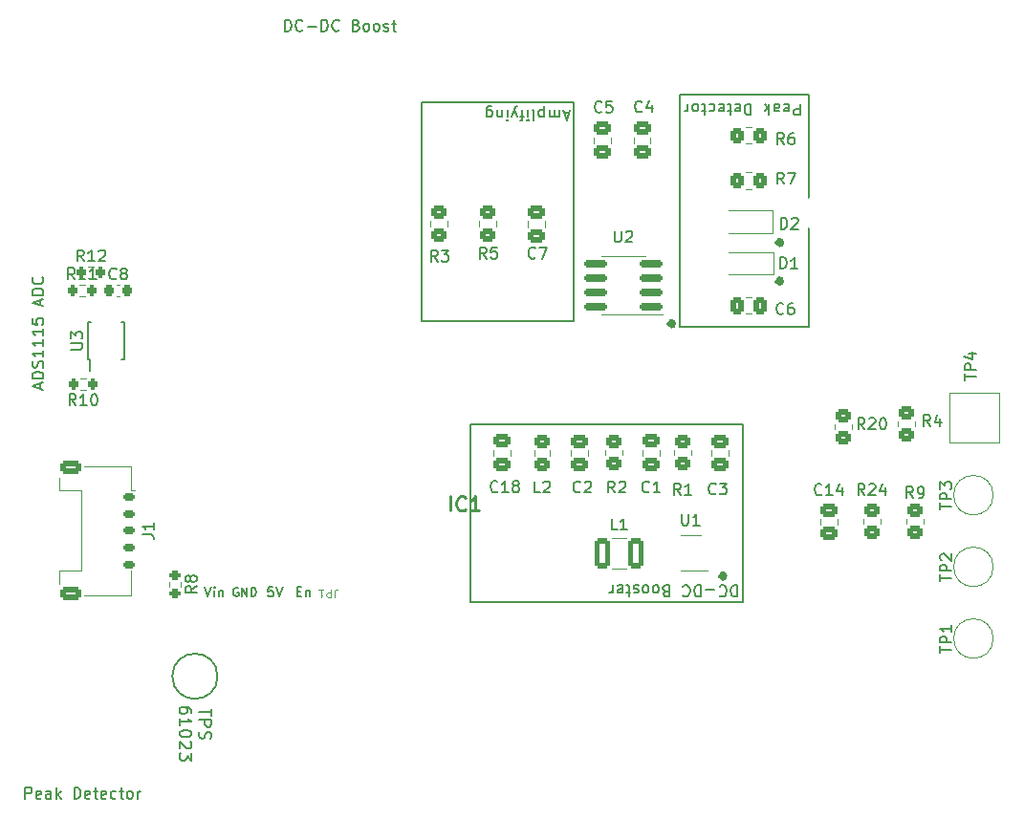
<source format=gbr>
%TF.GenerationSoftware,KiCad,Pcbnew,7.0.1-0*%
%TF.CreationDate,2023-03-22T23:36:25-07:00*%
%TF.ProjectId,Cosmic_Watch_Rev7_Nano_Revised,436f736d-6963-45f5-9761-7463685f5265,6.1*%
%TF.SameCoordinates,Original*%
%TF.FileFunction,Legend,Top*%
%TF.FilePolarity,Positive*%
%FSLAX46Y46*%
G04 Gerber Fmt 4.6, Leading zero omitted, Abs format (unit mm)*
G04 Created by KiCad (PCBNEW 7.0.1-0) date 2023-03-22 23:36:25*
%MOMM*%
%LPD*%
G01*
G04 APERTURE LIST*
G04 Aperture macros list*
%AMRoundRect*
0 Rectangle with rounded corners*
0 $1 Rounding radius*
0 $2 $3 $4 $5 $6 $7 $8 $9 X,Y pos of 4 corners*
0 Add a 4 corners polygon primitive as box body*
4,1,4,$2,$3,$4,$5,$6,$7,$8,$9,$2,$3,0*
0 Add four circle primitives for the rounded corners*
1,1,$1+$1,$2,$3*
1,1,$1+$1,$4,$5*
1,1,$1+$1,$6,$7*
1,1,$1+$1,$8,$9*
0 Add four rect primitives between the rounded corners*
20,1,$1+$1,$2,$3,$4,$5,0*
20,1,$1+$1,$4,$5,$6,$7,0*
20,1,$1+$1,$6,$7,$8,$9,0*
20,1,$1+$1,$8,$9,$2,$3,0*%
G04 Aperture macros list end*
%ADD10C,0.500000*%
%ADD11C,0.200000*%
%ADD12C,0.150000*%
%ADD13C,0.190500*%
%ADD14C,0.152400*%
%ADD15C,0.119969*%
%ADD16C,0.133350*%
%ADD17C,0.254000*%
%ADD18C,0.120000*%
%ADD19C,0.203200*%
%ADD20RoundRect,0.250000X0.337500X0.475000X-0.337500X0.475000X-0.337500X-0.475000X0.337500X-0.475000X0*%
%ADD21RoundRect,0.250000X-0.475000X0.337500X-0.475000X-0.337500X0.475000X-0.337500X0.475000X0.337500X0*%
%ADD22RoundRect,0.249999X-0.450001X0.350001X-0.450001X-0.350001X0.450001X-0.350001X0.450001X0.350001X0*%
%ADD23RoundRect,0.250000X0.475000X-0.337500X0.475000X0.337500X-0.475000X0.337500X-0.475000X-0.337500X0*%
%ADD24C,5.000000*%
%ADD25RoundRect,0.200000X0.200000X0.275000X-0.200000X0.275000X-0.200000X-0.275000X0.200000X-0.275000X0*%
%ADD26R,1.220000X0.650000*%
%ADD27C,1.879600*%
%ADD28RoundRect,0.150000X-0.350000X0.150000X-0.350000X-0.150000X0.350000X-0.150000X0.350000X0.150000X0*%
%ADD29RoundRect,0.250000X-0.650000X0.375000X-0.650000X-0.375000X0.650000X-0.375000X0.650000X0.375000X0*%
%ADD30C,3.000000*%
%ADD31RoundRect,0.250000X-0.462500X-1.075000X0.462500X-1.075000X0.462500X1.075000X-0.462500X1.075000X0*%
%ADD32RoundRect,0.249999X0.450001X-0.350001X0.450001X0.350001X-0.450001X0.350001X-0.450001X-0.350001X0*%
%ADD33C,3.301600*%
%ADD34R,4.000000X4.000000*%
%ADD35RoundRect,0.200000X-0.275000X0.200000X-0.275000X-0.200000X0.275000X-0.200000X0.275000X0.200000X0*%
%ADD36RoundRect,0.225000X-0.225000X-0.250000X0.225000X-0.250000X0.225000X0.250000X-0.225000X0.250000X0*%
%ADD37RoundRect,0.249999X0.450001X-0.325001X0.450001X0.325001X-0.450001X0.325001X-0.450001X-0.325001X0*%
%ADD38RoundRect,0.249999X0.350001X0.450001X-0.350001X0.450001X-0.350001X-0.450001X0.350001X-0.450001X0*%
%ADD39RoundRect,0.200000X-0.200000X-0.275000X0.200000X-0.275000X0.200000X0.275000X-0.200000X0.275000X0*%
%ADD40RoundRect,0.150000X0.825000X0.150000X-0.825000X0.150000X-0.825000X-0.150000X0.825000X-0.150000X0*%
%ADD41R,0.900000X1.200000*%
%ADD42R,0.250000X1.100000*%
G04 APERTURE END LIST*
D10*
X217155605Y-75877300D02*
G75*
G03*
X217155605Y-75877300I-179605J0D01*
G01*
X221691105Y-98229300D02*
G75*
G03*
X221691105Y-98229300I-179605J0D01*
G01*
D11*
X229168000Y-55557300D02*
X217738000Y-55557300D01*
D12*
X208340000Y-75636000D02*
X194878000Y-75636000D01*
X223326000Y-100515300D02*
X223326000Y-84767300D01*
X194878000Y-75636000D02*
X194878000Y-56268500D01*
X194878000Y-56268500D02*
X208340000Y-56268500D01*
D10*
X226728105Y-72105400D02*
G75*
G03*
X226728105Y-72105400I-179605J0D01*
G01*
X226728105Y-68676400D02*
G75*
G03*
X226728105Y-68676400I-179605J0D01*
G01*
D11*
X208340000Y-75636000D02*
X208340000Y-56332000D01*
D12*
X199180125Y-84767300D02*
X223326000Y-84767300D01*
X223326000Y-100515300D02*
X199211875Y-100515300D01*
D11*
X217738000Y-55557300D02*
X217738000Y-76131300D01*
X229168000Y-76131300D02*
X229168000Y-55557300D01*
D12*
X199180125Y-84767300D02*
X199211875Y-100515300D01*
D11*
X217738000Y-76131300D02*
X229168000Y-76131300D01*
D13*
X176254497Y-109995298D02*
X176254497Y-110612155D01*
X175174997Y-110303727D02*
X176254497Y-110303727D01*
X175174997Y-110971988D02*
X176254497Y-110971988D01*
X176254497Y-110971988D02*
X176254497Y-111383226D01*
X176254497Y-111383226D02*
X176203092Y-111486036D01*
X176203092Y-111486036D02*
X176151687Y-111537441D01*
X176151687Y-111537441D02*
X176048878Y-111588845D01*
X176048878Y-111588845D02*
X175894663Y-111588845D01*
X175894663Y-111588845D02*
X175791854Y-111537441D01*
X175791854Y-111537441D02*
X175740449Y-111486036D01*
X175740449Y-111486036D02*
X175689044Y-111383226D01*
X175689044Y-111383226D02*
X175689044Y-110971988D01*
X175226402Y-112000084D02*
X175174997Y-112154298D01*
X175174997Y-112154298D02*
X175174997Y-112411322D01*
X175174997Y-112411322D02*
X175226402Y-112514131D01*
X175226402Y-112514131D02*
X175277806Y-112565536D01*
X175277806Y-112565536D02*
X175380616Y-112616941D01*
X175380616Y-112616941D02*
X175483425Y-112616941D01*
X175483425Y-112616941D02*
X175586235Y-112565536D01*
X175586235Y-112565536D02*
X175637640Y-112514131D01*
X175637640Y-112514131D02*
X175689044Y-112411322D01*
X175689044Y-112411322D02*
X175740449Y-112205703D01*
X175740449Y-112205703D02*
X175791854Y-112102893D01*
X175791854Y-112102893D02*
X175843259Y-112051488D01*
X175843259Y-112051488D02*
X175946068Y-112000084D01*
X175946068Y-112000084D02*
X176048878Y-112000084D01*
X176048878Y-112000084D02*
X176151687Y-112051488D01*
X176151687Y-112051488D02*
X176203092Y-112102893D01*
X176203092Y-112102893D02*
X176254497Y-112205703D01*
X176254497Y-112205703D02*
X176254497Y-112462726D01*
X176254497Y-112462726D02*
X176203092Y-112616941D01*
X174505707Y-110329429D02*
X174505707Y-110123810D01*
X174505707Y-110123810D02*
X174454302Y-110021001D01*
X174454302Y-110021001D02*
X174402897Y-109969596D01*
X174402897Y-109969596D02*
X174248683Y-109866786D01*
X174248683Y-109866786D02*
X174043064Y-109815382D01*
X174043064Y-109815382D02*
X173631826Y-109815382D01*
X173631826Y-109815382D02*
X173529016Y-109866786D01*
X173529016Y-109866786D02*
X173477612Y-109918191D01*
X173477612Y-109918191D02*
X173426207Y-110021001D01*
X173426207Y-110021001D02*
X173426207Y-110226620D01*
X173426207Y-110226620D02*
X173477612Y-110329429D01*
X173477612Y-110329429D02*
X173529016Y-110380834D01*
X173529016Y-110380834D02*
X173631826Y-110432239D01*
X173631826Y-110432239D02*
X173888850Y-110432239D01*
X173888850Y-110432239D02*
X173991659Y-110380834D01*
X173991659Y-110380834D02*
X174043064Y-110329429D01*
X174043064Y-110329429D02*
X174094469Y-110226620D01*
X174094469Y-110226620D02*
X174094469Y-110021001D01*
X174094469Y-110021001D02*
X174043064Y-109918191D01*
X174043064Y-109918191D02*
X173991659Y-109866786D01*
X173991659Y-109866786D02*
X173888850Y-109815382D01*
X173426207Y-111460334D02*
X173426207Y-110843477D01*
X173426207Y-111151905D02*
X174505707Y-111151905D01*
X174505707Y-111151905D02*
X174351492Y-111049096D01*
X174351492Y-111049096D02*
X174248683Y-110946286D01*
X174248683Y-110946286D02*
X174197278Y-110843477D01*
X174505707Y-112128595D02*
X174505707Y-112231405D01*
X174505707Y-112231405D02*
X174454302Y-112334214D01*
X174454302Y-112334214D02*
X174402897Y-112385619D01*
X174402897Y-112385619D02*
X174300088Y-112437024D01*
X174300088Y-112437024D02*
X174094469Y-112488429D01*
X174094469Y-112488429D02*
X173837445Y-112488429D01*
X173837445Y-112488429D02*
X173631826Y-112437024D01*
X173631826Y-112437024D02*
X173529016Y-112385619D01*
X173529016Y-112385619D02*
X173477612Y-112334214D01*
X173477612Y-112334214D02*
X173426207Y-112231405D01*
X173426207Y-112231405D02*
X173426207Y-112128595D01*
X173426207Y-112128595D02*
X173477612Y-112025786D01*
X173477612Y-112025786D02*
X173529016Y-111974381D01*
X173529016Y-111974381D02*
X173631826Y-111922976D01*
X173631826Y-111922976D02*
X173837445Y-111871572D01*
X173837445Y-111871572D02*
X174094469Y-111871572D01*
X174094469Y-111871572D02*
X174300088Y-111922976D01*
X174300088Y-111922976D02*
X174402897Y-111974381D01*
X174402897Y-111974381D02*
X174454302Y-112025786D01*
X174454302Y-112025786D02*
X174505707Y-112128595D01*
X174402897Y-112899667D02*
X174454302Y-112951071D01*
X174454302Y-112951071D02*
X174505707Y-113053881D01*
X174505707Y-113053881D02*
X174505707Y-113310905D01*
X174505707Y-113310905D02*
X174454302Y-113413714D01*
X174454302Y-113413714D02*
X174402897Y-113465119D01*
X174402897Y-113465119D02*
X174300088Y-113516524D01*
X174300088Y-113516524D02*
X174197278Y-113516524D01*
X174197278Y-113516524D02*
X174043064Y-113465119D01*
X174043064Y-113465119D02*
X173426207Y-112848262D01*
X173426207Y-112848262D02*
X173426207Y-113516524D01*
X174505707Y-113876357D02*
X174505707Y-114544619D01*
X174505707Y-114544619D02*
X174094469Y-114184785D01*
X174094469Y-114184785D02*
X174094469Y-114339000D01*
X174094469Y-114339000D02*
X174043064Y-114441809D01*
X174043064Y-114441809D02*
X173991659Y-114493214D01*
X173991659Y-114493214D02*
X173888850Y-114544619D01*
X173888850Y-114544619D02*
X173631826Y-114544619D01*
X173631826Y-114544619D02*
X173529016Y-114493214D01*
X173529016Y-114493214D02*
X173477612Y-114441809D01*
X173477612Y-114441809D02*
X173426207Y-114339000D01*
X173426207Y-114339000D02*
X173426207Y-114030571D01*
X173426207Y-114030571D02*
X173477612Y-113927762D01*
X173477612Y-113927762D02*
X173529016Y-113876357D01*
D14*
X175653838Y-99193918D02*
X175941705Y-100057518D01*
X175941705Y-100057518D02*
X176229571Y-99193918D01*
X176517439Y-100057518D02*
X176517439Y-99481785D01*
X176517439Y-99193918D02*
X176476315Y-99235042D01*
X176476315Y-99235042D02*
X176517439Y-99276166D01*
X176517439Y-99276166D02*
X176558562Y-99235042D01*
X176558562Y-99235042D02*
X176517439Y-99193918D01*
X176517439Y-99193918D02*
X176517439Y-99276166D01*
X176928677Y-99481785D02*
X176928677Y-100057518D01*
X176928677Y-99564033D02*
X176969800Y-99522909D01*
X176969800Y-99522909D02*
X177052048Y-99481785D01*
X177052048Y-99481785D02*
X177175419Y-99481785D01*
X177175419Y-99481785D02*
X177257667Y-99522909D01*
X177257667Y-99522909D02*
X177298791Y-99605156D01*
X177298791Y-99605156D02*
X177298791Y-100057518D01*
D12*
X182762857Y-49942619D02*
X182762857Y-48942619D01*
X182762857Y-48942619D02*
X183000952Y-48942619D01*
X183000952Y-48942619D02*
X183143809Y-48990238D01*
X183143809Y-48990238D02*
X183239047Y-49085476D01*
X183239047Y-49085476D02*
X183286666Y-49180714D01*
X183286666Y-49180714D02*
X183334285Y-49371190D01*
X183334285Y-49371190D02*
X183334285Y-49514047D01*
X183334285Y-49514047D02*
X183286666Y-49704523D01*
X183286666Y-49704523D02*
X183239047Y-49799761D01*
X183239047Y-49799761D02*
X183143809Y-49895000D01*
X183143809Y-49895000D02*
X183000952Y-49942619D01*
X183000952Y-49942619D02*
X182762857Y-49942619D01*
X184334285Y-49847380D02*
X184286666Y-49895000D01*
X184286666Y-49895000D02*
X184143809Y-49942619D01*
X184143809Y-49942619D02*
X184048571Y-49942619D01*
X184048571Y-49942619D02*
X183905714Y-49895000D01*
X183905714Y-49895000D02*
X183810476Y-49799761D01*
X183810476Y-49799761D02*
X183762857Y-49704523D01*
X183762857Y-49704523D02*
X183715238Y-49514047D01*
X183715238Y-49514047D02*
X183715238Y-49371190D01*
X183715238Y-49371190D02*
X183762857Y-49180714D01*
X183762857Y-49180714D02*
X183810476Y-49085476D01*
X183810476Y-49085476D02*
X183905714Y-48990238D01*
X183905714Y-48990238D02*
X184048571Y-48942619D01*
X184048571Y-48942619D02*
X184143809Y-48942619D01*
X184143809Y-48942619D02*
X184286666Y-48990238D01*
X184286666Y-48990238D02*
X184334285Y-49037857D01*
X184762857Y-49561666D02*
X185524762Y-49561666D01*
X186000952Y-49942619D02*
X186000952Y-48942619D01*
X186000952Y-48942619D02*
X186239047Y-48942619D01*
X186239047Y-48942619D02*
X186381904Y-48990238D01*
X186381904Y-48990238D02*
X186477142Y-49085476D01*
X186477142Y-49085476D02*
X186524761Y-49180714D01*
X186524761Y-49180714D02*
X186572380Y-49371190D01*
X186572380Y-49371190D02*
X186572380Y-49514047D01*
X186572380Y-49514047D02*
X186524761Y-49704523D01*
X186524761Y-49704523D02*
X186477142Y-49799761D01*
X186477142Y-49799761D02*
X186381904Y-49895000D01*
X186381904Y-49895000D02*
X186239047Y-49942619D01*
X186239047Y-49942619D02*
X186000952Y-49942619D01*
X187572380Y-49847380D02*
X187524761Y-49895000D01*
X187524761Y-49895000D02*
X187381904Y-49942619D01*
X187381904Y-49942619D02*
X187286666Y-49942619D01*
X187286666Y-49942619D02*
X187143809Y-49895000D01*
X187143809Y-49895000D02*
X187048571Y-49799761D01*
X187048571Y-49799761D02*
X187000952Y-49704523D01*
X187000952Y-49704523D02*
X186953333Y-49514047D01*
X186953333Y-49514047D02*
X186953333Y-49371190D01*
X186953333Y-49371190D02*
X187000952Y-49180714D01*
X187000952Y-49180714D02*
X187048571Y-49085476D01*
X187048571Y-49085476D02*
X187143809Y-48990238D01*
X187143809Y-48990238D02*
X187286666Y-48942619D01*
X187286666Y-48942619D02*
X187381904Y-48942619D01*
X187381904Y-48942619D02*
X187524761Y-48990238D01*
X187524761Y-48990238D02*
X187572380Y-49037857D01*
X189096190Y-49418809D02*
X189239047Y-49466428D01*
X189239047Y-49466428D02*
X189286666Y-49514047D01*
X189286666Y-49514047D02*
X189334285Y-49609285D01*
X189334285Y-49609285D02*
X189334285Y-49752142D01*
X189334285Y-49752142D02*
X189286666Y-49847380D01*
X189286666Y-49847380D02*
X189239047Y-49895000D01*
X189239047Y-49895000D02*
X189143809Y-49942619D01*
X189143809Y-49942619D02*
X188762857Y-49942619D01*
X188762857Y-49942619D02*
X188762857Y-48942619D01*
X188762857Y-48942619D02*
X189096190Y-48942619D01*
X189096190Y-48942619D02*
X189191428Y-48990238D01*
X189191428Y-48990238D02*
X189239047Y-49037857D01*
X189239047Y-49037857D02*
X189286666Y-49133095D01*
X189286666Y-49133095D02*
X189286666Y-49228333D01*
X189286666Y-49228333D02*
X189239047Y-49323571D01*
X189239047Y-49323571D02*
X189191428Y-49371190D01*
X189191428Y-49371190D02*
X189096190Y-49418809D01*
X189096190Y-49418809D02*
X188762857Y-49418809D01*
X189905714Y-49942619D02*
X189810476Y-49895000D01*
X189810476Y-49895000D02*
X189762857Y-49847380D01*
X189762857Y-49847380D02*
X189715238Y-49752142D01*
X189715238Y-49752142D02*
X189715238Y-49466428D01*
X189715238Y-49466428D02*
X189762857Y-49371190D01*
X189762857Y-49371190D02*
X189810476Y-49323571D01*
X189810476Y-49323571D02*
X189905714Y-49275952D01*
X189905714Y-49275952D02*
X190048571Y-49275952D01*
X190048571Y-49275952D02*
X190143809Y-49323571D01*
X190143809Y-49323571D02*
X190191428Y-49371190D01*
X190191428Y-49371190D02*
X190239047Y-49466428D01*
X190239047Y-49466428D02*
X190239047Y-49752142D01*
X190239047Y-49752142D02*
X190191428Y-49847380D01*
X190191428Y-49847380D02*
X190143809Y-49895000D01*
X190143809Y-49895000D02*
X190048571Y-49942619D01*
X190048571Y-49942619D02*
X189905714Y-49942619D01*
X190810476Y-49942619D02*
X190715238Y-49895000D01*
X190715238Y-49895000D02*
X190667619Y-49847380D01*
X190667619Y-49847380D02*
X190620000Y-49752142D01*
X190620000Y-49752142D02*
X190620000Y-49466428D01*
X190620000Y-49466428D02*
X190667619Y-49371190D01*
X190667619Y-49371190D02*
X190715238Y-49323571D01*
X190715238Y-49323571D02*
X190810476Y-49275952D01*
X190810476Y-49275952D02*
X190953333Y-49275952D01*
X190953333Y-49275952D02*
X191048571Y-49323571D01*
X191048571Y-49323571D02*
X191096190Y-49371190D01*
X191096190Y-49371190D02*
X191143809Y-49466428D01*
X191143809Y-49466428D02*
X191143809Y-49752142D01*
X191143809Y-49752142D02*
X191096190Y-49847380D01*
X191096190Y-49847380D02*
X191048571Y-49895000D01*
X191048571Y-49895000D02*
X190953333Y-49942619D01*
X190953333Y-49942619D02*
X190810476Y-49942619D01*
X191524762Y-49895000D02*
X191620000Y-49942619D01*
X191620000Y-49942619D02*
X191810476Y-49942619D01*
X191810476Y-49942619D02*
X191905714Y-49895000D01*
X191905714Y-49895000D02*
X191953333Y-49799761D01*
X191953333Y-49799761D02*
X191953333Y-49752142D01*
X191953333Y-49752142D02*
X191905714Y-49656904D01*
X191905714Y-49656904D02*
X191810476Y-49609285D01*
X191810476Y-49609285D02*
X191667619Y-49609285D01*
X191667619Y-49609285D02*
X191572381Y-49561666D01*
X191572381Y-49561666D02*
X191524762Y-49466428D01*
X191524762Y-49466428D02*
X191524762Y-49418809D01*
X191524762Y-49418809D02*
X191572381Y-49323571D01*
X191572381Y-49323571D02*
X191667619Y-49275952D01*
X191667619Y-49275952D02*
X191810476Y-49275952D01*
X191810476Y-49275952D02*
X191905714Y-49323571D01*
X192239048Y-49275952D02*
X192620000Y-49275952D01*
X192381905Y-48942619D02*
X192381905Y-49799761D01*
X192381905Y-49799761D02*
X192429524Y-49895000D01*
X192429524Y-49895000D02*
X192524762Y-49942619D01*
X192524762Y-49942619D02*
X192620000Y-49942619D01*
X222825238Y-99036680D02*
X222825238Y-100036680D01*
X222825238Y-100036680D02*
X222587143Y-100036680D01*
X222587143Y-100036680D02*
X222444286Y-99989061D01*
X222444286Y-99989061D02*
X222349048Y-99893823D01*
X222349048Y-99893823D02*
X222301429Y-99798585D01*
X222301429Y-99798585D02*
X222253810Y-99608109D01*
X222253810Y-99608109D02*
X222253810Y-99465252D01*
X222253810Y-99465252D02*
X222301429Y-99274776D01*
X222301429Y-99274776D02*
X222349048Y-99179538D01*
X222349048Y-99179538D02*
X222444286Y-99084300D01*
X222444286Y-99084300D02*
X222587143Y-99036680D01*
X222587143Y-99036680D02*
X222825238Y-99036680D01*
X221253810Y-99131919D02*
X221301429Y-99084300D01*
X221301429Y-99084300D02*
X221444286Y-99036680D01*
X221444286Y-99036680D02*
X221539524Y-99036680D01*
X221539524Y-99036680D02*
X221682381Y-99084300D01*
X221682381Y-99084300D02*
X221777619Y-99179538D01*
X221777619Y-99179538D02*
X221825238Y-99274776D01*
X221825238Y-99274776D02*
X221872857Y-99465252D01*
X221872857Y-99465252D02*
X221872857Y-99608109D01*
X221872857Y-99608109D02*
X221825238Y-99798585D01*
X221825238Y-99798585D02*
X221777619Y-99893823D01*
X221777619Y-99893823D02*
X221682381Y-99989061D01*
X221682381Y-99989061D02*
X221539524Y-100036680D01*
X221539524Y-100036680D02*
X221444286Y-100036680D01*
X221444286Y-100036680D02*
X221301429Y-99989061D01*
X221301429Y-99989061D02*
X221253810Y-99941442D01*
X220825238Y-99417633D02*
X220063334Y-99417633D01*
X219587143Y-99036680D02*
X219587143Y-100036680D01*
X219587143Y-100036680D02*
X219349048Y-100036680D01*
X219349048Y-100036680D02*
X219206191Y-99989061D01*
X219206191Y-99989061D02*
X219110953Y-99893823D01*
X219110953Y-99893823D02*
X219063334Y-99798585D01*
X219063334Y-99798585D02*
X219015715Y-99608109D01*
X219015715Y-99608109D02*
X219015715Y-99465252D01*
X219015715Y-99465252D02*
X219063334Y-99274776D01*
X219063334Y-99274776D02*
X219110953Y-99179538D01*
X219110953Y-99179538D02*
X219206191Y-99084300D01*
X219206191Y-99084300D02*
X219349048Y-99036680D01*
X219349048Y-99036680D02*
X219587143Y-99036680D01*
X218015715Y-99131919D02*
X218063334Y-99084300D01*
X218063334Y-99084300D02*
X218206191Y-99036680D01*
X218206191Y-99036680D02*
X218301429Y-99036680D01*
X218301429Y-99036680D02*
X218444286Y-99084300D01*
X218444286Y-99084300D02*
X218539524Y-99179538D01*
X218539524Y-99179538D02*
X218587143Y-99274776D01*
X218587143Y-99274776D02*
X218634762Y-99465252D01*
X218634762Y-99465252D02*
X218634762Y-99608109D01*
X218634762Y-99608109D02*
X218587143Y-99798585D01*
X218587143Y-99798585D02*
X218539524Y-99893823D01*
X218539524Y-99893823D02*
X218444286Y-99989061D01*
X218444286Y-99989061D02*
X218301429Y-100036680D01*
X218301429Y-100036680D02*
X218206191Y-100036680D01*
X218206191Y-100036680D02*
X218063334Y-99989061D01*
X218063334Y-99989061D02*
X218015715Y-99941442D01*
X216491905Y-99560490D02*
X216349048Y-99512871D01*
X216349048Y-99512871D02*
X216301429Y-99465252D01*
X216301429Y-99465252D02*
X216253810Y-99370014D01*
X216253810Y-99370014D02*
X216253810Y-99227157D01*
X216253810Y-99227157D02*
X216301429Y-99131919D01*
X216301429Y-99131919D02*
X216349048Y-99084300D01*
X216349048Y-99084300D02*
X216444286Y-99036680D01*
X216444286Y-99036680D02*
X216825238Y-99036680D01*
X216825238Y-99036680D02*
X216825238Y-100036680D01*
X216825238Y-100036680D02*
X216491905Y-100036680D01*
X216491905Y-100036680D02*
X216396667Y-99989061D01*
X216396667Y-99989061D02*
X216349048Y-99941442D01*
X216349048Y-99941442D02*
X216301429Y-99846204D01*
X216301429Y-99846204D02*
X216301429Y-99750966D01*
X216301429Y-99750966D02*
X216349048Y-99655728D01*
X216349048Y-99655728D02*
X216396667Y-99608109D01*
X216396667Y-99608109D02*
X216491905Y-99560490D01*
X216491905Y-99560490D02*
X216825238Y-99560490D01*
X215682381Y-99036680D02*
X215777619Y-99084300D01*
X215777619Y-99084300D02*
X215825238Y-99131919D01*
X215825238Y-99131919D02*
X215872857Y-99227157D01*
X215872857Y-99227157D02*
X215872857Y-99512871D01*
X215872857Y-99512871D02*
X215825238Y-99608109D01*
X215825238Y-99608109D02*
X215777619Y-99655728D01*
X215777619Y-99655728D02*
X215682381Y-99703347D01*
X215682381Y-99703347D02*
X215539524Y-99703347D01*
X215539524Y-99703347D02*
X215444286Y-99655728D01*
X215444286Y-99655728D02*
X215396667Y-99608109D01*
X215396667Y-99608109D02*
X215349048Y-99512871D01*
X215349048Y-99512871D02*
X215349048Y-99227157D01*
X215349048Y-99227157D02*
X215396667Y-99131919D01*
X215396667Y-99131919D02*
X215444286Y-99084300D01*
X215444286Y-99084300D02*
X215539524Y-99036680D01*
X215539524Y-99036680D02*
X215682381Y-99036680D01*
X214777619Y-99036680D02*
X214872857Y-99084300D01*
X214872857Y-99084300D02*
X214920476Y-99131919D01*
X214920476Y-99131919D02*
X214968095Y-99227157D01*
X214968095Y-99227157D02*
X214968095Y-99512871D01*
X214968095Y-99512871D02*
X214920476Y-99608109D01*
X214920476Y-99608109D02*
X214872857Y-99655728D01*
X214872857Y-99655728D02*
X214777619Y-99703347D01*
X214777619Y-99703347D02*
X214634762Y-99703347D01*
X214634762Y-99703347D02*
X214539524Y-99655728D01*
X214539524Y-99655728D02*
X214491905Y-99608109D01*
X214491905Y-99608109D02*
X214444286Y-99512871D01*
X214444286Y-99512871D02*
X214444286Y-99227157D01*
X214444286Y-99227157D02*
X214491905Y-99131919D01*
X214491905Y-99131919D02*
X214539524Y-99084300D01*
X214539524Y-99084300D02*
X214634762Y-99036680D01*
X214634762Y-99036680D02*
X214777619Y-99036680D01*
X214063333Y-99084300D02*
X213968095Y-99036680D01*
X213968095Y-99036680D02*
X213777619Y-99036680D01*
X213777619Y-99036680D02*
X213682381Y-99084300D01*
X213682381Y-99084300D02*
X213634762Y-99179538D01*
X213634762Y-99179538D02*
X213634762Y-99227157D01*
X213634762Y-99227157D02*
X213682381Y-99322395D01*
X213682381Y-99322395D02*
X213777619Y-99370014D01*
X213777619Y-99370014D02*
X213920476Y-99370014D01*
X213920476Y-99370014D02*
X214015714Y-99417633D01*
X214015714Y-99417633D02*
X214063333Y-99512871D01*
X214063333Y-99512871D02*
X214063333Y-99560490D01*
X214063333Y-99560490D02*
X214015714Y-99655728D01*
X214015714Y-99655728D02*
X213920476Y-99703347D01*
X213920476Y-99703347D02*
X213777619Y-99703347D01*
X213777619Y-99703347D02*
X213682381Y-99655728D01*
X213349047Y-99703347D02*
X212968095Y-99703347D01*
X213206190Y-100036680D02*
X213206190Y-99179538D01*
X213206190Y-99179538D02*
X213158571Y-99084300D01*
X213158571Y-99084300D02*
X213063333Y-99036680D01*
X213063333Y-99036680D02*
X212968095Y-99036680D01*
X212253809Y-99084300D02*
X212349047Y-99036680D01*
X212349047Y-99036680D02*
X212539523Y-99036680D01*
X212539523Y-99036680D02*
X212634761Y-99084300D01*
X212634761Y-99084300D02*
X212682380Y-99179538D01*
X212682380Y-99179538D02*
X212682380Y-99560490D01*
X212682380Y-99560490D02*
X212634761Y-99655728D01*
X212634761Y-99655728D02*
X212539523Y-99703347D01*
X212539523Y-99703347D02*
X212349047Y-99703347D01*
X212349047Y-99703347D02*
X212253809Y-99655728D01*
X212253809Y-99655728D02*
X212206190Y-99560490D01*
X212206190Y-99560490D02*
X212206190Y-99465252D01*
X212206190Y-99465252D02*
X212682380Y-99370014D01*
X211777618Y-99036680D02*
X211777618Y-99703347D01*
X211777618Y-99512871D02*
X211729999Y-99608109D01*
X211729999Y-99608109D02*
X211682380Y-99655728D01*
X211682380Y-99655728D02*
X211587142Y-99703347D01*
X211587142Y-99703347D02*
X211491904Y-99703347D01*
X161096904Y-81608571D02*
X161096904Y-81132381D01*
X161382619Y-81703809D02*
X160382619Y-81370476D01*
X160382619Y-81370476D02*
X161382619Y-81037143D01*
X161382619Y-80703809D02*
X160382619Y-80703809D01*
X160382619Y-80703809D02*
X160382619Y-80465714D01*
X160382619Y-80465714D02*
X160430238Y-80322857D01*
X160430238Y-80322857D02*
X160525476Y-80227619D01*
X160525476Y-80227619D02*
X160620714Y-80180000D01*
X160620714Y-80180000D02*
X160811190Y-80132381D01*
X160811190Y-80132381D02*
X160954047Y-80132381D01*
X160954047Y-80132381D02*
X161144523Y-80180000D01*
X161144523Y-80180000D02*
X161239761Y-80227619D01*
X161239761Y-80227619D02*
X161335000Y-80322857D01*
X161335000Y-80322857D02*
X161382619Y-80465714D01*
X161382619Y-80465714D02*
X161382619Y-80703809D01*
X161335000Y-79751428D02*
X161382619Y-79608571D01*
X161382619Y-79608571D02*
X161382619Y-79370476D01*
X161382619Y-79370476D02*
X161335000Y-79275238D01*
X161335000Y-79275238D02*
X161287380Y-79227619D01*
X161287380Y-79227619D02*
X161192142Y-79180000D01*
X161192142Y-79180000D02*
X161096904Y-79180000D01*
X161096904Y-79180000D02*
X161001666Y-79227619D01*
X161001666Y-79227619D02*
X160954047Y-79275238D01*
X160954047Y-79275238D02*
X160906428Y-79370476D01*
X160906428Y-79370476D02*
X160858809Y-79560952D01*
X160858809Y-79560952D02*
X160811190Y-79656190D01*
X160811190Y-79656190D02*
X160763571Y-79703809D01*
X160763571Y-79703809D02*
X160668333Y-79751428D01*
X160668333Y-79751428D02*
X160573095Y-79751428D01*
X160573095Y-79751428D02*
X160477857Y-79703809D01*
X160477857Y-79703809D02*
X160430238Y-79656190D01*
X160430238Y-79656190D02*
X160382619Y-79560952D01*
X160382619Y-79560952D02*
X160382619Y-79322857D01*
X160382619Y-79322857D02*
X160430238Y-79180000D01*
X161382619Y-78227619D02*
X161382619Y-78799047D01*
X161382619Y-78513333D02*
X160382619Y-78513333D01*
X160382619Y-78513333D02*
X160525476Y-78608571D01*
X160525476Y-78608571D02*
X160620714Y-78703809D01*
X160620714Y-78703809D02*
X160668333Y-78799047D01*
X161382619Y-77275238D02*
X161382619Y-77846666D01*
X161382619Y-77560952D02*
X160382619Y-77560952D01*
X160382619Y-77560952D02*
X160525476Y-77656190D01*
X160525476Y-77656190D02*
X160620714Y-77751428D01*
X160620714Y-77751428D02*
X160668333Y-77846666D01*
X161382619Y-76322857D02*
X161382619Y-76894285D01*
X161382619Y-76608571D02*
X160382619Y-76608571D01*
X160382619Y-76608571D02*
X160525476Y-76703809D01*
X160525476Y-76703809D02*
X160620714Y-76799047D01*
X160620714Y-76799047D02*
X160668333Y-76894285D01*
X160382619Y-75418095D02*
X160382619Y-75894285D01*
X160382619Y-75894285D02*
X160858809Y-75941904D01*
X160858809Y-75941904D02*
X160811190Y-75894285D01*
X160811190Y-75894285D02*
X160763571Y-75799047D01*
X160763571Y-75799047D02*
X160763571Y-75560952D01*
X160763571Y-75560952D02*
X160811190Y-75465714D01*
X160811190Y-75465714D02*
X160858809Y-75418095D01*
X160858809Y-75418095D02*
X160954047Y-75370476D01*
X160954047Y-75370476D02*
X161192142Y-75370476D01*
X161192142Y-75370476D02*
X161287380Y-75418095D01*
X161287380Y-75418095D02*
X161335000Y-75465714D01*
X161335000Y-75465714D02*
X161382619Y-75560952D01*
X161382619Y-75560952D02*
X161382619Y-75799047D01*
X161382619Y-75799047D02*
X161335000Y-75894285D01*
X161335000Y-75894285D02*
X161287380Y-75941904D01*
X161096904Y-74227618D02*
X161096904Y-73751428D01*
X161382619Y-74322856D02*
X160382619Y-73989523D01*
X160382619Y-73989523D02*
X161382619Y-73656190D01*
X161382619Y-73322856D02*
X160382619Y-73322856D01*
X160382619Y-73322856D02*
X160382619Y-73084761D01*
X160382619Y-73084761D02*
X160430238Y-72941904D01*
X160430238Y-72941904D02*
X160525476Y-72846666D01*
X160525476Y-72846666D02*
X160620714Y-72799047D01*
X160620714Y-72799047D02*
X160811190Y-72751428D01*
X160811190Y-72751428D02*
X160954047Y-72751428D01*
X160954047Y-72751428D02*
X161144523Y-72799047D01*
X161144523Y-72799047D02*
X161239761Y-72846666D01*
X161239761Y-72846666D02*
X161335000Y-72941904D01*
X161335000Y-72941904D02*
X161382619Y-73084761D01*
X161382619Y-73084761D02*
X161382619Y-73322856D01*
X161287380Y-71751428D02*
X161335000Y-71799047D01*
X161335000Y-71799047D02*
X161382619Y-71941904D01*
X161382619Y-71941904D02*
X161382619Y-72037142D01*
X161382619Y-72037142D02*
X161335000Y-72179999D01*
X161335000Y-72179999D02*
X161239761Y-72275237D01*
X161239761Y-72275237D02*
X161144523Y-72322856D01*
X161144523Y-72322856D02*
X160954047Y-72370475D01*
X160954047Y-72370475D02*
X160811190Y-72370475D01*
X160811190Y-72370475D02*
X160620714Y-72322856D01*
X160620714Y-72322856D02*
X160525476Y-72275237D01*
X160525476Y-72275237D02*
X160430238Y-72179999D01*
X160430238Y-72179999D02*
X160382619Y-72037142D01*
X160382619Y-72037142D02*
X160382619Y-71941904D01*
X160382619Y-71941904D02*
X160430238Y-71799047D01*
X160430238Y-71799047D02*
X160477857Y-71751428D01*
D15*
X187148829Y-100081114D02*
X187148829Y-99586234D01*
X187148829Y-99586234D02*
X187181821Y-99487258D01*
X187181821Y-99487258D02*
X187247805Y-99421275D01*
X187247805Y-99421275D02*
X187346781Y-99388283D01*
X187346781Y-99388283D02*
X187412765Y-99388283D01*
X186818910Y-99388283D02*
X186818910Y-100081114D01*
X186818910Y-100081114D02*
X186554974Y-100081114D01*
X186554974Y-100081114D02*
X186488990Y-100048122D01*
X186488990Y-100048122D02*
X186455998Y-100015130D01*
X186455998Y-100015130D02*
X186423006Y-99949146D01*
X186423006Y-99949146D02*
X186423006Y-99850170D01*
X186423006Y-99850170D02*
X186455998Y-99784186D01*
X186455998Y-99784186D02*
X186488990Y-99751194D01*
X186488990Y-99751194D02*
X186554974Y-99718202D01*
X186554974Y-99718202D02*
X186818910Y-99718202D01*
X185763167Y-99388283D02*
X186159071Y-99388283D01*
X185961119Y-99388283D02*
X185961119Y-100081114D01*
X185961119Y-100081114D02*
X186027103Y-99982138D01*
X186027103Y-99982138D02*
X186093087Y-99916154D01*
X186093087Y-99916154D02*
X186159071Y-99883162D01*
D14*
X181707505Y-99193918D02*
X181296267Y-99193918D01*
X181296267Y-99193918D02*
X181255143Y-99605156D01*
X181255143Y-99605156D02*
X181296267Y-99564033D01*
X181296267Y-99564033D02*
X181378514Y-99522909D01*
X181378514Y-99522909D02*
X181584133Y-99522909D01*
X181584133Y-99522909D02*
X181666381Y-99564033D01*
X181666381Y-99564033D02*
X181707505Y-99605156D01*
X181707505Y-99605156D02*
X181748628Y-99687404D01*
X181748628Y-99687404D02*
X181748628Y-99893023D01*
X181748628Y-99893023D02*
X181707505Y-99975271D01*
X181707505Y-99975271D02*
X181666381Y-100016395D01*
X181666381Y-100016395D02*
X181584133Y-100057518D01*
X181584133Y-100057518D02*
X181378514Y-100057518D01*
X181378514Y-100057518D02*
X181296267Y-100016395D01*
X181296267Y-100016395D02*
X181255143Y-99975271D01*
X181995371Y-99193918D02*
X182283238Y-100057518D01*
X182283238Y-100057518D02*
X182571104Y-99193918D01*
D12*
X228373619Y-56377380D02*
X228373619Y-57377380D01*
X228373619Y-57377380D02*
X227992667Y-57377380D01*
X227992667Y-57377380D02*
X227897429Y-57329761D01*
X227897429Y-57329761D02*
X227849810Y-57282142D01*
X227849810Y-57282142D02*
X227802191Y-57186904D01*
X227802191Y-57186904D02*
X227802191Y-57044047D01*
X227802191Y-57044047D02*
X227849810Y-56948809D01*
X227849810Y-56948809D02*
X227897429Y-56901190D01*
X227897429Y-56901190D02*
X227992667Y-56853571D01*
X227992667Y-56853571D02*
X228373619Y-56853571D01*
X226992667Y-56425000D02*
X227087905Y-56377380D01*
X227087905Y-56377380D02*
X227278381Y-56377380D01*
X227278381Y-56377380D02*
X227373619Y-56425000D01*
X227373619Y-56425000D02*
X227421238Y-56520238D01*
X227421238Y-56520238D02*
X227421238Y-56901190D01*
X227421238Y-56901190D02*
X227373619Y-56996428D01*
X227373619Y-56996428D02*
X227278381Y-57044047D01*
X227278381Y-57044047D02*
X227087905Y-57044047D01*
X227087905Y-57044047D02*
X226992667Y-56996428D01*
X226992667Y-56996428D02*
X226945048Y-56901190D01*
X226945048Y-56901190D02*
X226945048Y-56805952D01*
X226945048Y-56805952D02*
X227421238Y-56710714D01*
X226087905Y-56377380D02*
X226087905Y-56901190D01*
X226087905Y-56901190D02*
X226135524Y-56996428D01*
X226135524Y-56996428D02*
X226230762Y-57044047D01*
X226230762Y-57044047D02*
X226421238Y-57044047D01*
X226421238Y-57044047D02*
X226516476Y-56996428D01*
X226087905Y-56425000D02*
X226183143Y-56377380D01*
X226183143Y-56377380D02*
X226421238Y-56377380D01*
X226421238Y-56377380D02*
X226516476Y-56425000D01*
X226516476Y-56425000D02*
X226564095Y-56520238D01*
X226564095Y-56520238D02*
X226564095Y-56615476D01*
X226564095Y-56615476D02*
X226516476Y-56710714D01*
X226516476Y-56710714D02*
X226421238Y-56758333D01*
X226421238Y-56758333D02*
X226183143Y-56758333D01*
X226183143Y-56758333D02*
X226087905Y-56805952D01*
X225611714Y-56377380D02*
X225611714Y-57377380D01*
X225516476Y-56758333D02*
X225230762Y-56377380D01*
X225230762Y-57044047D02*
X225611714Y-56663095D01*
X224040285Y-56377380D02*
X224040285Y-57377380D01*
X224040285Y-57377380D02*
X223802190Y-57377380D01*
X223802190Y-57377380D02*
X223659333Y-57329761D01*
X223659333Y-57329761D02*
X223564095Y-57234523D01*
X223564095Y-57234523D02*
X223516476Y-57139285D01*
X223516476Y-57139285D02*
X223468857Y-56948809D01*
X223468857Y-56948809D02*
X223468857Y-56805952D01*
X223468857Y-56805952D02*
X223516476Y-56615476D01*
X223516476Y-56615476D02*
X223564095Y-56520238D01*
X223564095Y-56520238D02*
X223659333Y-56425000D01*
X223659333Y-56425000D02*
X223802190Y-56377380D01*
X223802190Y-56377380D02*
X224040285Y-56377380D01*
X222659333Y-56425000D02*
X222754571Y-56377380D01*
X222754571Y-56377380D02*
X222945047Y-56377380D01*
X222945047Y-56377380D02*
X223040285Y-56425000D01*
X223040285Y-56425000D02*
X223087904Y-56520238D01*
X223087904Y-56520238D02*
X223087904Y-56901190D01*
X223087904Y-56901190D02*
X223040285Y-56996428D01*
X223040285Y-56996428D02*
X222945047Y-57044047D01*
X222945047Y-57044047D02*
X222754571Y-57044047D01*
X222754571Y-57044047D02*
X222659333Y-56996428D01*
X222659333Y-56996428D02*
X222611714Y-56901190D01*
X222611714Y-56901190D02*
X222611714Y-56805952D01*
X222611714Y-56805952D02*
X223087904Y-56710714D01*
X222325999Y-57044047D02*
X221945047Y-57044047D01*
X222183142Y-57377380D02*
X222183142Y-56520238D01*
X222183142Y-56520238D02*
X222135523Y-56425000D01*
X222135523Y-56425000D02*
X222040285Y-56377380D01*
X222040285Y-56377380D02*
X221945047Y-56377380D01*
X221230761Y-56425000D02*
X221325999Y-56377380D01*
X221325999Y-56377380D02*
X221516475Y-56377380D01*
X221516475Y-56377380D02*
X221611713Y-56425000D01*
X221611713Y-56425000D02*
X221659332Y-56520238D01*
X221659332Y-56520238D02*
X221659332Y-56901190D01*
X221659332Y-56901190D02*
X221611713Y-56996428D01*
X221611713Y-56996428D02*
X221516475Y-57044047D01*
X221516475Y-57044047D02*
X221325999Y-57044047D01*
X221325999Y-57044047D02*
X221230761Y-56996428D01*
X221230761Y-56996428D02*
X221183142Y-56901190D01*
X221183142Y-56901190D02*
X221183142Y-56805952D01*
X221183142Y-56805952D02*
X221659332Y-56710714D01*
X220325999Y-56425000D02*
X220421237Y-56377380D01*
X220421237Y-56377380D02*
X220611713Y-56377380D01*
X220611713Y-56377380D02*
X220706951Y-56425000D01*
X220706951Y-56425000D02*
X220754570Y-56472619D01*
X220754570Y-56472619D02*
X220802189Y-56567857D01*
X220802189Y-56567857D02*
X220802189Y-56853571D01*
X220802189Y-56853571D02*
X220754570Y-56948809D01*
X220754570Y-56948809D02*
X220706951Y-56996428D01*
X220706951Y-56996428D02*
X220611713Y-57044047D01*
X220611713Y-57044047D02*
X220421237Y-57044047D01*
X220421237Y-57044047D02*
X220325999Y-56996428D01*
X220040284Y-57044047D02*
X219659332Y-57044047D01*
X219897427Y-57377380D02*
X219897427Y-56520238D01*
X219897427Y-56520238D02*
X219849808Y-56425000D01*
X219849808Y-56425000D02*
X219754570Y-56377380D01*
X219754570Y-56377380D02*
X219659332Y-56377380D01*
X219183141Y-56377380D02*
X219278379Y-56425000D01*
X219278379Y-56425000D02*
X219325998Y-56472619D01*
X219325998Y-56472619D02*
X219373617Y-56567857D01*
X219373617Y-56567857D02*
X219373617Y-56853571D01*
X219373617Y-56853571D02*
X219325998Y-56948809D01*
X219325998Y-56948809D02*
X219278379Y-56996428D01*
X219278379Y-56996428D02*
X219183141Y-57044047D01*
X219183141Y-57044047D02*
X219040284Y-57044047D01*
X219040284Y-57044047D02*
X218945046Y-56996428D01*
X218945046Y-56996428D02*
X218897427Y-56948809D01*
X218897427Y-56948809D02*
X218849808Y-56853571D01*
X218849808Y-56853571D02*
X218849808Y-56567857D01*
X218849808Y-56567857D02*
X218897427Y-56472619D01*
X218897427Y-56472619D02*
X218945046Y-56425000D01*
X218945046Y-56425000D02*
X219040284Y-56377380D01*
X219040284Y-56377380D02*
X219183141Y-56377380D01*
X218421236Y-56377380D02*
X218421236Y-57044047D01*
X218421236Y-56853571D02*
X218373617Y-56948809D01*
X218373617Y-56948809D02*
X218325998Y-56996428D01*
X218325998Y-56996428D02*
X218230760Y-57044047D01*
X218230760Y-57044047D02*
X218135522Y-57044047D01*
D16*
X178629267Y-99287911D02*
X178557300Y-99251928D01*
X178557300Y-99251928D02*
X178449350Y-99251928D01*
X178449350Y-99251928D02*
X178341400Y-99287911D01*
X178341400Y-99287911D02*
X178269434Y-99359878D01*
X178269434Y-99359878D02*
X178233450Y-99431845D01*
X178233450Y-99431845D02*
X178197467Y-99575778D01*
X178197467Y-99575778D02*
X178197467Y-99683728D01*
X178197467Y-99683728D02*
X178233450Y-99827661D01*
X178233450Y-99827661D02*
X178269434Y-99899628D01*
X178269434Y-99899628D02*
X178341400Y-99971595D01*
X178341400Y-99971595D02*
X178449350Y-100007578D01*
X178449350Y-100007578D02*
X178521317Y-100007578D01*
X178521317Y-100007578D02*
X178629267Y-99971595D01*
X178629267Y-99971595D02*
X178665250Y-99935611D01*
X178665250Y-99935611D02*
X178665250Y-99683728D01*
X178665250Y-99683728D02*
X178521317Y-99683728D01*
X178989100Y-100007578D02*
X178989100Y-99251928D01*
X178989100Y-99251928D02*
X179420900Y-100007578D01*
X179420900Y-100007578D02*
X179420900Y-99251928D01*
X179780733Y-100007578D02*
X179780733Y-99251928D01*
X179780733Y-99251928D02*
X179960650Y-99251928D01*
X179960650Y-99251928D02*
X180068600Y-99287911D01*
X180068600Y-99287911D02*
X180140567Y-99359878D01*
X180140567Y-99359878D02*
X180176550Y-99431845D01*
X180176550Y-99431845D02*
X180212533Y-99575778D01*
X180212533Y-99575778D02*
X180212533Y-99683728D01*
X180212533Y-99683728D02*
X180176550Y-99827661D01*
X180176550Y-99827661D02*
X180140567Y-99899628D01*
X180140567Y-99899628D02*
X180068600Y-99971595D01*
X180068600Y-99971595D02*
X179960650Y-100007578D01*
X179960650Y-100007578D02*
X179780733Y-100007578D01*
D12*
X159772380Y-117942619D02*
X159772380Y-116942619D01*
X159772380Y-116942619D02*
X160153332Y-116942619D01*
X160153332Y-116942619D02*
X160248570Y-116990238D01*
X160248570Y-116990238D02*
X160296189Y-117037857D01*
X160296189Y-117037857D02*
X160343808Y-117133095D01*
X160343808Y-117133095D02*
X160343808Y-117275952D01*
X160343808Y-117275952D02*
X160296189Y-117371190D01*
X160296189Y-117371190D02*
X160248570Y-117418809D01*
X160248570Y-117418809D02*
X160153332Y-117466428D01*
X160153332Y-117466428D02*
X159772380Y-117466428D01*
X161153332Y-117895000D02*
X161058094Y-117942619D01*
X161058094Y-117942619D02*
X160867618Y-117942619D01*
X160867618Y-117942619D02*
X160772380Y-117895000D01*
X160772380Y-117895000D02*
X160724761Y-117799761D01*
X160724761Y-117799761D02*
X160724761Y-117418809D01*
X160724761Y-117418809D02*
X160772380Y-117323571D01*
X160772380Y-117323571D02*
X160867618Y-117275952D01*
X160867618Y-117275952D02*
X161058094Y-117275952D01*
X161058094Y-117275952D02*
X161153332Y-117323571D01*
X161153332Y-117323571D02*
X161200951Y-117418809D01*
X161200951Y-117418809D02*
X161200951Y-117514047D01*
X161200951Y-117514047D02*
X160724761Y-117609285D01*
X162058094Y-117942619D02*
X162058094Y-117418809D01*
X162058094Y-117418809D02*
X162010475Y-117323571D01*
X162010475Y-117323571D02*
X161915237Y-117275952D01*
X161915237Y-117275952D02*
X161724761Y-117275952D01*
X161724761Y-117275952D02*
X161629523Y-117323571D01*
X162058094Y-117895000D02*
X161962856Y-117942619D01*
X161962856Y-117942619D02*
X161724761Y-117942619D01*
X161724761Y-117942619D02*
X161629523Y-117895000D01*
X161629523Y-117895000D02*
X161581904Y-117799761D01*
X161581904Y-117799761D02*
X161581904Y-117704523D01*
X161581904Y-117704523D02*
X161629523Y-117609285D01*
X161629523Y-117609285D02*
X161724761Y-117561666D01*
X161724761Y-117561666D02*
X161962856Y-117561666D01*
X161962856Y-117561666D02*
X162058094Y-117514047D01*
X162534285Y-117942619D02*
X162534285Y-116942619D01*
X162629523Y-117561666D02*
X162915237Y-117942619D01*
X162915237Y-117275952D02*
X162534285Y-117656904D01*
X164105714Y-117942619D02*
X164105714Y-116942619D01*
X164105714Y-116942619D02*
X164343809Y-116942619D01*
X164343809Y-116942619D02*
X164486666Y-116990238D01*
X164486666Y-116990238D02*
X164581904Y-117085476D01*
X164581904Y-117085476D02*
X164629523Y-117180714D01*
X164629523Y-117180714D02*
X164677142Y-117371190D01*
X164677142Y-117371190D02*
X164677142Y-117514047D01*
X164677142Y-117514047D02*
X164629523Y-117704523D01*
X164629523Y-117704523D02*
X164581904Y-117799761D01*
X164581904Y-117799761D02*
X164486666Y-117895000D01*
X164486666Y-117895000D02*
X164343809Y-117942619D01*
X164343809Y-117942619D02*
X164105714Y-117942619D01*
X165486666Y-117895000D02*
X165391428Y-117942619D01*
X165391428Y-117942619D02*
X165200952Y-117942619D01*
X165200952Y-117942619D02*
X165105714Y-117895000D01*
X165105714Y-117895000D02*
X165058095Y-117799761D01*
X165058095Y-117799761D02*
X165058095Y-117418809D01*
X165058095Y-117418809D02*
X165105714Y-117323571D01*
X165105714Y-117323571D02*
X165200952Y-117275952D01*
X165200952Y-117275952D02*
X165391428Y-117275952D01*
X165391428Y-117275952D02*
X165486666Y-117323571D01*
X165486666Y-117323571D02*
X165534285Y-117418809D01*
X165534285Y-117418809D02*
X165534285Y-117514047D01*
X165534285Y-117514047D02*
X165058095Y-117609285D01*
X165820000Y-117275952D02*
X166200952Y-117275952D01*
X165962857Y-116942619D02*
X165962857Y-117799761D01*
X165962857Y-117799761D02*
X166010476Y-117895000D01*
X166010476Y-117895000D02*
X166105714Y-117942619D01*
X166105714Y-117942619D02*
X166200952Y-117942619D01*
X166915238Y-117895000D02*
X166820000Y-117942619D01*
X166820000Y-117942619D02*
X166629524Y-117942619D01*
X166629524Y-117942619D02*
X166534286Y-117895000D01*
X166534286Y-117895000D02*
X166486667Y-117799761D01*
X166486667Y-117799761D02*
X166486667Y-117418809D01*
X166486667Y-117418809D02*
X166534286Y-117323571D01*
X166534286Y-117323571D02*
X166629524Y-117275952D01*
X166629524Y-117275952D02*
X166820000Y-117275952D01*
X166820000Y-117275952D02*
X166915238Y-117323571D01*
X166915238Y-117323571D02*
X166962857Y-117418809D01*
X166962857Y-117418809D02*
X166962857Y-117514047D01*
X166962857Y-117514047D02*
X166486667Y-117609285D01*
X167820000Y-117895000D02*
X167724762Y-117942619D01*
X167724762Y-117942619D02*
X167534286Y-117942619D01*
X167534286Y-117942619D02*
X167439048Y-117895000D01*
X167439048Y-117895000D02*
X167391429Y-117847380D01*
X167391429Y-117847380D02*
X167343810Y-117752142D01*
X167343810Y-117752142D02*
X167343810Y-117466428D01*
X167343810Y-117466428D02*
X167391429Y-117371190D01*
X167391429Y-117371190D02*
X167439048Y-117323571D01*
X167439048Y-117323571D02*
X167534286Y-117275952D01*
X167534286Y-117275952D02*
X167724762Y-117275952D01*
X167724762Y-117275952D02*
X167820000Y-117323571D01*
X168105715Y-117275952D02*
X168486667Y-117275952D01*
X168248572Y-116942619D02*
X168248572Y-117799761D01*
X168248572Y-117799761D02*
X168296191Y-117895000D01*
X168296191Y-117895000D02*
X168391429Y-117942619D01*
X168391429Y-117942619D02*
X168486667Y-117942619D01*
X168962858Y-117942619D02*
X168867620Y-117895000D01*
X168867620Y-117895000D02*
X168820001Y-117847380D01*
X168820001Y-117847380D02*
X168772382Y-117752142D01*
X168772382Y-117752142D02*
X168772382Y-117466428D01*
X168772382Y-117466428D02*
X168820001Y-117371190D01*
X168820001Y-117371190D02*
X168867620Y-117323571D01*
X168867620Y-117323571D02*
X168962858Y-117275952D01*
X168962858Y-117275952D02*
X169105715Y-117275952D01*
X169105715Y-117275952D02*
X169200953Y-117323571D01*
X169200953Y-117323571D02*
X169248572Y-117371190D01*
X169248572Y-117371190D02*
X169296191Y-117466428D01*
X169296191Y-117466428D02*
X169296191Y-117752142D01*
X169296191Y-117752142D02*
X169248572Y-117847380D01*
X169248572Y-117847380D02*
X169200953Y-117895000D01*
X169200953Y-117895000D02*
X169105715Y-117942619D01*
X169105715Y-117942619D02*
X168962858Y-117942619D01*
X169724763Y-117942619D02*
X169724763Y-117275952D01*
X169724763Y-117466428D02*
X169772382Y-117371190D01*
X169772382Y-117371190D02*
X169820001Y-117323571D01*
X169820001Y-117323571D02*
X169915239Y-117275952D01*
X169915239Y-117275952D02*
X170010477Y-117275952D01*
D14*
X183836267Y-99605156D02*
X184124133Y-99605156D01*
X184247505Y-100057518D02*
X183836267Y-100057518D01*
X183836267Y-100057518D02*
X183836267Y-99193918D01*
X183836267Y-99193918D02*
X184247505Y-99193918D01*
X184617619Y-99481785D02*
X184617619Y-100057518D01*
X184617619Y-99564033D02*
X184658742Y-99522909D01*
X184658742Y-99522909D02*
X184740990Y-99481785D01*
X184740990Y-99481785D02*
X184864361Y-99481785D01*
X184864361Y-99481785D02*
X184946609Y-99522909D01*
X184946609Y-99522909D02*
X184987733Y-99605156D01*
X184987733Y-99605156D02*
X184987733Y-100057518D01*
D12*
X207942666Y-57171095D02*
X207466476Y-57171095D01*
X208037904Y-56885380D02*
X207704571Y-57885380D01*
X207704571Y-57885380D02*
X207371238Y-56885380D01*
X207037904Y-56885380D02*
X207037904Y-57552047D01*
X207037904Y-57456809D02*
X206990285Y-57504428D01*
X206990285Y-57504428D02*
X206895047Y-57552047D01*
X206895047Y-57552047D02*
X206752190Y-57552047D01*
X206752190Y-57552047D02*
X206656952Y-57504428D01*
X206656952Y-57504428D02*
X206609333Y-57409190D01*
X206609333Y-57409190D02*
X206609333Y-56885380D01*
X206609333Y-57409190D02*
X206561714Y-57504428D01*
X206561714Y-57504428D02*
X206466476Y-57552047D01*
X206466476Y-57552047D02*
X206323619Y-57552047D01*
X206323619Y-57552047D02*
X206228380Y-57504428D01*
X206228380Y-57504428D02*
X206180761Y-57409190D01*
X206180761Y-57409190D02*
X206180761Y-56885380D01*
X205704571Y-57552047D02*
X205704571Y-56552047D01*
X205704571Y-57504428D02*
X205609333Y-57552047D01*
X205609333Y-57552047D02*
X205418857Y-57552047D01*
X205418857Y-57552047D02*
X205323619Y-57504428D01*
X205323619Y-57504428D02*
X205276000Y-57456809D01*
X205276000Y-57456809D02*
X205228381Y-57361571D01*
X205228381Y-57361571D02*
X205228381Y-57075857D01*
X205228381Y-57075857D02*
X205276000Y-56980619D01*
X205276000Y-56980619D02*
X205323619Y-56933000D01*
X205323619Y-56933000D02*
X205418857Y-56885380D01*
X205418857Y-56885380D02*
X205609333Y-56885380D01*
X205609333Y-56885380D02*
X205704571Y-56933000D01*
X204656952Y-56885380D02*
X204752190Y-56933000D01*
X204752190Y-56933000D02*
X204799809Y-57028238D01*
X204799809Y-57028238D02*
X204799809Y-57885380D01*
X204275999Y-56885380D02*
X204275999Y-57552047D01*
X204275999Y-57885380D02*
X204323618Y-57837761D01*
X204323618Y-57837761D02*
X204275999Y-57790142D01*
X204275999Y-57790142D02*
X204228380Y-57837761D01*
X204228380Y-57837761D02*
X204275999Y-57885380D01*
X204275999Y-57885380D02*
X204275999Y-57790142D01*
X203942666Y-57552047D02*
X203561714Y-57552047D01*
X203799809Y-56885380D02*
X203799809Y-57742523D01*
X203799809Y-57742523D02*
X203752190Y-57837761D01*
X203752190Y-57837761D02*
X203656952Y-57885380D01*
X203656952Y-57885380D02*
X203561714Y-57885380D01*
X203323618Y-57552047D02*
X203085523Y-56885380D01*
X202847428Y-57552047D02*
X203085523Y-56885380D01*
X203085523Y-56885380D02*
X203180761Y-56647285D01*
X203180761Y-56647285D02*
X203228380Y-56599666D01*
X203228380Y-56599666D02*
X203323618Y-56552047D01*
X202466475Y-56885380D02*
X202466475Y-57552047D01*
X202466475Y-57885380D02*
X202514094Y-57837761D01*
X202514094Y-57837761D02*
X202466475Y-57790142D01*
X202466475Y-57790142D02*
X202418856Y-57837761D01*
X202418856Y-57837761D02*
X202466475Y-57885380D01*
X202466475Y-57885380D02*
X202466475Y-57790142D01*
X201990285Y-57552047D02*
X201990285Y-56885380D01*
X201990285Y-57456809D02*
X201942666Y-57504428D01*
X201942666Y-57504428D02*
X201847428Y-57552047D01*
X201847428Y-57552047D02*
X201704571Y-57552047D01*
X201704571Y-57552047D02*
X201609333Y-57504428D01*
X201609333Y-57504428D02*
X201561714Y-57409190D01*
X201561714Y-57409190D02*
X201561714Y-56885380D01*
X200656952Y-57552047D02*
X200656952Y-56742523D01*
X200656952Y-56742523D02*
X200704571Y-56647285D01*
X200704571Y-56647285D02*
X200752190Y-56599666D01*
X200752190Y-56599666D02*
X200847428Y-56552047D01*
X200847428Y-56552047D02*
X200990285Y-56552047D01*
X200990285Y-56552047D02*
X201085523Y-56599666D01*
X200656952Y-56933000D02*
X200752190Y-56885380D01*
X200752190Y-56885380D02*
X200942666Y-56885380D01*
X200942666Y-56885380D02*
X201037904Y-56933000D01*
X201037904Y-56933000D02*
X201085523Y-56980619D01*
X201085523Y-56980619D02*
X201133142Y-57075857D01*
X201133142Y-57075857D02*
X201133142Y-57361571D01*
X201133142Y-57361571D02*
X201085523Y-57456809D01*
X201085523Y-57456809D02*
X201037904Y-57504428D01*
X201037904Y-57504428D02*
X200942666Y-57552047D01*
X200942666Y-57552047D02*
X200752190Y-57552047D01*
X200752190Y-57552047D02*
X200656952Y-57504428D01*
%TO.C,C6*%
X226902533Y-74936580D02*
X226854914Y-74984200D01*
X226854914Y-74984200D02*
X226712057Y-75031819D01*
X226712057Y-75031819D02*
X226616819Y-75031819D01*
X226616819Y-75031819D02*
X226473962Y-74984200D01*
X226473962Y-74984200D02*
X226378724Y-74888961D01*
X226378724Y-74888961D02*
X226331105Y-74793723D01*
X226331105Y-74793723D02*
X226283486Y-74603247D01*
X226283486Y-74603247D02*
X226283486Y-74460390D01*
X226283486Y-74460390D02*
X226331105Y-74269914D01*
X226331105Y-74269914D02*
X226378724Y-74174676D01*
X226378724Y-74174676D02*
X226473962Y-74079438D01*
X226473962Y-74079438D02*
X226616819Y-74031819D01*
X226616819Y-74031819D02*
X226712057Y-74031819D01*
X226712057Y-74031819D02*
X226854914Y-74079438D01*
X226854914Y-74079438D02*
X226902533Y-74127057D01*
X227759676Y-74031819D02*
X227569200Y-74031819D01*
X227569200Y-74031819D02*
X227473962Y-74079438D01*
X227473962Y-74079438D02*
X227426343Y-74127057D01*
X227426343Y-74127057D02*
X227331105Y-74269914D01*
X227331105Y-74269914D02*
X227283486Y-74460390D01*
X227283486Y-74460390D02*
X227283486Y-74841342D01*
X227283486Y-74841342D02*
X227331105Y-74936580D01*
X227331105Y-74936580D02*
X227378724Y-74984200D01*
X227378724Y-74984200D02*
X227473962Y-75031819D01*
X227473962Y-75031819D02*
X227664438Y-75031819D01*
X227664438Y-75031819D02*
X227759676Y-74984200D01*
X227759676Y-74984200D02*
X227807295Y-74936580D01*
X227807295Y-74936580D02*
X227854914Y-74841342D01*
X227854914Y-74841342D02*
X227854914Y-74603247D01*
X227854914Y-74603247D02*
X227807295Y-74508009D01*
X227807295Y-74508009D02*
X227759676Y-74460390D01*
X227759676Y-74460390D02*
X227664438Y-74412771D01*
X227664438Y-74412771D02*
X227473962Y-74412771D01*
X227473962Y-74412771D02*
X227378724Y-74460390D01*
X227378724Y-74460390D02*
X227331105Y-74508009D01*
X227331105Y-74508009D02*
X227283486Y-74603247D01*
%TO.C,C5*%
X210814933Y-57059080D02*
X210767314Y-57106700D01*
X210767314Y-57106700D02*
X210624457Y-57154319D01*
X210624457Y-57154319D02*
X210529219Y-57154319D01*
X210529219Y-57154319D02*
X210386362Y-57106700D01*
X210386362Y-57106700D02*
X210291124Y-57011461D01*
X210291124Y-57011461D02*
X210243505Y-56916223D01*
X210243505Y-56916223D02*
X210195886Y-56725747D01*
X210195886Y-56725747D02*
X210195886Y-56582890D01*
X210195886Y-56582890D02*
X210243505Y-56392414D01*
X210243505Y-56392414D02*
X210291124Y-56297176D01*
X210291124Y-56297176D02*
X210386362Y-56201938D01*
X210386362Y-56201938D02*
X210529219Y-56154319D01*
X210529219Y-56154319D02*
X210624457Y-56154319D01*
X210624457Y-56154319D02*
X210767314Y-56201938D01*
X210767314Y-56201938D02*
X210814933Y-56249557D01*
X211719695Y-56154319D02*
X211243505Y-56154319D01*
X211243505Y-56154319D02*
X211195886Y-56630509D01*
X211195886Y-56630509D02*
X211243505Y-56582890D01*
X211243505Y-56582890D02*
X211338743Y-56535271D01*
X211338743Y-56535271D02*
X211576838Y-56535271D01*
X211576838Y-56535271D02*
X211672076Y-56582890D01*
X211672076Y-56582890D02*
X211719695Y-56630509D01*
X211719695Y-56630509D02*
X211767314Y-56725747D01*
X211767314Y-56725747D02*
X211767314Y-56963842D01*
X211767314Y-56963842D02*
X211719695Y-57059080D01*
X211719695Y-57059080D02*
X211672076Y-57106700D01*
X211672076Y-57106700D02*
X211576838Y-57154319D01*
X211576838Y-57154319D02*
X211338743Y-57154319D01*
X211338743Y-57154319D02*
X211243505Y-57106700D01*
X211243505Y-57106700D02*
X211195886Y-57059080D01*
%TO.C,R20*%
X234113142Y-85217819D02*
X233779809Y-84741628D01*
X233541714Y-85217819D02*
X233541714Y-84217819D01*
X233541714Y-84217819D02*
X233922666Y-84217819D01*
X233922666Y-84217819D02*
X234017904Y-84265438D01*
X234017904Y-84265438D02*
X234065523Y-84313057D01*
X234065523Y-84313057D02*
X234113142Y-84408295D01*
X234113142Y-84408295D02*
X234113142Y-84551152D01*
X234113142Y-84551152D02*
X234065523Y-84646390D01*
X234065523Y-84646390D02*
X234017904Y-84694009D01*
X234017904Y-84694009D02*
X233922666Y-84741628D01*
X233922666Y-84741628D02*
X233541714Y-84741628D01*
X234494095Y-84313057D02*
X234541714Y-84265438D01*
X234541714Y-84265438D02*
X234636952Y-84217819D01*
X234636952Y-84217819D02*
X234875047Y-84217819D01*
X234875047Y-84217819D02*
X234970285Y-84265438D01*
X234970285Y-84265438D02*
X235017904Y-84313057D01*
X235017904Y-84313057D02*
X235065523Y-84408295D01*
X235065523Y-84408295D02*
X235065523Y-84503533D01*
X235065523Y-84503533D02*
X235017904Y-84646390D01*
X235017904Y-84646390D02*
X234446476Y-85217819D01*
X234446476Y-85217819D02*
X235065523Y-85217819D01*
X235684571Y-84217819D02*
X235779809Y-84217819D01*
X235779809Y-84217819D02*
X235875047Y-84265438D01*
X235875047Y-84265438D02*
X235922666Y-84313057D01*
X235922666Y-84313057D02*
X235970285Y-84408295D01*
X235970285Y-84408295D02*
X236017904Y-84598771D01*
X236017904Y-84598771D02*
X236017904Y-84836866D01*
X236017904Y-84836866D02*
X235970285Y-85027342D01*
X235970285Y-85027342D02*
X235922666Y-85122580D01*
X235922666Y-85122580D02*
X235875047Y-85170200D01*
X235875047Y-85170200D02*
X235779809Y-85217819D01*
X235779809Y-85217819D02*
X235684571Y-85217819D01*
X235684571Y-85217819D02*
X235589333Y-85170200D01*
X235589333Y-85170200D02*
X235541714Y-85122580D01*
X235541714Y-85122580D02*
X235494095Y-85027342D01*
X235494095Y-85027342D02*
X235446476Y-84836866D01*
X235446476Y-84836866D02*
X235446476Y-84598771D01*
X235446476Y-84598771D02*
X235494095Y-84408295D01*
X235494095Y-84408295D02*
X235541714Y-84313057D01*
X235541714Y-84313057D02*
X235589333Y-84265438D01*
X235589333Y-84265438D02*
X235684571Y-84217819D01*
%TO.C,C7*%
X204939733Y-69996280D02*
X204892114Y-70043900D01*
X204892114Y-70043900D02*
X204749257Y-70091519D01*
X204749257Y-70091519D02*
X204654019Y-70091519D01*
X204654019Y-70091519D02*
X204511162Y-70043900D01*
X204511162Y-70043900D02*
X204415924Y-69948661D01*
X204415924Y-69948661D02*
X204368305Y-69853423D01*
X204368305Y-69853423D02*
X204320686Y-69662947D01*
X204320686Y-69662947D02*
X204320686Y-69520090D01*
X204320686Y-69520090D02*
X204368305Y-69329614D01*
X204368305Y-69329614D02*
X204415924Y-69234376D01*
X204415924Y-69234376D02*
X204511162Y-69139138D01*
X204511162Y-69139138D02*
X204654019Y-69091519D01*
X204654019Y-69091519D02*
X204749257Y-69091519D01*
X204749257Y-69091519D02*
X204892114Y-69139138D01*
X204892114Y-69139138D02*
X204939733Y-69186757D01*
X205273067Y-69091519D02*
X205939733Y-69091519D01*
X205939733Y-69091519D02*
X205511162Y-70091519D01*
%TO.C,*%
%TO.C,R10*%
X164257142Y-83092619D02*
X163923809Y-82616428D01*
X163685714Y-83092619D02*
X163685714Y-82092619D01*
X163685714Y-82092619D02*
X164066666Y-82092619D01*
X164066666Y-82092619D02*
X164161904Y-82140238D01*
X164161904Y-82140238D02*
X164209523Y-82187857D01*
X164209523Y-82187857D02*
X164257142Y-82283095D01*
X164257142Y-82283095D02*
X164257142Y-82425952D01*
X164257142Y-82425952D02*
X164209523Y-82521190D01*
X164209523Y-82521190D02*
X164161904Y-82568809D01*
X164161904Y-82568809D02*
X164066666Y-82616428D01*
X164066666Y-82616428D02*
X163685714Y-82616428D01*
X165209523Y-83092619D02*
X164638095Y-83092619D01*
X164923809Y-83092619D02*
X164923809Y-82092619D01*
X164923809Y-82092619D02*
X164828571Y-82235476D01*
X164828571Y-82235476D02*
X164733333Y-82330714D01*
X164733333Y-82330714D02*
X164638095Y-82378333D01*
X165828571Y-82092619D02*
X165923809Y-82092619D01*
X165923809Y-82092619D02*
X166019047Y-82140238D01*
X166019047Y-82140238D02*
X166066666Y-82187857D01*
X166066666Y-82187857D02*
X166114285Y-82283095D01*
X166114285Y-82283095D02*
X166161904Y-82473571D01*
X166161904Y-82473571D02*
X166161904Y-82711666D01*
X166161904Y-82711666D02*
X166114285Y-82902142D01*
X166114285Y-82902142D02*
X166066666Y-82997380D01*
X166066666Y-82997380D02*
X166019047Y-83045000D01*
X166019047Y-83045000D02*
X165923809Y-83092619D01*
X165923809Y-83092619D02*
X165828571Y-83092619D01*
X165828571Y-83092619D02*
X165733333Y-83045000D01*
X165733333Y-83045000D02*
X165685714Y-82997380D01*
X165685714Y-82997380D02*
X165638095Y-82902142D01*
X165638095Y-82902142D02*
X165590476Y-82711666D01*
X165590476Y-82711666D02*
X165590476Y-82473571D01*
X165590476Y-82473571D02*
X165638095Y-82283095D01*
X165638095Y-82283095D02*
X165685714Y-82187857D01*
X165685714Y-82187857D02*
X165733333Y-82140238D01*
X165733333Y-82140238D02*
X165828571Y-82092619D01*
%TO.C,U1*%
X217915595Y-92713519D02*
X217915595Y-93523042D01*
X217915595Y-93523042D02*
X217963214Y-93618280D01*
X217963214Y-93618280D02*
X218010833Y-93665900D01*
X218010833Y-93665900D02*
X218106071Y-93713519D01*
X218106071Y-93713519D02*
X218296547Y-93713519D01*
X218296547Y-93713519D02*
X218391785Y-93665900D01*
X218391785Y-93665900D02*
X218439404Y-93618280D01*
X218439404Y-93618280D02*
X218487023Y-93523042D01*
X218487023Y-93523042D02*
X218487023Y-92713519D01*
X219487023Y-93713519D02*
X218915595Y-93713519D01*
X219201309Y-93713519D02*
X219201309Y-92713519D01*
X219201309Y-92713519D02*
X219106071Y-92856376D01*
X219106071Y-92856376D02*
X219010833Y-92951614D01*
X219010833Y-92951614D02*
X218915595Y-92999233D01*
%TO.C,*%
%TO.C,J1*%
X170162619Y-94533333D02*
X170876904Y-94533333D01*
X170876904Y-94533333D02*
X171019761Y-94580952D01*
X171019761Y-94580952D02*
X171115000Y-94676190D01*
X171115000Y-94676190D02*
X171162619Y-94819047D01*
X171162619Y-94819047D02*
X171162619Y-94914285D01*
X171162619Y-93533333D02*
X171162619Y-94104761D01*
X171162619Y-93819047D02*
X170162619Y-93819047D01*
X170162619Y-93819047D02*
X170305476Y-93914285D01*
X170305476Y-93914285D02*
X170400714Y-94009523D01*
X170400714Y-94009523D02*
X170448333Y-94104761D01*
%TO.C,TP2*%
X240801119Y-98669904D02*
X240801119Y-98098476D01*
X241801119Y-98384190D02*
X240801119Y-98384190D01*
X241801119Y-97765142D02*
X240801119Y-97765142D01*
X240801119Y-97765142D02*
X240801119Y-97384190D01*
X240801119Y-97384190D02*
X240848738Y-97288952D01*
X240848738Y-97288952D02*
X240896357Y-97241333D01*
X240896357Y-97241333D02*
X240991595Y-97193714D01*
X240991595Y-97193714D02*
X241134452Y-97193714D01*
X241134452Y-97193714D02*
X241229690Y-97241333D01*
X241229690Y-97241333D02*
X241277309Y-97288952D01*
X241277309Y-97288952D02*
X241324928Y-97384190D01*
X241324928Y-97384190D02*
X241324928Y-97765142D01*
X240896357Y-96812761D02*
X240848738Y-96765142D01*
X240848738Y-96765142D02*
X240801119Y-96669904D01*
X240801119Y-96669904D02*
X240801119Y-96431809D01*
X240801119Y-96431809D02*
X240848738Y-96336571D01*
X240848738Y-96336571D02*
X240896357Y-96288952D01*
X240896357Y-96288952D02*
X240991595Y-96241333D01*
X240991595Y-96241333D02*
X241086833Y-96241333D01*
X241086833Y-96241333D02*
X241229690Y-96288952D01*
X241229690Y-96288952D02*
X241801119Y-96860380D01*
X241801119Y-96860380D02*
X241801119Y-96241333D01*
%TO.C,L1*%
X212200833Y-94119919D02*
X211724643Y-94119919D01*
X211724643Y-94119919D02*
X211724643Y-93119919D01*
X213057976Y-94119919D02*
X212486548Y-94119919D01*
X212772262Y-94119919D02*
X212772262Y-93119919D01*
X212772262Y-93119919D02*
X212677024Y-93262776D01*
X212677024Y-93262776D02*
X212581786Y-93358014D01*
X212581786Y-93358014D02*
X212486548Y-93405633D01*
%TO.C,R2*%
X211983333Y-90817919D02*
X211650000Y-90341728D01*
X211411905Y-90817919D02*
X211411905Y-89817919D01*
X211411905Y-89817919D02*
X211792857Y-89817919D01*
X211792857Y-89817919D02*
X211888095Y-89865538D01*
X211888095Y-89865538D02*
X211935714Y-89913157D01*
X211935714Y-89913157D02*
X211983333Y-90008395D01*
X211983333Y-90008395D02*
X211983333Y-90151252D01*
X211983333Y-90151252D02*
X211935714Y-90246490D01*
X211935714Y-90246490D02*
X211888095Y-90294109D01*
X211888095Y-90294109D02*
X211792857Y-90341728D01*
X211792857Y-90341728D02*
X211411905Y-90341728D01*
X212364286Y-89913157D02*
X212411905Y-89865538D01*
X212411905Y-89865538D02*
X212507143Y-89817919D01*
X212507143Y-89817919D02*
X212745238Y-89817919D01*
X212745238Y-89817919D02*
X212840476Y-89865538D01*
X212840476Y-89865538D02*
X212888095Y-89913157D01*
X212888095Y-89913157D02*
X212935714Y-90008395D01*
X212935714Y-90008395D02*
X212935714Y-90103633D01*
X212935714Y-90103633D02*
X212888095Y-90246490D01*
X212888095Y-90246490D02*
X212316667Y-90817919D01*
X212316667Y-90817919D02*
X212935714Y-90817919D01*
%TO.C,R3*%
X196303733Y-70345519D02*
X195970400Y-69869328D01*
X195732305Y-70345519D02*
X195732305Y-69345519D01*
X195732305Y-69345519D02*
X196113257Y-69345519D01*
X196113257Y-69345519D02*
X196208495Y-69393138D01*
X196208495Y-69393138D02*
X196256114Y-69440757D01*
X196256114Y-69440757D02*
X196303733Y-69535995D01*
X196303733Y-69535995D02*
X196303733Y-69678852D01*
X196303733Y-69678852D02*
X196256114Y-69774090D01*
X196256114Y-69774090D02*
X196208495Y-69821709D01*
X196208495Y-69821709D02*
X196113257Y-69869328D01*
X196113257Y-69869328D02*
X195732305Y-69869328D01*
X196637067Y-69345519D02*
X197256114Y-69345519D01*
X197256114Y-69345519D02*
X196922781Y-69726471D01*
X196922781Y-69726471D02*
X197065638Y-69726471D01*
X197065638Y-69726471D02*
X197160876Y-69774090D01*
X197160876Y-69774090D02*
X197208495Y-69821709D01*
X197208495Y-69821709D02*
X197256114Y-69916947D01*
X197256114Y-69916947D02*
X197256114Y-70155042D01*
X197256114Y-70155042D02*
X197208495Y-70250280D01*
X197208495Y-70250280D02*
X197160876Y-70297900D01*
X197160876Y-70297900D02*
X197065638Y-70345519D01*
X197065638Y-70345519D02*
X196779924Y-70345519D01*
X196779924Y-70345519D02*
X196684686Y-70297900D01*
X196684686Y-70297900D02*
X196637067Y-70250280D01*
%TO.C,R9*%
X238399333Y-91304419D02*
X238066000Y-90828228D01*
X237827905Y-91304419D02*
X237827905Y-90304419D01*
X237827905Y-90304419D02*
X238208857Y-90304419D01*
X238208857Y-90304419D02*
X238304095Y-90352038D01*
X238304095Y-90352038D02*
X238351714Y-90399657D01*
X238351714Y-90399657D02*
X238399333Y-90494895D01*
X238399333Y-90494895D02*
X238399333Y-90637752D01*
X238399333Y-90637752D02*
X238351714Y-90732990D01*
X238351714Y-90732990D02*
X238304095Y-90780609D01*
X238304095Y-90780609D02*
X238208857Y-90828228D01*
X238208857Y-90828228D02*
X237827905Y-90828228D01*
X238875524Y-91304419D02*
X239066000Y-91304419D01*
X239066000Y-91304419D02*
X239161238Y-91256800D01*
X239161238Y-91256800D02*
X239208857Y-91209180D01*
X239208857Y-91209180D02*
X239304095Y-91066323D01*
X239304095Y-91066323D02*
X239351714Y-90875847D01*
X239351714Y-90875847D02*
X239351714Y-90494895D01*
X239351714Y-90494895D02*
X239304095Y-90399657D01*
X239304095Y-90399657D02*
X239256476Y-90352038D01*
X239256476Y-90352038D02*
X239161238Y-90304419D01*
X239161238Y-90304419D02*
X238970762Y-90304419D01*
X238970762Y-90304419D02*
X238875524Y-90352038D01*
X238875524Y-90352038D02*
X238827905Y-90399657D01*
X238827905Y-90399657D02*
X238780286Y-90494895D01*
X238780286Y-90494895D02*
X238780286Y-90732990D01*
X238780286Y-90732990D02*
X238827905Y-90828228D01*
X238827905Y-90828228D02*
X238875524Y-90875847D01*
X238875524Y-90875847D02*
X238970762Y-90923466D01*
X238970762Y-90923466D02*
X239161238Y-90923466D01*
X239161238Y-90923466D02*
X239256476Y-90875847D01*
X239256476Y-90875847D02*
X239304095Y-90828228D01*
X239304095Y-90828228D02*
X239351714Y-90732990D01*
%TO.C,R5*%
X200621733Y-70091519D02*
X200288400Y-69615328D01*
X200050305Y-70091519D02*
X200050305Y-69091519D01*
X200050305Y-69091519D02*
X200431257Y-69091519D01*
X200431257Y-69091519D02*
X200526495Y-69139138D01*
X200526495Y-69139138D02*
X200574114Y-69186757D01*
X200574114Y-69186757D02*
X200621733Y-69281995D01*
X200621733Y-69281995D02*
X200621733Y-69424852D01*
X200621733Y-69424852D02*
X200574114Y-69520090D01*
X200574114Y-69520090D02*
X200526495Y-69567709D01*
X200526495Y-69567709D02*
X200431257Y-69615328D01*
X200431257Y-69615328D02*
X200050305Y-69615328D01*
X201526495Y-69091519D02*
X201050305Y-69091519D01*
X201050305Y-69091519D02*
X201002686Y-69567709D01*
X201002686Y-69567709D02*
X201050305Y-69520090D01*
X201050305Y-69520090D02*
X201145543Y-69472471D01*
X201145543Y-69472471D02*
X201383638Y-69472471D01*
X201383638Y-69472471D02*
X201478876Y-69520090D01*
X201478876Y-69520090D02*
X201526495Y-69567709D01*
X201526495Y-69567709D02*
X201574114Y-69662947D01*
X201574114Y-69662947D02*
X201574114Y-69901042D01*
X201574114Y-69901042D02*
X201526495Y-69996280D01*
X201526495Y-69996280D02*
X201478876Y-70043900D01*
X201478876Y-70043900D02*
X201383638Y-70091519D01*
X201383638Y-70091519D02*
X201145543Y-70091519D01*
X201145543Y-70091519D02*
X201050305Y-70043900D01*
X201050305Y-70043900D02*
X201002686Y-69996280D01*
%TO.C,C1*%
X215031333Y-90722680D02*
X214983714Y-90770300D01*
X214983714Y-90770300D02*
X214840857Y-90817919D01*
X214840857Y-90817919D02*
X214745619Y-90817919D01*
X214745619Y-90817919D02*
X214602762Y-90770300D01*
X214602762Y-90770300D02*
X214507524Y-90675061D01*
X214507524Y-90675061D02*
X214459905Y-90579823D01*
X214459905Y-90579823D02*
X214412286Y-90389347D01*
X214412286Y-90389347D02*
X214412286Y-90246490D01*
X214412286Y-90246490D02*
X214459905Y-90056014D01*
X214459905Y-90056014D02*
X214507524Y-89960776D01*
X214507524Y-89960776D02*
X214602762Y-89865538D01*
X214602762Y-89865538D02*
X214745619Y-89817919D01*
X214745619Y-89817919D02*
X214840857Y-89817919D01*
X214840857Y-89817919D02*
X214983714Y-89865538D01*
X214983714Y-89865538D02*
X215031333Y-89913157D01*
X215983714Y-90817919D02*
X215412286Y-90817919D01*
X215698000Y-90817919D02*
X215698000Y-89817919D01*
X215698000Y-89817919D02*
X215602762Y-89960776D01*
X215602762Y-89960776D02*
X215507524Y-90056014D01*
X215507524Y-90056014D02*
X215412286Y-90103633D01*
%TO.C,R1*%
X217799933Y-91030519D02*
X217466600Y-90554328D01*
X217228505Y-91030519D02*
X217228505Y-90030519D01*
X217228505Y-90030519D02*
X217609457Y-90030519D01*
X217609457Y-90030519D02*
X217704695Y-90078138D01*
X217704695Y-90078138D02*
X217752314Y-90125757D01*
X217752314Y-90125757D02*
X217799933Y-90220995D01*
X217799933Y-90220995D02*
X217799933Y-90363852D01*
X217799933Y-90363852D02*
X217752314Y-90459090D01*
X217752314Y-90459090D02*
X217704695Y-90506709D01*
X217704695Y-90506709D02*
X217609457Y-90554328D01*
X217609457Y-90554328D02*
X217228505Y-90554328D01*
X218752314Y-91030519D02*
X218180886Y-91030519D01*
X218466600Y-91030519D02*
X218466600Y-90030519D01*
X218466600Y-90030519D02*
X218371362Y-90173376D01*
X218371362Y-90173376D02*
X218276124Y-90268614D01*
X218276124Y-90268614D02*
X218180886Y-90316233D01*
%TO.C,TP3*%
X240801119Y-92319904D02*
X240801119Y-91748476D01*
X241801119Y-92034190D02*
X240801119Y-92034190D01*
X241801119Y-91415142D02*
X240801119Y-91415142D01*
X240801119Y-91415142D02*
X240801119Y-91034190D01*
X240801119Y-91034190D02*
X240848738Y-90938952D01*
X240848738Y-90938952D02*
X240896357Y-90891333D01*
X240896357Y-90891333D02*
X240991595Y-90843714D01*
X240991595Y-90843714D02*
X241134452Y-90843714D01*
X241134452Y-90843714D02*
X241229690Y-90891333D01*
X241229690Y-90891333D02*
X241277309Y-90938952D01*
X241277309Y-90938952D02*
X241324928Y-91034190D01*
X241324928Y-91034190D02*
X241324928Y-91415142D01*
X240801119Y-90510380D02*
X240801119Y-89891333D01*
X240801119Y-89891333D02*
X241182071Y-90224666D01*
X241182071Y-90224666D02*
X241182071Y-90081809D01*
X241182071Y-90081809D02*
X241229690Y-89986571D01*
X241229690Y-89986571D02*
X241277309Y-89938952D01*
X241277309Y-89938952D02*
X241372547Y-89891333D01*
X241372547Y-89891333D02*
X241610642Y-89891333D01*
X241610642Y-89891333D02*
X241705880Y-89938952D01*
X241705880Y-89938952D02*
X241753500Y-89986571D01*
X241753500Y-89986571D02*
X241801119Y-90081809D01*
X241801119Y-90081809D02*
X241801119Y-90367523D01*
X241801119Y-90367523D02*
X241753500Y-90462761D01*
X241753500Y-90462761D02*
X241705880Y-90510380D01*
%TO.C,TP4*%
X242962619Y-80861904D02*
X242962619Y-80290476D01*
X243962619Y-80576190D02*
X242962619Y-80576190D01*
X243962619Y-79957142D02*
X242962619Y-79957142D01*
X242962619Y-79957142D02*
X242962619Y-79576190D01*
X242962619Y-79576190D02*
X243010238Y-79480952D01*
X243010238Y-79480952D02*
X243057857Y-79433333D01*
X243057857Y-79433333D02*
X243153095Y-79385714D01*
X243153095Y-79385714D02*
X243295952Y-79385714D01*
X243295952Y-79385714D02*
X243391190Y-79433333D01*
X243391190Y-79433333D02*
X243438809Y-79480952D01*
X243438809Y-79480952D02*
X243486428Y-79576190D01*
X243486428Y-79576190D02*
X243486428Y-79957142D01*
X243295952Y-78528571D02*
X243962619Y-78528571D01*
X242915000Y-78766666D02*
X243629285Y-79004761D01*
X243629285Y-79004761D02*
X243629285Y-78385714D01*
%TO.C,R8*%
X174942619Y-99116666D02*
X174466428Y-99449999D01*
X174942619Y-99688094D02*
X173942619Y-99688094D01*
X173942619Y-99688094D02*
X173942619Y-99307142D01*
X173942619Y-99307142D02*
X173990238Y-99211904D01*
X173990238Y-99211904D02*
X174037857Y-99164285D01*
X174037857Y-99164285D02*
X174133095Y-99116666D01*
X174133095Y-99116666D02*
X174275952Y-99116666D01*
X174275952Y-99116666D02*
X174371190Y-99164285D01*
X174371190Y-99164285D02*
X174418809Y-99211904D01*
X174418809Y-99211904D02*
X174466428Y-99307142D01*
X174466428Y-99307142D02*
X174466428Y-99688094D01*
X174371190Y-98545237D02*
X174323571Y-98640475D01*
X174323571Y-98640475D02*
X174275952Y-98688094D01*
X174275952Y-98688094D02*
X174180714Y-98735713D01*
X174180714Y-98735713D02*
X174133095Y-98735713D01*
X174133095Y-98735713D02*
X174037857Y-98688094D01*
X174037857Y-98688094D02*
X173990238Y-98640475D01*
X173990238Y-98640475D02*
X173942619Y-98545237D01*
X173942619Y-98545237D02*
X173942619Y-98354761D01*
X173942619Y-98354761D02*
X173990238Y-98259523D01*
X173990238Y-98259523D02*
X174037857Y-98211904D01*
X174037857Y-98211904D02*
X174133095Y-98164285D01*
X174133095Y-98164285D02*
X174180714Y-98164285D01*
X174180714Y-98164285D02*
X174275952Y-98211904D01*
X174275952Y-98211904D02*
X174323571Y-98259523D01*
X174323571Y-98259523D02*
X174371190Y-98354761D01*
X174371190Y-98354761D02*
X174371190Y-98545237D01*
X174371190Y-98545237D02*
X174418809Y-98640475D01*
X174418809Y-98640475D02*
X174466428Y-98688094D01*
X174466428Y-98688094D02*
X174561666Y-98735713D01*
X174561666Y-98735713D02*
X174752142Y-98735713D01*
X174752142Y-98735713D02*
X174847380Y-98688094D01*
X174847380Y-98688094D02*
X174895000Y-98640475D01*
X174895000Y-98640475D02*
X174942619Y-98545237D01*
X174942619Y-98545237D02*
X174942619Y-98354761D01*
X174942619Y-98354761D02*
X174895000Y-98259523D01*
X174895000Y-98259523D02*
X174847380Y-98211904D01*
X174847380Y-98211904D02*
X174752142Y-98164285D01*
X174752142Y-98164285D02*
X174561666Y-98164285D01*
X174561666Y-98164285D02*
X174466428Y-98211904D01*
X174466428Y-98211904D02*
X174418809Y-98259523D01*
X174418809Y-98259523D02*
X174371190Y-98354761D01*
%TO.C,*%
%TO.C,C8*%
X167833333Y-71847380D02*
X167785714Y-71895000D01*
X167785714Y-71895000D02*
X167642857Y-71942619D01*
X167642857Y-71942619D02*
X167547619Y-71942619D01*
X167547619Y-71942619D02*
X167404762Y-71895000D01*
X167404762Y-71895000D02*
X167309524Y-71799761D01*
X167309524Y-71799761D02*
X167261905Y-71704523D01*
X167261905Y-71704523D02*
X167214286Y-71514047D01*
X167214286Y-71514047D02*
X167214286Y-71371190D01*
X167214286Y-71371190D02*
X167261905Y-71180714D01*
X167261905Y-71180714D02*
X167309524Y-71085476D01*
X167309524Y-71085476D02*
X167404762Y-70990238D01*
X167404762Y-70990238D02*
X167547619Y-70942619D01*
X167547619Y-70942619D02*
X167642857Y-70942619D01*
X167642857Y-70942619D02*
X167785714Y-70990238D01*
X167785714Y-70990238D02*
X167833333Y-71037857D01*
X168404762Y-71371190D02*
X168309524Y-71323571D01*
X168309524Y-71323571D02*
X168261905Y-71275952D01*
X168261905Y-71275952D02*
X168214286Y-71180714D01*
X168214286Y-71180714D02*
X168214286Y-71133095D01*
X168214286Y-71133095D02*
X168261905Y-71037857D01*
X168261905Y-71037857D02*
X168309524Y-70990238D01*
X168309524Y-70990238D02*
X168404762Y-70942619D01*
X168404762Y-70942619D02*
X168595238Y-70942619D01*
X168595238Y-70942619D02*
X168690476Y-70990238D01*
X168690476Y-70990238D02*
X168738095Y-71037857D01*
X168738095Y-71037857D02*
X168785714Y-71133095D01*
X168785714Y-71133095D02*
X168785714Y-71180714D01*
X168785714Y-71180714D02*
X168738095Y-71275952D01*
X168738095Y-71275952D02*
X168690476Y-71323571D01*
X168690476Y-71323571D02*
X168595238Y-71371190D01*
X168595238Y-71371190D02*
X168404762Y-71371190D01*
X168404762Y-71371190D02*
X168309524Y-71418809D01*
X168309524Y-71418809D02*
X168261905Y-71466428D01*
X168261905Y-71466428D02*
X168214286Y-71561666D01*
X168214286Y-71561666D02*
X168214286Y-71752142D01*
X168214286Y-71752142D02*
X168261905Y-71847380D01*
X168261905Y-71847380D02*
X168309524Y-71895000D01*
X168309524Y-71895000D02*
X168404762Y-71942619D01*
X168404762Y-71942619D02*
X168595238Y-71942619D01*
X168595238Y-71942619D02*
X168690476Y-71895000D01*
X168690476Y-71895000D02*
X168738095Y-71847380D01*
X168738095Y-71847380D02*
X168785714Y-71752142D01*
X168785714Y-71752142D02*
X168785714Y-71561666D01*
X168785714Y-71561666D02*
X168738095Y-71466428D01*
X168738095Y-71466428D02*
X168690476Y-71418809D01*
X168690476Y-71418809D02*
X168595238Y-71371190D01*
%TO.C,C18*%
X201601142Y-90701180D02*
X201553523Y-90748800D01*
X201553523Y-90748800D02*
X201410666Y-90796419D01*
X201410666Y-90796419D02*
X201315428Y-90796419D01*
X201315428Y-90796419D02*
X201172571Y-90748800D01*
X201172571Y-90748800D02*
X201077333Y-90653561D01*
X201077333Y-90653561D02*
X201029714Y-90558323D01*
X201029714Y-90558323D02*
X200982095Y-90367847D01*
X200982095Y-90367847D02*
X200982095Y-90224990D01*
X200982095Y-90224990D02*
X201029714Y-90034514D01*
X201029714Y-90034514D02*
X201077333Y-89939276D01*
X201077333Y-89939276D02*
X201172571Y-89844038D01*
X201172571Y-89844038D02*
X201315428Y-89796419D01*
X201315428Y-89796419D02*
X201410666Y-89796419D01*
X201410666Y-89796419D02*
X201553523Y-89844038D01*
X201553523Y-89844038D02*
X201601142Y-89891657D01*
X202553523Y-90796419D02*
X201982095Y-90796419D01*
X202267809Y-90796419D02*
X202267809Y-89796419D01*
X202267809Y-89796419D02*
X202172571Y-89939276D01*
X202172571Y-89939276D02*
X202077333Y-90034514D01*
X202077333Y-90034514D02*
X201982095Y-90082133D01*
X203124952Y-90224990D02*
X203029714Y-90177371D01*
X203029714Y-90177371D02*
X202982095Y-90129752D01*
X202982095Y-90129752D02*
X202934476Y-90034514D01*
X202934476Y-90034514D02*
X202934476Y-89986895D01*
X202934476Y-89986895D02*
X202982095Y-89891657D01*
X202982095Y-89891657D02*
X203029714Y-89844038D01*
X203029714Y-89844038D02*
X203124952Y-89796419D01*
X203124952Y-89796419D02*
X203315428Y-89796419D01*
X203315428Y-89796419D02*
X203410666Y-89844038D01*
X203410666Y-89844038D02*
X203458285Y-89891657D01*
X203458285Y-89891657D02*
X203505904Y-89986895D01*
X203505904Y-89986895D02*
X203505904Y-90034514D01*
X203505904Y-90034514D02*
X203458285Y-90129752D01*
X203458285Y-90129752D02*
X203410666Y-90177371D01*
X203410666Y-90177371D02*
X203315428Y-90224990D01*
X203315428Y-90224990D02*
X203124952Y-90224990D01*
X203124952Y-90224990D02*
X203029714Y-90272609D01*
X203029714Y-90272609D02*
X202982095Y-90320228D01*
X202982095Y-90320228D02*
X202934476Y-90415466D01*
X202934476Y-90415466D02*
X202934476Y-90605942D01*
X202934476Y-90605942D02*
X202982095Y-90701180D01*
X202982095Y-90701180D02*
X203029714Y-90748800D01*
X203029714Y-90748800D02*
X203124952Y-90796419D01*
X203124952Y-90796419D02*
X203315428Y-90796419D01*
X203315428Y-90796419D02*
X203410666Y-90748800D01*
X203410666Y-90748800D02*
X203458285Y-90701180D01*
X203458285Y-90701180D02*
X203505904Y-90605942D01*
X203505904Y-90605942D02*
X203505904Y-90415466D01*
X203505904Y-90415466D02*
X203458285Y-90320228D01*
X203458285Y-90320228D02*
X203410666Y-90272609D01*
X203410666Y-90272609D02*
X203315428Y-90224990D01*
%TO.C,L2*%
X205379333Y-90817919D02*
X204903143Y-90817919D01*
X204903143Y-90817919D02*
X204903143Y-89817919D01*
X205665048Y-89913157D02*
X205712667Y-89865538D01*
X205712667Y-89865538D02*
X205807905Y-89817919D01*
X205807905Y-89817919D02*
X206046000Y-89817919D01*
X206046000Y-89817919D02*
X206141238Y-89865538D01*
X206141238Y-89865538D02*
X206188857Y-89913157D01*
X206188857Y-89913157D02*
X206236476Y-90008395D01*
X206236476Y-90008395D02*
X206236476Y-90103633D01*
X206236476Y-90103633D02*
X206188857Y-90246490D01*
X206188857Y-90246490D02*
X205617429Y-90817919D01*
X205617429Y-90817919D02*
X206236476Y-90817919D01*
%TO.C,R7*%
X226953333Y-63474819D02*
X226620000Y-62998628D01*
X226381905Y-63474819D02*
X226381905Y-62474819D01*
X226381905Y-62474819D02*
X226762857Y-62474819D01*
X226762857Y-62474819D02*
X226858095Y-62522438D01*
X226858095Y-62522438D02*
X226905714Y-62570057D01*
X226905714Y-62570057D02*
X226953333Y-62665295D01*
X226953333Y-62665295D02*
X226953333Y-62808152D01*
X226953333Y-62808152D02*
X226905714Y-62903390D01*
X226905714Y-62903390D02*
X226858095Y-62951009D01*
X226858095Y-62951009D02*
X226762857Y-62998628D01*
X226762857Y-62998628D02*
X226381905Y-62998628D01*
X227286667Y-62474819D02*
X227953333Y-62474819D01*
X227953333Y-62474819D02*
X227524762Y-63474819D01*
%TO.C,*%
%TO.C,R4*%
X239923333Y-84954419D02*
X239590000Y-84478228D01*
X239351905Y-84954419D02*
X239351905Y-83954419D01*
X239351905Y-83954419D02*
X239732857Y-83954419D01*
X239732857Y-83954419D02*
X239828095Y-84002038D01*
X239828095Y-84002038D02*
X239875714Y-84049657D01*
X239875714Y-84049657D02*
X239923333Y-84144895D01*
X239923333Y-84144895D02*
X239923333Y-84287752D01*
X239923333Y-84287752D02*
X239875714Y-84382990D01*
X239875714Y-84382990D02*
X239828095Y-84430609D01*
X239828095Y-84430609D02*
X239732857Y-84478228D01*
X239732857Y-84478228D02*
X239351905Y-84478228D01*
X240780476Y-84287752D02*
X240780476Y-84954419D01*
X240542381Y-83906800D02*
X240304286Y-84621085D01*
X240304286Y-84621085D02*
X240923333Y-84621085D01*
%TO.C,R24*%
X234113142Y-91050419D02*
X233779809Y-90574228D01*
X233541714Y-91050419D02*
X233541714Y-90050419D01*
X233541714Y-90050419D02*
X233922666Y-90050419D01*
X233922666Y-90050419D02*
X234017904Y-90098038D01*
X234017904Y-90098038D02*
X234065523Y-90145657D01*
X234065523Y-90145657D02*
X234113142Y-90240895D01*
X234113142Y-90240895D02*
X234113142Y-90383752D01*
X234113142Y-90383752D02*
X234065523Y-90478990D01*
X234065523Y-90478990D02*
X234017904Y-90526609D01*
X234017904Y-90526609D02*
X233922666Y-90574228D01*
X233922666Y-90574228D02*
X233541714Y-90574228D01*
X234494095Y-90145657D02*
X234541714Y-90098038D01*
X234541714Y-90098038D02*
X234636952Y-90050419D01*
X234636952Y-90050419D02*
X234875047Y-90050419D01*
X234875047Y-90050419D02*
X234970285Y-90098038D01*
X234970285Y-90098038D02*
X235017904Y-90145657D01*
X235017904Y-90145657D02*
X235065523Y-90240895D01*
X235065523Y-90240895D02*
X235065523Y-90336133D01*
X235065523Y-90336133D02*
X235017904Y-90478990D01*
X235017904Y-90478990D02*
X234446476Y-91050419D01*
X234446476Y-91050419D02*
X235065523Y-91050419D01*
X235922666Y-90383752D02*
X235922666Y-91050419D01*
X235684571Y-90002800D02*
X235446476Y-90717085D01*
X235446476Y-90717085D02*
X236065523Y-90717085D01*
%TO.C,R12*%
X164957142Y-70332619D02*
X164623809Y-69856428D01*
X164385714Y-70332619D02*
X164385714Y-69332619D01*
X164385714Y-69332619D02*
X164766666Y-69332619D01*
X164766666Y-69332619D02*
X164861904Y-69380238D01*
X164861904Y-69380238D02*
X164909523Y-69427857D01*
X164909523Y-69427857D02*
X164957142Y-69523095D01*
X164957142Y-69523095D02*
X164957142Y-69665952D01*
X164957142Y-69665952D02*
X164909523Y-69761190D01*
X164909523Y-69761190D02*
X164861904Y-69808809D01*
X164861904Y-69808809D02*
X164766666Y-69856428D01*
X164766666Y-69856428D02*
X164385714Y-69856428D01*
X165909523Y-70332619D02*
X165338095Y-70332619D01*
X165623809Y-70332619D02*
X165623809Y-69332619D01*
X165623809Y-69332619D02*
X165528571Y-69475476D01*
X165528571Y-69475476D02*
X165433333Y-69570714D01*
X165433333Y-69570714D02*
X165338095Y-69618333D01*
X166290476Y-69427857D02*
X166338095Y-69380238D01*
X166338095Y-69380238D02*
X166433333Y-69332619D01*
X166433333Y-69332619D02*
X166671428Y-69332619D01*
X166671428Y-69332619D02*
X166766666Y-69380238D01*
X166766666Y-69380238D02*
X166814285Y-69427857D01*
X166814285Y-69427857D02*
X166861904Y-69523095D01*
X166861904Y-69523095D02*
X166861904Y-69618333D01*
X166861904Y-69618333D02*
X166814285Y-69761190D01*
X166814285Y-69761190D02*
X166242857Y-70332619D01*
X166242857Y-70332619D02*
X166861904Y-70332619D01*
%TO.C,TP1*%
X240801119Y-105019904D02*
X240801119Y-104448476D01*
X241801119Y-104734190D02*
X240801119Y-104734190D01*
X241801119Y-104115142D02*
X240801119Y-104115142D01*
X240801119Y-104115142D02*
X240801119Y-103734190D01*
X240801119Y-103734190D02*
X240848738Y-103638952D01*
X240848738Y-103638952D02*
X240896357Y-103591333D01*
X240896357Y-103591333D02*
X240991595Y-103543714D01*
X240991595Y-103543714D02*
X241134452Y-103543714D01*
X241134452Y-103543714D02*
X241229690Y-103591333D01*
X241229690Y-103591333D02*
X241277309Y-103638952D01*
X241277309Y-103638952D02*
X241324928Y-103734190D01*
X241324928Y-103734190D02*
X241324928Y-104115142D01*
X241801119Y-102591333D02*
X241801119Y-103162761D01*
X241801119Y-102877047D02*
X240801119Y-102877047D01*
X240801119Y-102877047D02*
X240943976Y-102972285D01*
X240943976Y-102972285D02*
X241039214Y-103067523D01*
X241039214Y-103067523D02*
X241086833Y-103162761D01*
%TO.C,*%
%TO.C,U2*%
X211961095Y-67643719D02*
X211961095Y-68453242D01*
X211961095Y-68453242D02*
X212008714Y-68548480D01*
X212008714Y-68548480D02*
X212056333Y-68596100D01*
X212056333Y-68596100D02*
X212151571Y-68643719D01*
X212151571Y-68643719D02*
X212342047Y-68643719D01*
X212342047Y-68643719D02*
X212437285Y-68596100D01*
X212437285Y-68596100D02*
X212484904Y-68548480D01*
X212484904Y-68548480D02*
X212532523Y-68453242D01*
X212532523Y-68453242D02*
X212532523Y-67643719D01*
X212961095Y-67738957D02*
X213008714Y-67691338D01*
X213008714Y-67691338D02*
X213103952Y-67643719D01*
X213103952Y-67643719D02*
X213342047Y-67643719D01*
X213342047Y-67643719D02*
X213437285Y-67691338D01*
X213437285Y-67691338D02*
X213484904Y-67738957D01*
X213484904Y-67738957D02*
X213532523Y-67834195D01*
X213532523Y-67834195D02*
X213532523Y-67929433D01*
X213532523Y-67929433D02*
X213484904Y-68072290D01*
X213484904Y-68072290D02*
X212913476Y-68643719D01*
X212913476Y-68643719D02*
X213532523Y-68643719D01*
%TO.C,C2*%
X208935333Y-90722680D02*
X208887714Y-90770300D01*
X208887714Y-90770300D02*
X208744857Y-90817919D01*
X208744857Y-90817919D02*
X208649619Y-90817919D01*
X208649619Y-90817919D02*
X208506762Y-90770300D01*
X208506762Y-90770300D02*
X208411524Y-90675061D01*
X208411524Y-90675061D02*
X208363905Y-90579823D01*
X208363905Y-90579823D02*
X208316286Y-90389347D01*
X208316286Y-90389347D02*
X208316286Y-90246490D01*
X208316286Y-90246490D02*
X208363905Y-90056014D01*
X208363905Y-90056014D02*
X208411524Y-89960776D01*
X208411524Y-89960776D02*
X208506762Y-89865538D01*
X208506762Y-89865538D02*
X208649619Y-89817919D01*
X208649619Y-89817919D02*
X208744857Y-89817919D01*
X208744857Y-89817919D02*
X208887714Y-89865538D01*
X208887714Y-89865538D02*
X208935333Y-89913157D01*
X209316286Y-89913157D02*
X209363905Y-89865538D01*
X209363905Y-89865538D02*
X209459143Y-89817919D01*
X209459143Y-89817919D02*
X209697238Y-89817919D01*
X209697238Y-89817919D02*
X209792476Y-89865538D01*
X209792476Y-89865538D02*
X209840095Y-89913157D01*
X209840095Y-89913157D02*
X209887714Y-90008395D01*
X209887714Y-90008395D02*
X209887714Y-90103633D01*
X209887714Y-90103633D02*
X209840095Y-90246490D01*
X209840095Y-90246490D02*
X209268667Y-90817919D01*
X209268667Y-90817919D02*
X209887714Y-90817919D01*
%TO.C,R6*%
X226953333Y-59969619D02*
X226620000Y-59493428D01*
X226381905Y-59969619D02*
X226381905Y-58969619D01*
X226381905Y-58969619D02*
X226762857Y-58969619D01*
X226762857Y-58969619D02*
X226858095Y-59017238D01*
X226858095Y-59017238D02*
X226905714Y-59064857D01*
X226905714Y-59064857D02*
X226953333Y-59160095D01*
X226953333Y-59160095D02*
X226953333Y-59302952D01*
X226953333Y-59302952D02*
X226905714Y-59398190D01*
X226905714Y-59398190D02*
X226858095Y-59445809D01*
X226858095Y-59445809D02*
X226762857Y-59493428D01*
X226762857Y-59493428D02*
X226381905Y-59493428D01*
X227810476Y-58969619D02*
X227620000Y-58969619D01*
X227620000Y-58969619D02*
X227524762Y-59017238D01*
X227524762Y-59017238D02*
X227477143Y-59064857D01*
X227477143Y-59064857D02*
X227381905Y-59207714D01*
X227381905Y-59207714D02*
X227334286Y-59398190D01*
X227334286Y-59398190D02*
X227334286Y-59779142D01*
X227334286Y-59779142D02*
X227381905Y-59874380D01*
X227381905Y-59874380D02*
X227429524Y-59922000D01*
X227429524Y-59922000D02*
X227524762Y-59969619D01*
X227524762Y-59969619D02*
X227715238Y-59969619D01*
X227715238Y-59969619D02*
X227810476Y-59922000D01*
X227810476Y-59922000D02*
X227858095Y-59874380D01*
X227858095Y-59874380D02*
X227905714Y-59779142D01*
X227905714Y-59779142D02*
X227905714Y-59541047D01*
X227905714Y-59541047D02*
X227858095Y-59445809D01*
X227858095Y-59445809D02*
X227810476Y-59398190D01*
X227810476Y-59398190D02*
X227715238Y-59350571D01*
X227715238Y-59350571D02*
X227524762Y-59350571D01*
X227524762Y-59350571D02*
X227429524Y-59398190D01*
X227429524Y-59398190D02*
X227381905Y-59445809D01*
X227381905Y-59445809D02*
X227334286Y-59541047D01*
%TO.C,D2*%
X226686705Y-67475319D02*
X226686705Y-66475319D01*
X226686705Y-66475319D02*
X226924800Y-66475319D01*
X226924800Y-66475319D02*
X227067657Y-66522938D01*
X227067657Y-66522938D02*
X227162895Y-66618176D01*
X227162895Y-66618176D02*
X227210514Y-66713414D01*
X227210514Y-66713414D02*
X227258133Y-66903890D01*
X227258133Y-66903890D02*
X227258133Y-67046747D01*
X227258133Y-67046747D02*
X227210514Y-67237223D01*
X227210514Y-67237223D02*
X227162895Y-67332461D01*
X227162895Y-67332461D02*
X227067657Y-67427700D01*
X227067657Y-67427700D02*
X226924800Y-67475319D01*
X226924800Y-67475319D02*
X226686705Y-67475319D01*
X227639086Y-66570557D02*
X227686705Y-66522938D01*
X227686705Y-66522938D02*
X227781943Y-66475319D01*
X227781943Y-66475319D02*
X228020038Y-66475319D01*
X228020038Y-66475319D02*
X228115276Y-66522938D01*
X228115276Y-66522938D02*
X228162895Y-66570557D01*
X228162895Y-66570557D02*
X228210514Y-66665795D01*
X228210514Y-66665795D02*
X228210514Y-66761033D01*
X228210514Y-66761033D02*
X228162895Y-66903890D01*
X228162895Y-66903890D02*
X227591467Y-67475319D01*
X227591467Y-67475319D02*
X228210514Y-67475319D01*
%TO.C,D1*%
X226635905Y-70980519D02*
X226635905Y-69980519D01*
X226635905Y-69980519D02*
X226874000Y-69980519D01*
X226874000Y-69980519D02*
X227016857Y-70028138D01*
X227016857Y-70028138D02*
X227112095Y-70123376D01*
X227112095Y-70123376D02*
X227159714Y-70218614D01*
X227159714Y-70218614D02*
X227207333Y-70409090D01*
X227207333Y-70409090D02*
X227207333Y-70551947D01*
X227207333Y-70551947D02*
X227159714Y-70742423D01*
X227159714Y-70742423D02*
X227112095Y-70837661D01*
X227112095Y-70837661D02*
X227016857Y-70932900D01*
X227016857Y-70932900D02*
X226874000Y-70980519D01*
X226874000Y-70980519D02*
X226635905Y-70980519D01*
X228159714Y-70980519D02*
X227588286Y-70980519D01*
X227874000Y-70980519D02*
X227874000Y-69980519D01*
X227874000Y-69980519D02*
X227778762Y-70123376D01*
X227778762Y-70123376D02*
X227683524Y-70218614D01*
X227683524Y-70218614D02*
X227588286Y-70266233D01*
%TO.C,C14*%
X230303142Y-90955180D02*
X230255523Y-91002800D01*
X230255523Y-91002800D02*
X230112666Y-91050419D01*
X230112666Y-91050419D02*
X230017428Y-91050419D01*
X230017428Y-91050419D02*
X229874571Y-91002800D01*
X229874571Y-91002800D02*
X229779333Y-90907561D01*
X229779333Y-90907561D02*
X229731714Y-90812323D01*
X229731714Y-90812323D02*
X229684095Y-90621847D01*
X229684095Y-90621847D02*
X229684095Y-90478990D01*
X229684095Y-90478990D02*
X229731714Y-90288514D01*
X229731714Y-90288514D02*
X229779333Y-90193276D01*
X229779333Y-90193276D02*
X229874571Y-90098038D01*
X229874571Y-90098038D02*
X230017428Y-90050419D01*
X230017428Y-90050419D02*
X230112666Y-90050419D01*
X230112666Y-90050419D02*
X230255523Y-90098038D01*
X230255523Y-90098038D02*
X230303142Y-90145657D01*
X231255523Y-91050419D02*
X230684095Y-91050419D01*
X230969809Y-91050419D02*
X230969809Y-90050419D01*
X230969809Y-90050419D02*
X230874571Y-90193276D01*
X230874571Y-90193276D02*
X230779333Y-90288514D01*
X230779333Y-90288514D02*
X230684095Y-90336133D01*
X232112666Y-90383752D02*
X232112666Y-91050419D01*
X231874571Y-90002800D02*
X231636476Y-90717085D01*
X231636476Y-90717085D02*
X232255523Y-90717085D01*
%TO.C,*%
%TO.C,C3*%
X220924133Y-90896580D02*
X220876514Y-90944200D01*
X220876514Y-90944200D02*
X220733657Y-90991819D01*
X220733657Y-90991819D02*
X220638419Y-90991819D01*
X220638419Y-90991819D02*
X220495562Y-90944200D01*
X220495562Y-90944200D02*
X220400324Y-90848961D01*
X220400324Y-90848961D02*
X220352705Y-90753723D01*
X220352705Y-90753723D02*
X220305086Y-90563247D01*
X220305086Y-90563247D02*
X220305086Y-90420390D01*
X220305086Y-90420390D02*
X220352705Y-90229914D01*
X220352705Y-90229914D02*
X220400324Y-90134676D01*
X220400324Y-90134676D02*
X220495562Y-90039438D01*
X220495562Y-90039438D02*
X220638419Y-89991819D01*
X220638419Y-89991819D02*
X220733657Y-89991819D01*
X220733657Y-89991819D02*
X220876514Y-90039438D01*
X220876514Y-90039438D02*
X220924133Y-90087057D01*
X221257467Y-89991819D02*
X221876514Y-89991819D01*
X221876514Y-89991819D02*
X221543181Y-90372771D01*
X221543181Y-90372771D02*
X221686038Y-90372771D01*
X221686038Y-90372771D02*
X221781276Y-90420390D01*
X221781276Y-90420390D02*
X221828895Y-90468009D01*
X221828895Y-90468009D02*
X221876514Y-90563247D01*
X221876514Y-90563247D02*
X221876514Y-90801342D01*
X221876514Y-90801342D02*
X221828895Y-90896580D01*
X221828895Y-90896580D02*
X221781276Y-90944200D01*
X221781276Y-90944200D02*
X221686038Y-90991819D01*
X221686038Y-90991819D02*
X221400324Y-90991819D01*
X221400324Y-90991819D02*
X221305086Y-90944200D01*
X221305086Y-90944200D02*
X221257467Y-90896580D01*
%TO.C,R11*%
X164157142Y-71932619D02*
X163823809Y-71456428D01*
X163585714Y-71932619D02*
X163585714Y-70932619D01*
X163585714Y-70932619D02*
X163966666Y-70932619D01*
X163966666Y-70932619D02*
X164061904Y-70980238D01*
X164061904Y-70980238D02*
X164109523Y-71027857D01*
X164109523Y-71027857D02*
X164157142Y-71123095D01*
X164157142Y-71123095D02*
X164157142Y-71265952D01*
X164157142Y-71265952D02*
X164109523Y-71361190D01*
X164109523Y-71361190D02*
X164061904Y-71408809D01*
X164061904Y-71408809D02*
X163966666Y-71456428D01*
X163966666Y-71456428D02*
X163585714Y-71456428D01*
X165109523Y-71932619D02*
X164538095Y-71932619D01*
X164823809Y-71932619D02*
X164823809Y-70932619D01*
X164823809Y-70932619D02*
X164728571Y-71075476D01*
X164728571Y-71075476D02*
X164633333Y-71170714D01*
X164633333Y-71170714D02*
X164538095Y-71218333D01*
X166061904Y-71932619D02*
X165490476Y-71932619D01*
X165776190Y-71932619D02*
X165776190Y-70932619D01*
X165776190Y-70932619D02*
X165680952Y-71075476D01*
X165680952Y-71075476D02*
X165585714Y-71170714D01*
X165585714Y-71170714D02*
X165490476Y-71218333D01*
%TO.C,*%
%TO.C,U3*%
X163832619Y-78141904D02*
X164642142Y-78141904D01*
X164642142Y-78141904D02*
X164737380Y-78094285D01*
X164737380Y-78094285D02*
X164785000Y-78046666D01*
X164785000Y-78046666D02*
X164832619Y-77951428D01*
X164832619Y-77951428D02*
X164832619Y-77760952D01*
X164832619Y-77760952D02*
X164785000Y-77665714D01*
X164785000Y-77665714D02*
X164737380Y-77618095D01*
X164737380Y-77618095D02*
X164642142Y-77570476D01*
X164642142Y-77570476D02*
X163832619Y-77570476D01*
X163832619Y-77189523D02*
X163832619Y-76570476D01*
X163832619Y-76570476D02*
X164213571Y-76903809D01*
X164213571Y-76903809D02*
X164213571Y-76760952D01*
X164213571Y-76760952D02*
X164261190Y-76665714D01*
X164261190Y-76665714D02*
X164308809Y-76618095D01*
X164308809Y-76618095D02*
X164404047Y-76570476D01*
X164404047Y-76570476D02*
X164642142Y-76570476D01*
X164642142Y-76570476D02*
X164737380Y-76618095D01*
X164737380Y-76618095D02*
X164785000Y-76665714D01*
X164785000Y-76665714D02*
X164832619Y-76760952D01*
X164832619Y-76760952D02*
X164832619Y-77046666D01*
X164832619Y-77046666D02*
X164785000Y-77141904D01*
X164785000Y-77141904D02*
X164737380Y-77189523D01*
%TO.C,C4*%
X214385733Y-57033680D02*
X214338114Y-57081300D01*
X214338114Y-57081300D02*
X214195257Y-57128919D01*
X214195257Y-57128919D02*
X214100019Y-57128919D01*
X214100019Y-57128919D02*
X213957162Y-57081300D01*
X213957162Y-57081300D02*
X213861924Y-56986061D01*
X213861924Y-56986061D02*
X213814305Y-56890823D01*
X213814305Y-56890823D02*
X213766686Y-56700347D01*
X213766686Y-56700347D02*
X213766686Y-56557490D01*
X213766686Y-56557490D02*
X213814305Y-56367014D01*
X213814305Y-56367014D02*
X213861924Y-56271776D01*
X213861924Y-56271776D02*
X213957162Y-56176538D01*
X213957162Y-56176538D02*
X214100019Y-56128919D01*
X214100019Y-56128919D02*
X214195257Y-56128919D01*
X214195257Y-56128919D02*
X214338114Y-56176538D01*
X214338114Y-56176538D02*
X214385733Y-56224157D01*
X215242876Y-56462252D02*
X215242876Y-57128919D01*
X215004781Y-56081300D02*
X214766686Y-56795585D01*
X214766686Y-56795585D02*
X215385733Y-56795585D01*
D17*
%TO.C,IC1*%
X197420237Y-92437526D02*
X197420237Y-91167526D01*
X198750714Y-92316573D02*
X198690238Y-92377050D01*
X198690238Y-92377050D02*
X198508809Y-92437526D01*
X198508809Y-92437526D02*
X198387857Y-92437526D01*
X198387857Y-92437526D02*
X198206428Y-92377050D01*
X198206428Y-92377050D02*
X198085476Y-92256097D01*
X198085476Y-92256097D02*
X198024999Y-92135145D01*
X198024999Y-92135145D02*
X197964523Y-91893240D01*
X197964523Y-91893240D02*
X197964523Y-91711811D01*
X197964523Y-91711811D02*
X198024999Y-91469907D01*
X198024999Y-91469907D02*
X198085476Y-91348954D01*
X198085476Y-91348954D02*
X198206428Y-91228002D01*
X198206428Y-91228002D02*
X198387857Y-91167526D01*
X198387857Y-91167526D02*
X198508809Y-91167526D01*
X198508809Y-91167526D02*
X198690238Y-91228002D01*
X198690238Y-91228002D02*
X198750714Y-91288478D01*
X199960238Y-92437526D02*
X199234523Y-92437526D01*
X199597380Y-92437526D02*
X199597380Y-91167526D01*
X199597380Y-91167526D02*
X199476428Y-91348954D01*
X199476428Y-91348954D02*
X199355476Y-91469907D01*
X199355476Y-91469907D02*
X199234523Y-91530383D01*
D18*
%TO.C,C6*%
X224079252Y-74999400D02*
X223556748Y-74999400D01*
X224079252Y-73529400D02*
X223556748Y-73529400D01*
%TO.C,C5*%
X211615000Y-59338748D02*
X211615000Y-59861252D01*
X210145000Y-59338748D02*
X210145000Y-59861252D01*
%TO.C,R20*%
X232951000Y-84756736D02*
X232951000Y-85210864D01*
X231481000Y-84756736D02*
X231481000Y-85210864D01*
%TO.C,C7*%
X204303000Y-67298752D02*
X204303000Y-66776248D01*
X205773000Y-67298752D02*
X205773000Y-66776248D01*
%TO.C,R10*%
X165137258Y-81722500D02*
X164662742Y-81722500D01*
X165137258Y-80677500D02*
X164662742Y-80677500D01*
%TO.C,U1*%
X219557500Y-94637300D02*
X217797500Y-94637300D01*
X217797500Y-97707300D02*
X220227500Y-97707300D01*
%TO.C,J1*%
X169095000Y-88465000D02*
X169095000Y-90640000D01*
X164965000Y-88465000D02*
X169095000Y-88465000D01*
X162775000Y-89480000D02*
X162775000Y-90635000D01*
X164775000Y-90635000D02*
X164775000Y-97765000D01*
X162775000Y-90635000D02*
X164775000Y-90635000D01*
X169095000Y-90640000D02*
X169495000Y-90640000D01*
X164775000Y-97765000D02*
X162775000Y-97765000D01*
X162775000Y-97765000D02*
X162775000Y-98920000D01*
X169095000Y-99935000D02*
X169095000Y-97760000D01*
X164965000Y-99935000D02*
X169095000Y-99935000D01*
%TO.C,TP2*%
X245486500Y-97408000D02*
G75*
G03*
X245486500Y-97408000I-1750000J0D01*
G01*
%TO.C,L1*%
X211765436Y-94837300D02*
X212969564Y-94837300D01*
X211765436Y-97557300D02*
X212969564Y-97557300D01*
%TO.C,R2*%
X212631000Y-87042736D02*
X212631000Y-87496864D01*
X211161000Y-87042736D02*
X211161000Y-87496864D01*
%TO.C,R3*%
X195667000Y-67227064D02*
X195667000Y-66772936D01*
X197137000Y-67227064D02*
X197137000Y-66772936D01*
%TO.C,R9*%
X239301000Y-93138736D02*
X239301000Y-93592864D01*
X237831000Y-93138736D02*
X237831000Y-93592864D01*
%TO.C,R5*%
X199985000Y-67227064D02*
X199985000Y-66772936D01*
X201455000Y-67227064D02*
X201455000Y-66772936D01*
%TO.C,C1*%
X214463000Y-87547052D02*
X214463000Y-87024548D01*
X215933000Y-87547052D02*
X215933000Y-87024548D01*
D19*
%TO.C,U$9*%
X176800000Y-107100000D02*
G75*
G03*
X176800000Y-107100000I-2000000J0D01*
G01*
D18*
%TO.C,R1*%
X218727000Y-87064236D02*
X218727000Y-87518364D01*
X217257000Y-87064236D02*
X217257000Y-87518364D01*
%TO.C,TP3*%
X245486500Y-91058000D02*
G75*
G03*
X245486500Y-91058000I-1750000J0D01*
G01*
%TO.C,TP4*%
X241600000Y-86400000D02*
X241600000Y-82000000D01*
X246000000Y-86400000D02*
X241600000Y-86400000D01*
X241600000Y-82000000D02*
X246000000Y-82000000D01*
X246000000Y-82000000D02*
X246000000Y-86400000D01*
%TO.C,R8*%
X173572500Y-98712742D02*
X173572500Y-99187258D01*
X172527500Y-98712742D02*
X172527500Y-99187258D01*
%TO.C,C8*%
X167859420Y-72400000D02*
X168140580Y-72400000D01*
X167859420Y-73420000D02*
X168140580Y-73420000D01*
%TO.C,C18*%
X201255000Y-87547052D02*
X201255000Y-87024548D01*
X202725000Y-87547052D02*
X202725000Y-87024548D01*
%TO.C,L2*%
X204836000Y-87581052D02*
X204836000Y-87058548D01*
X206256000Y-87581052D02*
X206256000Y-87058548D01*
%TO.C,R7*%
X224045064Y-63925000D02*
X223590936Y-63925000D01*
X224045064Y-62455000D02*
X223590936Y-62455000D01*
%TO.C,R4*%
X238539000Y-84518736D02*
X238539000Y-84972864D01*
X237069000Y-84518736D02*
X237069000Y-84972864D01*
%TO.C,R24*%
X235491000Y-93138736D02*
X235491000Y-93592864D01*
X234021000Y-93138736D02*
X234021000Y-93592864D01*
%TO.C,R12*%
X165362742Y-70777500D02*
X165837258Y-70777500D01*
X165362742Y-71822500D02*
X165837258Y-71822500D01*
%TO.C,TP1*%
X245486500Y-103758000D02*
G75*
G03*
X245486500Y-103758000I-1750000J0D01*
G01*
%TO.C,U2*%
X212723000Y-75021000D02*
X216173000Y-75021000D01*
X212723000Y-75021000D02*
X210773000Y-75021000D01*
X212723000Y-69901000D02*
X214673000Y-69901000D01*
X212723000Y-69901000D02*
X210773000Y-69901000D01*
%TO.C,C2*%
X208113000Y-87568552D02*
X208113000Y-87046048D01*
X209583000Y-87568552D02*
X209583000Y-87046048D01*
%TO.C,R6*%
X224070464Y-59911800D02*
X223616336Y-59911800D01*
X224070464Y-58441800D02*
X223616336Y-58441800D01*
%TO.C,D2*%
X225966400Y-67847600D02*
X225966400Y-65847600D01*
X225966400Y-67847600D02*
X222066400Y-67847600D01*
X225966400Y-65847600D02*
X222066400Y-65847600D01*
%TO.C,D1*%
X225991800Y-71505200D02*
X225991800Y-69505200D01*
X225991800Y-71505200D02*
X222091800Y-71505200D01*
X225991800Y-69505200D02*
X222091800Y-69505200D01*
%TO.C,C14*%
X230211000Y-93664552D02*
X230211000Y-93142048D01*
X231681000Y-93664552D02*
X231681000Y-93142048D01*
%TO.C,C3*%
X222029000Y-87067548D02*
X222029000Y-87590052D01*
X220559000Y-87067548D02*
X220559000Y-87590052D01*
%TO.C,R11*%
X164562742Y-72377500D02*
X165037258Y-72377500D01*
X164562742Y-73422500D02*
X165037258Y-73422500D01*
D12*
%TO.C,U3*%
X165295000Y-79005000D02*
X165470000Y-79005000D01*
X165295000Y-79005000D02*
X165295000Y-75755000D01*
X165470000Y-79005000D02*
X165470000Y-80080000D01*
X168545000Y-79005000D02*
X168270000Y-79005000D01*
X168545000Y-79005000D02*
X168545000Y-75755000D01*
X165295000Y-75755000D02*
X165570000Y-75755000D01*
X168545000Y-75755000D02*
X168270000Y-75755000D01*
D18*
%TO.C,C4*%
X215135000Y-59338748D02*
X215135000Y-59861252D01*
X213665000Y-59338748D02*
X213665000Y-59861252D01*
%TD*%
%LPC*%
D12*
X193867618Y-130707380D02*
X193819999Y-130755000D01*
X193819999Y-130755000D02*
X193677142Y-130802619D01*
X193677142Y-130802619D02*
X193581904Y-130802619D01*
X193581904Y-130802619D02*
X193439047Y-130755000D01*
X193439047Y-130755000D02*
X193343809Y-130659761D01*
X193343809Y-130659761D02*
X193296190Y-130564523D01*
X193296190Y-130564523D02*
X193248571Y-130374047D01*
X193248571Y-130374047D02*
X193248571Y-130231190D01*
X193248571Y-130231190D02*
X193296190Y-130040714D01*
X193296190Y-130040714D02*
X193343809Y-129945476D01*
X193343809Y-129945476D02*
X193439047Y-129850238D01*
X193439047Y-129850238D02*
X193581904Y-129802619D01*
X193581904Y-129802619D02*
X193677142Y-129802619D01*
X193677142Y-129802619D02*
X193819999Y-129850238D01*
X193819999Y-129850238D02*
X193867618Y-129897857D01*
X194439047Y-130802619D02*
X194343809Y-130755000D01*
X194343809Y-130755000D02*
X194296190Y-130707380D01*
X194296190Y-130707380D02*
X194248571Y-130612142D01*
X194248571Y-130612142D02*
X194248571Y-130326428D01*
X194248571Y-130326428D02*
X194296190Y-130231190D01*
X194296190Y-130231190D02*
X194343809Y-130183571D01*
X194343809Y-130183571D02*
X194439047Y-130135952D01*
X194439047Y-130135952D02*
X194581904Y-130135952D01*
X194581904Y-130135952D02*
X194677142Y-130183571D01*
X194677142Y-130183571D02*
X194724761Y-130231190D01*
X194724761Y-130231190D02*
X194772380Y-130326428D01*
X194772380Y-130326428D02*
X194772380Y-130612142D01*
X194772380Y-130612142D02*
X194724761Y-130707380D01*
X194724761Y-130707380D02*
X194677142Y-130755000D01*
X194677142Y-130755000D02*
X194581904Y-130802619D01*
X194581904Y-130802619D02*
X194439047Y-130802619D01*
X195153333Y-130755000D02*
X195248571Y-130802619D01*
X195248571Y-130802619D02*
X195439047Y-130802619D01*
X195439047Y-130802619D02*
X195534285Y-130755000D01*
X195534285Y-130755000D02*
X195581904Y-130659761D01*
X195581904Y-130659761D02*
X195581904Y-130612142D01*
X195581904Y-130612142D02*
X195534285Y-130516904D01*
X195534285Y-130516904D02*
X195439047Y-130469285D01*
X195439047Y-130469285D02*
X195296190Y-130469285D01*
X195296190Y-130469285D02*
X195200952Y-130421666D01*
X195200952Y-130421666D02*
X195153333Y-130326428D01*
X195153333Y-130326428D02*
X195153333Y-130278809D01*
X195153333Y-130278809D02*
X195200952Y-130183571D01*
X195200952Y-130183571D02*
X195296190Y-130135952D01*
X195296190Y-130135952D02*
X195439047Y-130135952D01*
X195439047Y-130135952D02*
X195534285Y-130183571D01*
X196010476Y-130802619D02*
X196010476Y-130135952D01*
X196010476Y-130231190D02*
X196058095Y-130183571D01*
X196058095Y-130183571D02*
X196153333Y-130135952D01*
X196153333Y-130135952D02*
X196296190Y-130135952D01*
X196296190Y-130135952D02*
X196391428Y-130183571D01*
X196391428Y-130183571D02*
X196439047Y-130278809D01*
X196439047Y-130278809D02*
X196439047Y-130802619D01*
X196439047Y-130278809D02*
X196486666Y-130183571D01*
X196486666Y-130183571D02*
X196581904Y-130135952D01*
X196581904Y-130135952D02*
X196724761Y-130135952D01*
X196724761Y-130135952D02*
X196820000Y-130183571D01*
X196820000Y-130183571D02*
X196867619Y-130278809D01*
X196867619Y-130278809D02*
X196867619Y-130802619D01*
X197343809Y-130802619D02*
X197343809Y-130135952D01*
X197343809Y-129802619D02*
X197296190Y-129850238D01*
X197296190Y-129850238D02*
X197343809Y-129897857D01*
X197343809Y-129897857D02*
X197391428Y-129850238D01*
X197391428Y-129850238D02*
X197343809Y-129802619D01*
X197343809Y-129802619D02*
X197343809Y-129897857D01*
X198248570Y-130755000D02*
X198153332Y-130802619D01*
X198153332Y-130802619D02*
X197962856Y-130802619D01*
X197962856Y-130802619D02*
X197867618Y-130755000D01*
X197867618Y-130755000D02*
X197819999Y-130707380D01*
X197819999Y-130707380D02*
X197772380Y-130612142D01*
X197772380Y-130612142D02*
X197772380Y-130326428D01*
X197772380Y-130326428D02*
X197819999Y-130231190D01*
X197819999Y-130231190D02*
X197867618Y-130183571D01*
X197867618Y-130183571D02*
X197962856Y-130135952D01*
X197962856Y-130135952D02*
X198153332Y-130135952D01*
X198153332Y-130135952D02*
X198248570Y-130183571D01*
X199343809Y-129802619D02*
X199581904Y-130802619D01*
X199581904Y-130802619D02*
X199772380Y-130088333D01*
X199772380Y-130088333D02*
X199962856Y-130802619D01*
X199962856Y-130802619D02*
X200200952Y-129802619D01*
X201010475Y-130802619D02*
X201010475Y-130278809D01*
X201010475Y-130278809D02*
X200962856Y-130183571D01*
X200962856Y-130183571D02*
X200867618Y-130135952D01*
X200867618Y-130135952D02*
X200677142Y-130135952D01*
X200677142Y-130135952D02*
X200581904Y-130183571D01*
X201010475Y-130755000D02*
X200915237Y-130802619D01*
X200915237Y-130802619D02*
X200677142Y-130802619D01*
X200677142Y-130802619D02*
X200581904Y-130755000D01*
X200581904Y-130755000D02*
X200534285Y-130659761D01*
X200534285Y-130659761D02*
X200534285Y-130564523D01*
X200534285Y-130564523D02*
X200581904Y-130469285D01*
X200581904Y-130469285D02*
X200677142Y-130421666D01*
X200677142Y-130421666D02*
X200915237Y-130421666D01*
X200915237Y-130421666D02*
X201010475Y-130374047D01*
X201343809Y-130135952D02*
X201724761Y-130135952D01*
X201486666Y-129802619D02*
X201486666Y-130659761D01*
X201486666Y-130659761D02*
X201534285Y-130755000D01*
X201534285Y-130755000D02*
X201629523Y-130802619D01*
X201629523Y-130802619D02*
X201724761Y-130802619D01*
X202486666Y-130755000D02*
X202391428Y-130802619D01*
X202391428Y-130802619D02*
X202200952Y-130802619D01*
X202200952Y-130802619D02*
X202105714Y-130755000D01*
X202105714Y-130755000D02*
X202058095Y-130707380D01*
X202058095Y-130707380D02*
X202010476Y-130612142D01*
X202010476Y-130612142D02*
X202010476Y-130326428D01*
X202010476Y-130326428D02*
X202058095Y-130231190D01*
X202058095Y-130231190D02*
X202105714Y-130183571D01*
X202105714Y-130183571D02*
X202200952Y-130135952D01*
X202200952Y-130135952D02*
X202391428Y-130135952D01*
X202391428Y-130135952D02*
X202486666Y-130183571D01*
X202915238Y-130802619D02*
X202915238Y-129802619D01*
X203343809Y-130802619D02*
X203343809Y-130278809D01*
X203343809Y-130278809D02*
X203296190Y-130183571D01*
X203296190Y-130183571D02*
X203200952Y-130135952D01*
X203200952Y-130135952D02*
X203058095Y-130135952D01*
X203058095Y-130135952D02*
X202962857Y-130183571D01*
X202962857Y-130183571D02*
X202915238Y-130231190D01*
X205153333Y-130802619D02*
X204820000Y-130326428D01*
X204581905Y-130802619D02*
X204581905Y-129802619D01*
X204581905Y-129802619D02*
X204962857Y-129802619D01*
X204962857Y-129802619D02*
X205058095Y-129850238D01*
X205058095Y-129850238D02*
X205105714Y-129897857D01*
X205105714Y-129897857D02*
X205153333Y-129993095D01*
X205153333Y-129993095D02*
X205153333Y-130135952D01*
X205153333Y-130135952D02*
X205105714Y-130231190D01*
X205105714Y-130231190D02*
X205058095Y-130278809D01*
X205058095Y-130278809D02*
X204962857Y-130326428D01*
X204962857Y-130326428D02*
X204581905Y-130326428D01*
X205962857Y-130755000D02*
X205867619Y-130802619D01*
X205867619Y-130802619D02*
X205677143Y-130802619D01*
X205677143Y-130802619D02*
X205581905Y-130755000D01*
X205581905Y-130755000D02*
X205534286Y-130659761D01*
X205534286Y-130659761D02*
X205534286Y-130278809D01*
X205534286Y-130278809D02*
X205581905Y-130183571D01*
X205581905Y-130183571D02*
X205677143Y-130135952D01*
X205677143Y-130135952D02*
X205867619Y-130135952D01*
X205867619Y-130135952D02*
X205962857Y-130183571D01*
X205962857Y-130183571D02*
X206010476Y-130278809D01*
X206010476Y-130278809D02*
X206010476Y-130374047D01*
X206010476Y-130374047D02*
X205534286Y-130469285D01*
X206439048Y-130802619D02*
X206439048Y-130135952D01*
X206439048Y-130231190D02*
X206486667Y-130183571D01*
X206486667Y-130183571D02*
X206581905Y-130135952D01*
X206581905Y-130135952D02*
X206724762Y-130135952D01*
X206724762Y-130135952D02*
X206820000Y-130183571D01*
X206820000Y-130183571D02*
X206867619Y-130278809D01*
X206867619Y-130278809D02*
X206867619Y-130802619D01*
X206867619Y-130278809D02*
X206915238Y-130183571D01*
X206915238Y-130183571D02*
X207010476Y-130135952D01*
X207010476Y-130135952D02*
X207153333Y-130135952D01*
X207153333Y-130135952D02*
X207248572Y-130183571D01*
X207248572Y-130183571D02*
X207296191Y-130278809D01*
X207296191Y-130278809D02*
X207296191Y-130802619D01*
X207772381Y-130802619D02*
X207772381Y-130135952D01*
X207772381Y-129802619D02*
X207724762Y-129850238D01*
X207724762Y-129850238D02*
X207772381Y-129897857D01*
X207772381Y-129897857D02*
X207820000Y-129850238D01*
X207820000Y-129850238D02*
X207772381Y-129802619D01*
X207772381Y-129802619D02*
X207772381Y-129897857D01*
X208153333Y-130802619D02*
X208677142Y-130135952D01*
X208153333Y-130135952D02*
X208677142Y-130802619D01*
X209677143Y-129802619D02*
X210010476Y-130802619D01*
X210010476Y-130802619D02*
X210343809Y-129802619D01*
X211200952Y-130802619D02*
X210629524Y-130802619D01*
X210915238Y-130802619D02*
X210915238Y-129802619D01*
X210915238Y-129802619D02*
X210820000Y-129945476D01*
X210820000Y-129945476D02*
X210724762Y-130040714D01*
X210724762Y-130040714D02*
X210629524Y-130088333D01*
X211629524Y-130707380D02*
X211677143Y-130755000D01*
X211677143Y-130755000D02*
X211629524Y-130802619D01*
X211629524Y-130802619D02*
X211581905Y-130755000D01*
X211581905Y-130755000D02*
X211629524Y-130707380D01*
X211629524Y-130707380D02*
X211629524Y-130802619D01*
X212296190Y-129802619D02*
X212391428Y-129802619D01*
X212391428Y-129802619D02*
X212486666Y-129850238D01*
X212486666Y-129850238D02*
X212534285Y-129897857D01*
X212534285Y-129897857D02*
X212581904Y-129993095D01*
X212581904Y-129993095D02*
X212629523Y-130183571D01*
X212629523Y-130183571D02*
X212629523Y-130421666D01*
X212629523Y-130421666D02*
X212581904Y-130612142D01*
X212581904Y-130612142D02*
X212534285Y-130707380D01*
X212534285Y-130707380D02*
X212486666Y-130755000D01*
X212486666Y-130755000D02*
X212391428Y-130802619D01*
X212391428Y-130802619D02*
X212296190Y-130802619D01*
X212296190Y-130802619D02*
X212200952Y-130755000D01*
X212200952Y-130755000D02*
X212153333Y-130707380D01*
X212153333Y-130707380D02*
X212105714Y-130612142D01*
X212105714Y-130612142D02*
X212058095Y-130421666D01*
X212058095Y-130421666D02*
X212058095Y-130183571D01*
X212058095Y-130183571D02*
X212105714Y-129993095D01*
X212105714Y-129993095D02*
X212153333Y-129897857D01*
X212153333Y-129897857D02*
X212200952Y-129850238D01*
X212200952Y-129850238D02*
X212296190Y-129802619D01*
X194486666Y-132422619D02*
X194486666Y-131422619D01*
X194486666Y-131422619D02*
X194819999Y-132136904D01*
X194819999Y-132136904D02*
X195153332Y-131422619D01*
X195153332Y-131422619D02*
X195153332Y-132422619D01*
X196058094Y-132422619D02*
X196058094Y-131898809D01*
X196058094Y-131898809D02*
X196010475Y-131803571D01*
X196010475Y-131803571D02*
X195915237Y-131755952D01*
X195915237Y-131755952D02*
X195724761Y-131755952D01*
X195724761Y-131755952D02*
X195629523Y-131803571D01*
X196058094Y-132375000D02*
X195962856Y-132422619D01*
X195962856Y-132422619D02*
X195724761Y-132422619D01*
X195724761Y-132422619D02*
X195629523Y-132375000D01*
X195629523Y-132375000D02*
X195581904Y-132279761D01*
X195581904Y-132279761D02*
X195581904Y-132184523D01*
X195581904Y-132184523D02*
X195629523Y-132089285D01*
X195629523Y-132089285D02*
X195724761Y-132041666D01*
X195724761Y-132041666D02*
X195962856Y-132041666D01*
X195962856Y-132041666D02*
X196058094Y-131994047D01*
X196962856Y-132422619D02*
X196962856Y-131422619D01*
X196962856Y-132375000D02*
X196867618Y-132422619D01*
X196867618Y-132422619D02*
X196677142Y-132422619D01*
X196677142Y-132422619D02*
X196581904Y-132375000D01*
X196581904Y-132375000D02*
X196534285Y-132327380D01*
X196534285Y-132327380D02*
X196486666Y-132232142D01*
X196486666Y-132232142D02*
X196486666Y-131946428D01*
X196486666Y-131946428D02*
X196534285Y-131851190D01*
X196534285Y-131851190D02*
X196581904Y-131803571D01*
X196581904Y-131803571D02*
X196677142Y-131755952D01*
X196677142Y-131755952D02*
X196867618Y-131755952D01*
X196867618Y-131755952D02*
X196962856Y-131803571D01*
X197819999Y-132375000D02*
X197724761Y-132422619D01*
X197724761Y-132422619D02*
X197534285Y-132422619D01*
X197534285Y-132422619D02*
X197439047Y-132375000D01*
X197439047Y-132375000D02*
X197391428Y-132279761D01*
X197391428Y-132279761D02*
X197391428Y-131898809D01*
X197391428Y-131898809D02*
X197439047Y-131803571D01*
X197439047Y-131803571D02*
X197534285Y-131755952D01*
X197534285Y-131755952D02*
X197724761Y-131755952D01*
X197724761Y-131755952D02*
X197819999Y-131803571D01*
X197819999Y-131803571D02*
X197867618Y-131898809D01*
X197867618Y-131898809D02*
X197867618Y-131994047D01*
X197867618Y-131994047D02*
X197391428Y-132089285D01*
X199391428Y-131898809D02*
X199534285Y-131946428D01*
X199534285Y-131946428D02*
X199581904Y-131994047D01*
X199581904Y-131994047D02*
X199629523Y-132089285D01*
X199629523Y-132089285D02*
X199629523Y-132232142D01*
X199629523Y-132232142D02*
X199581904Y-132327380D01*
X199581904Y-132327380D02*
X199534285Y-132375000D01*
X199534285Y-132375000D02*
X199439047Y-132422619D01*
X199439047Y-132422619D02*
X199058095Y-132422619D01*
X199058095Y-132422619D02*
X199058095Y-131422619D01*
X199058095Y-131422619D02*
X199391428Y-131422619D01*
X199391428Y-131422619D02*
X199486666Y-131470238D01*
X199486666Y-131470238D02*
X199534285Y-131517857D01*
X199534285Y-131517857D02*
X199581904Y-131613095D01*
X199581904Y-131613095D02*
X199581904Y-131708333D01*
X199581904Y-131708333D02*
X199534285Y-131803571D01*
X199534285Y-131803571D02*
X199486666Y-131851190D01*
X199486666Y-131851190D02*
X199391428Y-131898809D01*
X199391428Y-131898809D02*
X199058095Y-131898809D01*
X199962857Y-131755952D02*
X200200952Y-132422619D01*
X200439047Y-131755952D02*
X200200952Y-132422619D01*
X200200952Y-132422619D02*
X200105714Y-132660714D01*
X200105714Y-132660714D02*
X200058095Y-132708333D01*
X200058095Y-132708333D02*
X199962857Y-132755952D01*
X200820000Y-132327380D02*
X200867619Y-132375000D01*
X200867619Y-132375000D02*
X200820000Y-132422619D01*
X200820000Y-132422619D02*
X200772381Y-132375000D01*
X200772381Y-132375000D02*
X200820000Y-132327380D01*
X200820000Y-132327380D02*
X200820000Y-132422619D01*
X200820000Y-131803571D02*
X200867619Y-131851190D01*
X200867619Y-131851190D02*
X200820000Y-131898809D01*
X200820000Y-131898809D02*
X200772381Y-131851190D01*
X200772381Y-131851190D02*
X200820000Y-131803571D01*
X200820000Y-131803571D02*
X200820000Y-131898809D01*
X202058095Y-132422619D02*
X202058095Y-131422619D01*
X202058095Y-131422619D02*
X202391428Y-132136904D01*
X202391428Y-132136904D02*
X202724761Y-131422619D01*
X202724761Y-131422619D02*
X202724761Y-132422619D01*
X203200952Y-132422619D02*
X203200952Y-131755952D01*
X203200952Y-131422619D02*
X203153333Y-131470238D01*
X203153333Y-131470238D02*
X203200952Y-131517857D01*
X203200952Y-131517857D02*
X203248571Y-131470238D01*
X203248571Y-131470238D02*
X203200952Y-131422619D01*
X203200952Y-131422619D02*
X203200952Y-131517857D01*
X204105713Y-132375000D02*
X204010475Y-132422619D01*
X204010475Y-132422619D02*
X203819999Y-132422619D01*
X203819999Y-132422619D02*
X203724761Y-132375000D01*
X203724761Y-132375000D02*
X203677142Y-132327380D01*
X203677142Y-132327380D02*
X203629523Y-132232142D01*
X203629523Y-132232142D02*
X203629523Y-131946428D01*
X203629523Y-131946428D02*
X203677142Y-131851190D01*
X203677142Y-131851190D02*
X203724761Y-131803571D01*
X203724761Y-131803571D02*
X203819999Y-131755952D01*
X203819999Y-131755952D02*
X204010475Y-131755952D01*
X204010475Y-131755952D02*
X204105713Y-131803571D01*
X204534285Y-132422619D02*
X204534285Y-131422619D01*
X204962856Y-132422619D02*
X204962856Y-131898809D01*
X204962856Y-131898809D02*
X204915237Y-131803571D01*
X204915237Y-131803571D02*
X204819999Y-131755952D01*
X204819999Y-131755952D02*
X204677142Y-131755952D01*
X204677142Y-131755952D02*
X204581904Y-131803571D01*
X204581904Y-131803571D02*
X204534285Y-131851190D01*
X205867618Y-132422619D02*
X205867618Y-131898809D01*
X205867618Y-131898809D02*
X205819999Y-131803571D01*
X205819999Y-131803571D02*
X205724761Y-131755952D01*
X205724761Y-131755952D02*
X205534285Y-131755952D01*
X205534285Y-131755952D02*
X205439047Y-131803571D01*
X205867618Y-132375000D02*
X205772380Y-132422619D01*
X205772380Y-132422619D02*
X205534285Y-132422619D01*
X205534285Y-132422619D02*
X205439047Y-132375000D01*
X205439047Y-132375000D02*
X205391428Y-132279761D01*
X205391428Y-132279761D02*
X205391428Y-132184523D01*
X205391428Y-132184523D02*
X205439047Y-132089285D01*
X205439047Y-132089285D02*
X205534285Y-132041666D01*
X205534285Y-132041666D02*
X205772380Y-132041666D01*
X205772380Y-132041666D02*
X205867618Y-131994047D01*
X206724761Y-132375000D02*
X206629523Y-132422619D01*
X206629523Y-132422619D02*
X206439047Y-132422619D01*
X206439047Y-132422619D02*
X206343809Y-132375000D01*
X206343809Y-132375000D02*
X206296190Y-132279761D01*
X206296190Y-132279761D02*
X206296190Y-131898809D01*
X206296190Y-131898809D02*
X206343809Y-131803571D01*
X206343809Y-131803571D02*
X206439047Y-131755952D01*
X206439047Y-131755952D02*
X206629523Y-131755952D01*
X206629523Y-131755952D02*
X206724761Y-131803571D01*
X206724761Y-131803571D02*
X206772380Y-131898809D01*
X206772380Y-131898809D02*
X206772380Y-131994047D01*
X206772380Y-131994047D02*
X206296190Y-132089285D01*
X207343809Y-132422619D02*
X207248571Y-132375000D01*
X207248571Y-132375000D02*
X207200952Y-132279761D01*
X207200952Y-132279761D02*
X207200952Y-131422619D01*
X208486667Y-132422619D02*
X208486667Y-131422619D01*
X208486667Y-131422619D02*
X208867619Y-131422619D01*
X208867619Y-131422619D02*
X208962857Y-131470238D01*
X208962857Y-131470238D02*
X209010476Y-131517857D01*
X209010476Y-131517857D02*
X209058095Y-131613095D01*
X209058095Y-131613095D02*
X209058095Y-131755952D01*
X209058095Y-131755952D02*
X209010476Y-131851190D01*
X209010476Y-131851190D02*
X208962857Y-131898809D01*
X208962857Y-131898809D02*
X208867619Y-131946428D01*
X208867619Y-131946428D02*
X208486667Y-131946428D01*
X209486667Y-132422619D02*
X209486667Y-131422619D01*
X209915238Y-132422619D02*
X209915238Y-131898809D01*
X209915238Y-131898809D02*
X209867619Y-131803571D01*
X209867619Y-131803571D02*
X209772381Y-131755952D01*
X209772381Y-131755952D02*
X209629524Y-131755952D01*
X209629524Y-131755952D02*
X209534286Y-131803571D01*
X209534286Y-131803571D02*
X209486667Y-131851190D01*
X210820000Y-132422619D02*
X210820000Y-131898809D01*
X210820000Y-131898809D02*
X210772381Y-131803571D01*
X210772381Y-131803571D02*
X210677143Y-131755952D01*
X210677143Y-131755952D02*
X210486667Y-131755952D01*
X210486667Y-131755952D02*
X210391429Y-131803571D01*
X210820000Y-132375000D02*
X210724762Y-132422619D01*
X210724762Y-132422619D02*
X210486667Y-132422619D01*
X210486667Y-132422619D02*
X210391429Y-132375000D01*
X210391429Y-132375000D02*
X210343810Y-132279761D01*
X210343810Y-132279761D02*
X210343810Y-132184523D01*
X210343810Y-132184523D02*
X210391429Y-132089285D01*
X210391429Y-132089285D02*
X210486667Y-132041666D01*
X210486667Y-132041666D02*
X210724762Y-132041666D01*
X210724762Y-132041666D02*
X210820000Y-131994047D01*
X211296191Y-132422619D02*
X211296191Y-131755952D01*
X211296191Y-131851190D02*
X211343810Y-131803571D01*
X211343810Y-131803571D02*
X211439048Y-131755952D01*
X211439048Y-131755952D02*
X211581905Y-131755952D01*
X211581905Y-131755952D02*
X211677143Y-131803571D01*
X211677143Y-131803571D02*
X211724762Y-131898809D01*
X211724762Y-131898809D02*
X211724762Y-132422619D01*
X211724762Y-131898809D02*
X211772381Y-131803571D01*
X211772381Y-131803571D02*
X211867619Y-131755952D01*
X211867619Y-131755952D02*
X212010476Y-131755952D01*
X212010476Y-131755952D02*
X212105715Y-131803571D01*
X212105715Y-131803571D02*
X212153334Y-131898809D01*
X212153334Y-131898809D02*
X212153334Y-132422619D01*
X179891425Y-133947380D02*
X179843806Y-133995000D01*
X179843806Y-133995000D02*
X179700949Y-134042619D01*
X179700949Y-134042619D02*
X179605711Y-134042619D01*
X179605711Y-134042619D02*
X179462854Y-133995000D01*
X179462854Y-133995000D02*
X179367616Y-133899761D01*
X179367616Y-133899761D02*
X179319997Y-133804523D01*
X179319997Y-133804523D02*
X179272378Y-133614047D01*
X179272378Y-133614047D02*
X179272378Y-133471190D01*
X179272378Y-133471190D02*
X179319997Y-133280714D01*
X179319997Y-133280714D02*
X179367616Y-133185476D01*
X179367616Y-133185476D02*
X179462854Y-133090238D01*
X179462854Y-133090238D02*
X179605711Y-133042619D01*
X179605711Y-133042619D02*
X179700949Y-133042619D01*
X179700949Y-133042619D02*
X179843806Y-133090238D01*
X179843806Y-133090238D02*
X179891425Y-133137857D01*
X180462854Y-134042619D02*
X180367616Y-133995000D01*
X180367616Y-133995000D02*
X180319997Y-133947380D01*
X180319997Y-133947380D02*
X180272378Y-133852142D01*
X180272378Y-133852142D02*
X180272378Y-133566428D01*
X180272378Y-133566428D02*
X180319997Y-133471190D01*
X180319997Y-133471190D02*
X180367616Y-133423571D01*
X180367616Y-133423571D02*
X180462854Y-133375952D01*
X180462854Y-133375952D02*
X180605711Y-133375952D01*
X180605711Y-133375952D02*
X180700949Y-133423571D01*
X180700949Y-133423571D02*
X180748568Y-133471190D01*
X180748568Y-133471190D02*
X180796187Y-133566428D01*
X180796187Y-133566428D02*
X180796187Y-133852142D01*
X180796187Y-133852142D02*
X180748568Y-133947380D01*
X180748568Y-133947380D02*
X180700949Y-133995000D01*
X180700949Y-133995000D02*
X180605711Y-134042619D01*
X180605711Y-134042619D02*
X180462854Y-134042619D01*
X181177140Y-133995000D02*
X181272378Y-134042619D01*
X181272378Y-134042619D02*
X181462854Y-134042619D01*
X181462854Y-134042619D02*
X181558092Y-133995000D01*
X181558092Y-133995000D02*
X181605711Y-133899761D01*
X181605711Y-133899761D02*
X181605711Y-133852142D01*
X181605711Y-133852142D02*
X181558092Y-133756904D01*
X181558092Y-133756904D02*
X181462854Y-133709285D01*
X181462854Y-133709285D02*
X181319997Y-133709285D01*
X181319997Y-133709285D02*
X181224759Y-133661666D01*
X181224759Y-133661666D02*
X181177140Y-133566428D01*
X181177140Y-133566428D02*
X181177140Y-133518809D01*
X181177140Y-133518809D02*
X181224759Y-133423571D01*
X181224759Y-133423571D02*
X181319997Y-133375952D01*
X181319997Y-133375952D02*
X181462854Y-133375952D01*
X181462854Y-133375952D02*
X181558092Y-133423571D01*
X182034283Y-134042619D02*
X182034283Y-133375952D01*
X182034283Y-133471190D02*
X182081902Y-133423571D01*
X182081902Y-133423571D02*
X182177140Y-133375952D01*
X182177140Y-133375952D02*
X182319997Y-133375952D01*
X182319997Y-133375952D02*
X182415235Y-133423571D01*
X182415235Y-133423571D02*
X182462854Y-133518809D01*
X182462854Y-133518809D02*
X182462854Y-134042619D01*
X182462854Y-133518809D02*
X182510473Y-133423571D01*
X182510473Y-133423571D02*
X182605711Y-133375952D01*
X182605711Y-133375952D02*
X182748568Y-133375952D01*
X182748568Y-133375952D02*
X182843807Y-133423571D01*
X182843807Y-133423571D02*
X182891426Y-133518809D01*
X182891426Y-133518809D02*
X182891426Y-134042619D01*
X183367616Y-134042619D02*
X183367616Y-133375952D01*
X183367616Y-133042619D02*
X183319997Y-133090238D01*
X183319997Y-133090238D02*
X183367616Y-133137857D01*
X183367616Y-133137857D02*
X183415235Y-133090238D01*
X183415235Y-133090238D02*
X183367616Y-133042619D01*
X183367616Y-133042619D02*
X183367616Y-133137857D01*
X184272377Y-133995000D02*
X184177139Y-134042619D01*
X184177139Y-134042619D02*
X183986663Y-134042619D01*
X183986663Y-134042619D02*
X183891425Y-133995000D01*
X183891425Y-133995000D02*
X183843806Y-133947380D01*
X183843806Y-133947380D02*
X183796187Y-133852142D01*
X183796187Y-133852142D02*
X183796187Y-133566428D01*
X183796187Y-133566428D02*
X183843806Y-133471190D01*
X183843806Y-133471190D02*
X183891425Y-133423571D01*
X183891425Y-133423571D02*
X183986663Y-133375952D01*
X183986663Y-133375952D02*
X184177139Y-133375952D01*
X184177139Y-133375952D02*
X184272377Y-133423571D01*
X185367616Y-133042619D02*
X185605711Y-134042619D01*
X185605711Y-134042619D02*
X185796187Y-133328333D01*
X185796187Y-133328333D02*
X185986663Y-134042619D01*
X185986663Y-134042619D02*
X186224759Y-133042619D01*
X187034282Y-134042619D02*
X187034282Y-133518809D01*
X187034282Y-133518809D02*
X186986663Y-133423571D01*
X186986663Y-133423571D02*
X186891425Y-133375952D01*
X186891425Y-133375952D02*
X186700949Y-133375952D01*
X186700949Y-133375952D02*
X186605711Y-133423571D01*
X187034282Y-133995000D02*
X186939044Y-134042619D01*
X186939044Y-134042619D02*
X186700949Y-134042619D01*
X186700949Y-134042619D02*
X186605711Y-133995000D01*
X186605711Y-133995000D02*
X186558092Y-133899761D01*
X186558092Y-133899761D02*
X186558092Y-133804523D01*
X186558092Y-133804523D02*
X186605711Y-133709285D01*
X186605711Y-133709285D02*
X186700949Y-133661666D01*
X186700949Y-133661666D02*
X186939044Y-133661666D01*
X186939044Y-133661666D02*
X187034282Y-133614047D01*
X187367616Y-133375952D02*
X187748568Y-133375952D01*
X187510473Y-133042619D02*
X187510473Y-133899761D01*
X187510473Y-133899761D02*
X187558092Y-133995000D01*
X187558092Y-133995000D02*
X187653330Y-134042619D01*
X187653330Y-134042619D02*
X187748568Y-134042619D01*
X188510473Y-133995000D02*
X188415235Y-134042619D01*
X188415235Y-134042619D02*
X188224759Y-134042619D01*
X188224759Y-134042619D02*
X188129521Y-133995000D01*
X188129521Y-133995000D02*
X188081902Y-133947380D01*
X188081902Y-133947380D02*
X188034283Y-133852142D01*
X188034283Y-133852142D02*
X188034283Y-133566428D01*
X188034283Y-133566428D02*
X188081902Y-133471190D01*
X188081902Y-133471190D02*
X188129521Y-133423571D01*
X188129521Y-133423571D02*
X188224759Y-133375952D01*
X188224759Y-133375952D02*
X188415235Y-133375952D01*
X188415235Y-133375952D02*
X188510473Y-133423571D01*
X188939045Y-134042619D02*
X188939045Y-133042619D01*
X189367616Y-134042619D02*
X189367616Y-133518809D01*
X189367616Y-133518809D02*
X189319997Y-133423571D01*
X189319997Y-133423571D02*
X189224759Y-133375952D01*
X189224759Y-133375952D02*
X189081902Y-133375952D01*
X189081902Y-133375952D02*
X188986664Y-133423571D01*
X188986664Y-133423571D02*
X188939045Y-133471190D01*
X190462855Y-133042619D02*
X191034283Y-133042619D01*
X190748569Y-134042619D02*
X190748569Y-133042619D01*
X191748569Y-133995000D02*
X191653331Y-134042619D01*
X191653331Y-134042619D02*
X191462855Y-134042619D01*
X191462855Y-134042619D02*
X191367617Y-133995000D01*
X191367617Y-133995000D02*
X191319998Y-133899761D01*
X191319998Y-133899761D02*
X191319998Y-133518809D01*
X191319998Y-133518809D02*
X191367617Y-133423571D01*
X191367617Y-133423571D02*
X191462855Y-133375952D01*
X191462855Y-133375952D02*
X191653331Y-133375952D01*
X191653331Y-133375952D02*
X191748569Y-133423571D01*
X191748569Y-133423571D02*
X191796188Y-133518809D01*
X191796188Y-133518809D02*
X191796188Y-133614047D01*
X191796188Y-133614047D02*
X191319998Y-133709285D01*
X192653331Y-134042619D02*
X192653331Y-133518809D01*
X192653331Y-133518809D02*
X192605712Y-133423571D01*
X192605712Y-133423571D02*
X192510474Y-133375952D01*
X192510474Y-133375952D02*
X192319998Y-133375952D01*
X192319998Y-133375952D02*
X192224760Y-133423571D01*
X192653331Y-133995000D02*
X192558093Y-134042619D01*
X192558093Y-134042619D02*
X192319998Y-134042619D01*
X192319998Y-134042619D02*
X192224760Y-133995000D01*
X192224760Y-133995000D02*
X192177141Y-133899761D01*
X192177141Y-133899761D02*
X192177141Y-133804523D01*
X192177141Y-133804523D02*
X192224760Y-133709285D01*
X192224760Y-133709285D02*
X192319998Y-133661666D01*
X192319998Y-133661666D02*
X192558093Y-133661666D01*
X192558093Y-133661666D02*
X192653331Y-133614047D01*
X193129522Y-134042619D02*
X193129522Y-133375952D01*
X193129522Y-133471190D02*
X193177141Y-133423571D01*
X193177141Y-133423571D02*
X193272379Y-133375952D01*
X193272379Y-133375952D02*
X193415236Y-133375952D01*
X193415236Y-133375952D02*
X193510474Y-133423571D01*
X193510474Y-133423571D02*
X193558093Y-133518809D01*
X193558093Y-133518809D02*
X193558093Y-134042619D01*
X193558093Y-133518809D02*
X193605712Y-133423571D01*
X193605712Y-133423571D02*
X193700950Y-133375952D01*
X193700950Y-133375952D02*
X193843807Y-133375952D01*
X193843807Y-133375952D02*
X193939046Y-133423571D01*
X193939046Y-133423571D02*
X193986665Y-133518809D01*
X193986665Y-133518809D02*
X193986665Y-134042619D01*
X194462855Y-133947380D02*
X194510474Y-133995000D01*
X194510474Y-133995000D02*
X194462855Y-134042619D01*
X194462855Y-134042619D02*
X194415236Y-133995000D01*
X194415236Y-133995000D02*
X194462855Y-133947380D01*
X194462855Y-133947380D02*
X194462855Y-134042619D01*
X194462855Y-133423571D02*
X194510474Y-133471190D01*
X194510474Y-133471190D02*
X194462855Y-133518809D01*
X194462855Y-133518809D02*
X194415236Y-133471190D01*
X194415236Y-133471190D02*
X194462855Y-133423571D01*
X194462855Y-133423571D02*
X194462855Y-133518809D01*
X196177140Y-134042619D02*
X195700950Y-134042619D01*
X195700950Y-134042619D02*
X195700950Y-133042619D01*
X196939045Y-133375952D02*
X196939045Y-134042619D01*
X196510474Y-133375952D02*
X196510474Y-133899761D01*
X196510474Y-133899761D02*
X196558093Y-133995000D01*
X196558093Y-133995000D02*
X196653331Y-134042619D01*
X196653331Y-134042619D02*
X196796188Y-134042619D01*
X196796188Y-134042619D02*
X196891426Y-133995000D01*
X196891426Y-133995000D02*
X196939045Y-133947380D01*
X197415236Y-134042619D02*
X197415236Y-133042619D01*
X197510474Y-133661666D02*
X197796188Y-134042619D01*
X197796188Y-133375952D02*
X197415236Y-133756904D01*
X198605712Y-133995000D02*
X198510474Y-134042619D01*
X198510474Y-134042619D02*
X198319998Y-134042619D01*
X198319998Y-134042619D02*
X198224760Y-133995000D01*
X198224760Y-133995000D02*
X198177141Y-133899761D01*
X198177141Y-133899761D02*
X198177141Y-133518809D01*
X198177141Y-133518809D02*
X198224760Y-133423571D01*
X198224760Y-133423571D02*
X198319998Y-133375952D01*
X198319998Y-133375952D02*
X198510474Y-133375952D01*
X198510474Y-133375952D02*
X198605712Y-133423571D01*
X198605712Y-133423571D02*
X198653331Y-133518809D01*
X198653331Y-133518809D02*
X198653331Y-133614047D01*
X198653331Y-133614047D02*
X198177141Y-133709285D01*
X199843808Y-134042619D02*
X199843808Y-133042619D01*
X200415236Y-134042619D02*
X199986665Y-133471190D01*
X200415236Y-133042619D02*
X199843808Y-133614047D01*
X200986665Y-134042619D02*
X200891427Y-133995000D01*
X200891427Y-133995000D02*
X200843808Y-133947380D01*
X200843808Y-133947380D02*
X200796189Y-133852142D01*
X200796189Y-133852142D02*
X200796189Y-133566428D01*
X200796189Y-133566428D02*
X200843808Y-133471190D01*
X200843808Y-133471190D02*
X200891427Y-133423571D01*
X200891427Y-133423571D02*
X200986665Y-133375952D01*
X200986665Y-133375952D02*
X201129522Y-133375952D01*
X201129522Y-133375952D02*
X201224760Y-133423571D01*
X201224760Y-133423571D02*
X201272379Y-133471190D01*
X201272379Y-133471190D02*
X201319998Y-133566428D01*
X201319998Y-133566428D02*
X201319998Y-133852142D01*
X201319998Y-133852142D02*
X201272379Y-133947380D01*
X201272379Y-133947380D02*
X201224760Y-133995000D01*
X201224760Y-133995000D02*
X201129522Y-134042619D01*
X201129522Y-134042619D02*
X200986665Y-134042619D01*
X201748570Y-134042619D02*
X201748570Y-133042619D01*
X202177141Y-134042619D02*
X202177141Y-133518809D01*
X202177141Y-133518809D02*
X202129522Y-133423571D01*
X202129522Y-133423571D02*
X202034284Y-133375952D01*
X202034284Y-133375952D02*
X201891427Y-133375952D01*
X201891427Y-133375952D02*
X201796189Y-133423571D01*
X201796189Y-133423571D02*
X201748570Y-133471190D01*
X202796189Y-134042619D02*
X202700951Y-133995000D01*
X202700951Y-133995000D02*
X202653332Y-133899761D01*
X202653332Y-133899761D02*
X202653332Y-133042619D01*
X203558094Y-133995000D02*
X203462856Y-134042619D01*
X203462856Y-134042619D02*
X203272380Y-134042619D01*
X203272380Y-134042619D02*
X203177142Y-133995000D01*
X203177142Y-133995000D02*
X203129523Y-133899761D01*
X203129523Y-133899761D02*
X203129523Y-133518809D01*
X203129523Y-133518809D02*
X203177142Y-133423571D01*
X203177142Y-133423571D02*
X203272380Y-133375952D01*
X203272380Y-133375952D02*
X203462856Y-133375952D01*
X203462856Y-133375952D02*
X203558094Y-133423571D01*
X203558094Y-133423571D02*
X203605713Y-133518809D01*
X203605713Y-133518809D02*
X203605713Y-133614047D01*
X203605713Y-133614047D02*
X203129523Y-133709285D01*
X204034285Y-134042619D02*
X204034285Y-133375952D01*
X204034285Y-133566428D02*
X204081904Y-133471190D01*
X204081904Y-133471190D02*
X204129523Y-133423571D01*
X204129523Y-133423571D02*
X204224761Y-133375952D01*
X204224761Y-133375952D02*
X204319999Y-133375952D01*
X204700952Y-133995000D02*
X204700952Y-134042619D01*
X204700952Y-134042619D02*
X204653333Y-134137857D01*
X204653333Y-134137857D02*
X204605714Y-134185476D01*
X205891428Y-134042619D02*
X205891428Y-133042619D01*
X205891428Y-133042619D02*
X206224761Y-133756904D01*
X206224761Y-133756904D02*
X206558094Y-133042619D01*
X206558094Y-133042619D02*
X206558094Y-134042619D01*
X207034285Y-134042619D02*
X207034285Y-133375952D01*
X207034285Y-133042619D02*
X206986666Y-133090238D01*
X206986666Y-133090238D02*
X207034285Y-133137857D01*
X207034285Y-133137857D02*
X207081904Y-133090238D01*
X207081904Y-133090238D02*
X207034285Y-133042619D01*
X207034285Y-133042619D02*
X207034285Y-133137857D01*
X207939046Y-133995000D02*
X207843808Y-134042619D01*
X207843808Y-134042619D02*
X207653332Y-134042619D01*
X207653332Y-134042619D02*
X207558094Y-133995000D01*
X207558094Y-133995000D02*
X207510475Y-133947380D01*
X207510475Y-133947380D02*
X207462856Y-133852142D01*
X207462856Y-133852142D02*
X207462856Y-133566428D01*
X207462856Y-133566428D02*
X207510475Y-133471190D01*
X207510475Y-133471190D02*
X207558094Y-133423571D01*
X207558094Y-133423571D02*
X207653332Y-133375952D01*
X207653332Y-133375952D02*
X207843808Y-133375952D01*
X207843808Y-133375952D02*
X207939046Y-133423571D01*
X208367618Y-134042619D02*
X208367618Y-133042619D01*
X208796189Y-134042619D02*
X208796189Y-133518809D01*
X208796189Y-133518809D02*
X208748570Y-133423571D01*
X208748570Y-133423571D02*
X208653332Y-133375952D01*
X208653332Y-133375952D02*
X208510475Y-133375952D01*
X208510475Y-133375952D02*
X208415237Y-133423571D01*
X208415237Y-133423571D02*
X208367618Y-133471190D01*
X209700951Y-134042619D02*
X209700951Y-133518809D01*
X209700951Y-133518809D02*
X209653332Y-133423571D01*
X209653332Y-133423571D02*
X209558094Y-133375952D01*
X209558094Y-133375952D02*
X209367618Y-133375952D01*
X209367618Y-133375952D02*
X209272380Y-133423571D01*
X209700951Y-133995000D02*
X209605713Y-134042619D01*
X209605713Y-134042619D02*
X209367618Y-134042619D01*
X209367618Y-134042619D02*
X209272380Y-133995000D01*
X209272380Y-133995000D02*
X209224761Y-133899761D01*
X209224761Y-133899761D02*
X209224761Y-133804523D01*
X209224761Y-133804523D02*
X209272380Y-133709285D01*
X209272380Y-133709285D02*
X209367618Y-133661666D01*
X209367618Y-133661666D02*
X209605713Y-133661666D01*
X209605713Y-133661666D02*
X209700951Y-133614047D01*
X210558094Y-133995000D02*
X210462856Y-134042619D01*
X210462856Y-134042619D02*
X210272380Y-134042619D01*
X210272380Y-134042619D02*
X210177142Y-133995000D01*
X210177142Y-133995000D02*
X210129523Y-133899761D01*
X210129523Y-133899761D02*
X210129523Y-133518809D01*
X210129523Y-133518809D02*
X210177142Y-133423571D01*
X210177142Y-133423571D02*
X210272380Y-133375952D01*
X210272380Y-133375952D02*
X210462856Y-133375952D01*
X210462856Y-133375952D02*
X210558094Y-133423571D01*
X210558094Y-133423571D02*
X210605713Y-133518809D01*
X210605713Y-133518809D02*
X210605713Y-133614047D01*
X210605713Y-133614047D02*
X210129523Y-133709285D01*
X211177142Y-134042619D02*
X211081904Y-133995000D01*
X211081904Y-133995000D02*
X211034285Y-133899761D01*
X211034285Y-133899761D02*
X211034285Y-133042619D01*
X212986666Y-134137857D02*
X212891428Y-134090238D01*
X212891428Y-134090238D02*
X212796190Y-133995000D01*
X212796190Y-133995000D02*
X212653333Y-133852142D01*
X212653333Y-133852142D02*
X212558095Y-133804523D01*
X212558095Y-133804523D02*
X212462857Y-133804523D01*
X212510476Y-134042619D02*
X212415238Y-133995000D01*
X212415238Y-133995000D02*
X212320000Y-133899761D01*
X212320000Y-133899761D02*
X212272381Y-133709285D01*
X212272381Y-133709285D02*
X212272381Y-133375952D01*
X212272381Y-133375952D02*
X212320000Y-133185476D01*
X212320000Y-133185476D02*
X212415238Y-133090238D01*
X212415238Y-133090238D02*
X212510476Y-133042619D01*
X212510476Y-133042619D02*
X212700952Y-133042619D01*
X212700952Y-133042619D02*
X212796190Y-133090238D01*
X212796190Y-133090238D02*
X212891428Y-133185476D01*
X212891428Y-133185476D02*
X212939047Y-133375952D01*
X212939047Y-133375952D02*
X212939047Y-133709285D01*
X212939047Y-133709285D02*
X212891428Y-133899761D01*
X212891428Y-133899761D02*
X212796190Y-133995000D01*
X212796190Y-133995000D02*
X212700952Y-134042619D01*
X212700952Y-134042619D02*
X212510476Y-134042619D01*
X213796190Y-133375952D02*
X213796190Y-134042619D01*
X213367619Y-133375952D02*
X213367619Y-133899761D01*
X213367619Y-133899761D02*
X213415238Y-133995000D01*
X213415238Y-133995000D02*
X213510476Y-134042619D01*
X213510476Y-134042619D02*
X213653333Y-134042619D01*
X213653333Y-134042619D02*
X213748571Y-133995000D01*
X213748571Y-133995000D02*
X213796190Y-133947380D01*
X214700952Y-134042619D02*
X214700952Y-133518809D01*
X214700952Y-133518809D02*
X214653333Y-133423571D01*
X214653333Y-133423571D02*
X214558095Y-133375952D01*
X214558095Y-133375952D02*
X214367619Y-133375952D01*
X214367619Y-133375952D02*
X214272381Y-133423571D01*
X214700952Y-133995000D02*
X214605714Y-134042619D01*
X214605714Y-134042619D02*
X214367619Y-134042619D01*
X214367619Y-134042619D02*
X214272381Y-133995000D01*
X214272381Y-133995000D02*
X214224762Y-133899761D01*
X214224762Y-133899761D02*
X214224762Y-133804523D01*
X214224762Y-133804523D02*
X214272381Y-133709285D01*
X214272381Y-133709285D02*
X214367619Y-133661666D01*
X214367619Y-133661666D02*
X214605714Y-133661666D01*
X214605714Y-133661666D02*
X214700952Y-133614047D01*
X215605714Y-133995000D02*
X215510476Y-134042619D01*
X215510476Y-134042619D02*
X215320000Y-134042619D01*
X215320000Y-134042619D02*
X215224762Y-133995000D01*
X215224762Y-133995000D02*
X215177143Y-133947380D01*
X215177143Y-133947380D02*
X215129524Y-133852142D01*
X215129524Y-133852142D02*
X215129524Y-133566428D01*
X215129524Y-133566428D02*
X215177143Y-133471190D01*
X215177143Y-133471190D02*
X215224762Y-133423571D01*
X215224762Y-133423571D02*
X215320000Y-133375952D01*
X215320000Y-133375952D02*
X215510476Y-133375952D01*
X215510476Y-133375952D02*
X215605714Y-133423571D01*
X216034286Y-134042619D02*
X216034286Y-133042619D01*
X216462857Y-134042619D02*
X216462857Y-133518809D01*
X216462857Y-133518809D02*
X216415238Y-133423571D01*
X216415238Y-133423571D02*
X216320000Y-133375952D01*
X216320000Y-133375952D02*
X216177143Y-133375952D01*
X216177143Y-133375952D02*
X216081905Y-133423571D01*
X216081905Y-133423571D02*
X216034286Y-133471190D01*
X216986667Y-133995000D02*
X216986667Y-134042619D01*
X216986667Y-134042619D02*
X216939048Y-134137857D01*
X216939048Y-134137857D02*
X216891429Y-134185476D01*
X218177143Y-134042619D02*
X218177143Y-133042619D01*
X218177143Y-133042619D02*
X218510476Y-133756904D01*
X218510476Y-133756904D02*
X218843809Y-133042619D01*
X218843809Y-133042619D02*
X218843809Y-134042619D01*
X219748571Y-134042619D02*
X219748571Y-133518809D01*
X219748571Y-133518809D02*
X219700952Y-133423571D01*
X219700952Y-133423571D02*
X219605714Y-133375952D01*
X219605714Y-133375952D02*
X219415238Y-133375952D01*
X219415238Y-133375952D02*
X219320000Y-133423571D01*
X219748571Y-133995000D02*
X219653333Y-134042619D01*
X219653333Y-134042619D02*
X219415238Y-134042619D01*
X219415238Y-134042619D02*
X219320000Y-133995000D01*
X219320000Y-133995000D02*
X219272381Y-133899761D01*
X219272381Y-133899761D02*
X219272381Y-133804523D01*
X219272381Y-133804523D02*
X219320000Y-133709285D01*
X219320000Y-133709285D02*
X219415238Y-133661666D01*
X219415238Y-133661666D02*
X219653333Y-133661666D01*
X219653333Y-133661666D02*
X219748571Y-133614047D01*
X220081905Y-133375952D02*
X220462857Y-133375952D01*
X220224762Y-133042619D02*
X220224762Y-133899761D01*
X220224762Y-133899761D02*
X220272381Y-133995000D01*
X220272381Y-133995000D02*
X220367619Y-134042619D01*
X220367619Y-134042619D02*
X220462857Y-134042619D01*
X220653334Y-133375952D02*
X221034286Y-133375952D01*
X220796191Y-133042619D02*
X220796191Y-133899761D01*
X220796191Y-133899761D02*
X220843810Y-133995000D01*
X220843810Y-133995000D02*
X220939048Y-134042619D01*
X220939048Y-134042619D02*
X221034286Y-134042619D01*
X222700953Y-134042619D02*
X222367620Y-133566428D01*
X222129525Y-134042619D02*
X222129525Y-133042619D01*
X222129525Y-133042619D02*
X222510477Y-133042619D01*
X222510477Y-133042619D02*
X222605715Y-133090238D01*
X222605715Y-133090238D02*
X222653334Y-133137857D01*
X222653334Y-133137857D02*
X222700953Y-133233095D01*
X222700953Y-133233095D02*
X222700953Y-133375952D01*
X222700953Y-133375952D02*
X222653334Y-133471190D01*
X222653334Y-133471190D02*
X222605715Y-133518809D01*
X222605715Y-133518809D02*
X222510477Y-133566428D01*
X222510477Y-133566428D02*
X222129525Y-133566428D01*
X223272382Y-134042619D02*
X223177144Y-133995000D01*
X223177144Y-133995000D02*
X223129525Y-133947380D01*
X223129525Y-133947380D02*
X223081906Y-133852142D01*
X223081906Y-133852142D02*
X223081906Y-133566428D01*
X223081906Y-133566428D02*
X223129525Y-133471190D01*
X223129525Y-133471190D02*
X223177144Y-133423571D01*
X223177144Y-133423571D02*
X223272382Y-133375952D01*
X223272382Y-133375952D02*
X223415239Y-133375952D01*
X223415239Y-133375952D02*
X223510477Y-133423571D01*
X223510477Y-133423571D02*
X223558096Y-133471190D01*
X223558096Y-133471190D02*
X223605715Y-133566428D01*
X223605715Y-133566428D02*
X223605715Y-133852142D01*
X223605715Y-133852142D02*
X223558096Y-133947380D01*
X223558096Y-133947380D02*
X223510477Y-133995000D01*
X223510477Y-133995000D02*
X223415239Y-134042619D01*
X223415239Y-134042619D02*
X223272382Y-134042619D01*
X224034287Y-134042619D02*
X224034287Y-133042619D01*
X224034287Y-133423571D02*
X224129525Y-133375952D01*
X224129525Y-133375952D02*
X224320001Y-133375952D01*
X224320001Y-133375952D02*
X224415239Y-133423571D01*
X224415239Y-133423571D02*
X224462858Y-133471190D01*
X224462858Y-133471190D02*
X224510477Y-133566428D01*
X224510477Y-133566428D02*
X224510477Y-133852142D01*
X224510477Y-133852142D02*
X224462858Y-133947380D01*
X224462858Y-133947380D02*
X224415239Y-133995000D01*
X224415239Y-133995000D02*
X224320001Y-134042619D01*
X224320001Y-134042619D02*
X224129525Y-134042619D01*
X224129525Y-134042619D02*
X224034287Y-133995000D01*
X225320001Y-133995000D02*
X225224763Y-134042619D01*
X225224763Y-134042619D02*
X225034287Y-134042619D01*
X225034287Y-134042619D02*
X224939049Y-133995000D01*
X224939049Y-133995000D02*
X224891430Y-133899761D01*
X224891430Y-133899761D02*
X224891430Y-133518809D01*
X224891430Y-133518809D02*
X224939049Y-133423571D01*
X224939049Y-133423571D02*
X225034287Y-133375952D01*
X225034287Y-133375952D02*
X225224763Y-133375952D01*
X225224763Y-133375952D02*
X225320001Y-133423571D01*
X225320001Y-133423571D02*
X225367620Y-133518809D01*
X225367620Y-133518809D02*
X225367620Y-133614047D01*
X225367620Y-133614047D02*
X224891430Y-133709285D01*
X225796192Y-134042619D02*
X225796192Y-133375952D01*
X225796192Y-133566428D02*
X225843811Y-133471190D01*
X225843811Y-133471190D02*
X225891430Y-133423571D01*
X225891430Y-133423571D02*
X225986668Y-133375952D01*
X225986668Y-133375952D02*
X226081906Y-133375952D01*
X226272383Y-133375952D02*
X226653335Y-133375952D01*
X226415240Y-133042619D02*
X226415240Y-133899761D01*
X226415240Y-133899761D02*
X226462859Y-133995000D01*
X226462859Y-133995000D02*
X226558097Y-134042619D01*
X226558097Y-134042619D02*
X226653335Y-134042619D01*
X226939050Y-133995000D02*
X227034288Y-134042619D01*
X227034288Y-134042619D02*
X227224764Y-134042619D01*
X227224764Y-134042619D02*
X227320002Y-133995000D01*
X227320002Y-133995000D02*
X227367621Y-133899761D01*
X227367621Y-133899761D02*
X227367621Y-133852142D01*
X227367621Y-133852142D02*
X227320002Y-133756904D01*
X227320002Y-133756904D02*
X227224764Y-133709285D01*
X227224764Y-133709285D02*
X227081907Y-133709285D01*
X227081907Y-133709285D02*
X226986669Y-133661666D01*
X226986669Y-133661666D02*
X226939050Y-133566428D01*
X226939050Y-133566428D02*
X226939050Y-133518809D01*
X226939050Y-133518809D02*
X226986669Y-133423571D01*
X226986669Y-133423571D02*
X227081907Y-133375952D01*
X227081907Y-133375952D02*
X227224764Y-133375952D01*
X227224764Y-133375952D02*
X227320002Y-133423571D01*
X189677141Y-135138809D02*
X189343808Y-135138809D01*
X189343808Y-135662619D02*
X189343808Y-134662619D01*
X189343808Y-134662619D02*
X189819998Y-134662619D01*
X190343808Y-135662619D02*
X190248570Y-135615000D01*
X190248570Y-135615000D02*
X190200951Y-135567380D01*
X190200951Y-135567380D02*
X190153332Y-135472142D01*
X190153332Y-135472142D02*
X190153332Y-135186428D01*
X190153332Y-135186428D02*
X190200951Y-135091190D01*
X190200951Y-135091190D02*
X190248570Y-135043571D01*
X190248570Y-135043571D02*
X190343808Y-134995952D01*
X190343808Y-134995952D02*
X190486665Y-134995952D01*
X190486665Y-134995952D02*
X190581903Y-135043571D01*
X190581903Y-135043571D02*
X190629522Y-135091190D01*
X190629522Y-135091190D02*
X190677141Y-135186428D01*
X190677141Y-135186428D02*
X190677141Y-135472142D01*
X190677141Y-135472142D02*
X190629522Y-135567380D01*
X190629522Y-135567380D02*
X190581903Y-135615000D01*
X190581903Y-135615000D02*
X190486665Y-135662619D01*
X190486665Y-135662619D02*
X190343808Y-135662619D01*
X191105713Y-135662619D02*
X191105713Y-134995952D01*
X191105713Y-135186428D02*
X191153332Y-135091190D01*
X191153332Y-135091190D02*
X191200951Y-135043571D01*
X191200951Y-135043571D02*
X191296189Y-134995952D01*
X191296189Y-134995952D02*
X191391427Y-134995952D01*
X192343809Y-134995952D02*
X192724761Y-134995952D01*
X192486666Y-134662619D02*
X192486666Y-135519761D01*
X192486666Y-135519761D02*
X192534285Y-135615000D01*
X192534285Y-135615000D02*
X192629523Y-135662619D01*
X192629523Y-135662619D02*
X192724761Y-135662619D01*
X193058095Y-135662619D02*
X193058095Y-134662619D01*
X193486666Y-135662619D02*
X193486666Y-135138809D01*
X193486666Y-135138809D02*
X193439047Y-135043571D01*
X193439047Y-135043571D02*
X193343809Y-134995952D01*
X193343809Y-134995952D02*
X193200952Y-134995952D01*
X193200952Y-134995952D02*
X193105714Y-135043571D01*
X193105714Y-135043571D02*
X193058095Y-135091190D01*
X194343809Y-135615000D02*
X194248571Y-135662619D01*
X194248571Y-135662619D02*
X194058095Y-135662619D01*
X194058095Y-135662619D02*
X193962857Y-135615000D01*
X193962857Y-135615000D02*
X193915238Y-135519761D01*
X193915238Y-135519761D02*
X193915238Y-135138809D01*
X193915238Y-135138809D02*
X193962857Y-135043571D01*
X193962857Y-135043571D02*
X194058095Y-134995952D01*
X194058095Y-134995952D02*
X194248571Y-134995952D01*
X194248571Y-134995952D02*
X194343809Y-135043571D01*
X194343809Y-135043571D02*
X194391428Y-135138809D01*
X194391428Y-135138809D02*
X194391428Y-135234047D01*
X194391428Y-135234047D02*
X193915238Y-135329285D01*
X195581905Y-135662619D02*
X195581905Y-134662619D01*
X195581905Y-134662619D02*
X195962857Y-134662619D01*
X195962857Y-134662619D02*
X196058095Y-134710238D01*
X196058095Y-134710238D02*
X196105714Y-134757857D01*
X196105714Y-134757857D02*
X196153333Y-134853095D01*
X196153333Y-134853095D02*
X196153333Y-134995952D01*
X196153333Y-134995952D02*
X196105714Y-135091190D01*
X196105714Y-135091190D02*
X196058095Y-135138809D01*
X196058095Y-135138809D02*
X195962857Y-135186428D01*
X195962857Y-135186428D02*
X195581905Y-135186428D01*
X196724762Y-135662619D02*
X196629524Y-135615000D01*
X196629524Y-135615000D02*
X196581905Y-135519761D01*
X196581905Y-135519761D02*
X196581905Y-134662619D01*
X197486667Y-135615000D02*
X197391429Y-135662619D01*
X197391429Y-135662619D02*
X197200953Y-135662619D01*
X197200953Y-135662619D02*
X197105715Y-135615000D01*
X197105715Y-135615000D02*
X197058096Y-135519761D01*
X197058096Y-135519761D02*
X197058096Y-135138809D01*
X197058096Y-135138809D02*
X197105715Y-135043571D01*
X197105715Y-135043571D02*
X197200953Y-134995952D01*
X197200953Y-134995952D02*
X197391429Y-134995952D01*
X197391429Y-134995952D02*
X197486667Y-135043571D01*
X197486667Y-135043571D02*
X197534286Y-135138809D01*
X197534286Y-135138809D02*
X197534286Y-135234047D01*
X197534286Y-135234047D02*
X197058096Y-135329285D01*
X197962858Y-135662619D02*
X197962858Y-134995952D01*
X197962858Y-134662619D02*
X197915239Y-134710238D01*
X197915239Y-134710238D02*
X197962858Y-134757857D01*
X197962858Y-134757857D02*
X198010477Y-134710238D01*
X198010477Y-134710238D02*
X197962858Y-134662619D01*
X197962858Y-134662619D02*
X197962858Y-134757857D01*
X198867619Y-135662619D02*
X198867619Y-135138809D01*
X198867619Y-135138809D02*
X198820000Y-135043571D01*
X198820000Y-135043571D02*
X198724762Y-134995952D01*
X198724762Y-134995952D02*
X198534286Y-134995952D01*
X198534286Y-134995952D02*
X198439048Y-135043571D01*
X198867619Y-135615000D02*
X198772381Y-135662619D01*
X198772381Y-135662619D02*
X198534286Y-135662619D01*
X198534286Y-135662619D02*
X198439048Y-135615000D01*
X198439048Y-135615000D02*
X198391429Y-135519761D01*
X198391429Y-135519761D02*
X198391429Y-135424523D01*
X198391429Y-135424523D02*
X198439048Y-135329285D01*
X198439048Y-135329285D02*
X198534286Y-135281666D01*
X198534286Y-135281666D02*
X198772381Y-135281666D01*
X198772381Y-135281666D02*
X198867619Y-135234047D01*
X199772381Y-135662619D02*
X199772381Y-134662619D01*
X199772381Y-135615000D02*
X199677143Y-135662619D01*
X199677143Y-135662619D02*
X199486667Y-135662619D01*
X199486667Y-135662619D02*
X199391429Y-135615000D01*
X199391429Y-135615000D02*
X199343810Y-135567380D01*
X199343810Y-135567380D02*
X199296191Y-135472142D01*
X199296191Y-135472142D02*
X199296191Y-135186428D01*
X199296191Y-135186428D02*
X199343810Y-135091190D01*
X199343810Y-135091190D02*
X199391429Y-135043571D01*
X199391429Y-135043571D02*
X199486667Y-134995952D01*
X199486667Y-134995952D02*
X199677143Y-134995952D01*
X199677143Y-134995952D02*
X199772381Y-135043571D01*
X200629524Y-135615000D02*
X200534286Y-135662619D01*
X200534286Y-135662619D02*
X200343810Y-135662619D01*
X200343810Y-135662619D02*
X200248572Y-135615000D01*
X200248572Y-135615000D02*
X200200953Y-135519761D01*
X200200953Y-135519761D02*
X200200953Y-135138809D01*
X200200953Y-135138809D02*
X200248572Y-135043571D01*
X200248572Y-135043571D02*
X200343810Y-134995952D01*
X200343810Y-134995952D02*
X200534286Y-134995952D01*
X200534286Y-134995952D02*
X200629524Y-135043571D01*
X200629524Y-135043571D02*
X200677143Y-135138809D01*
X200677143Y-135138809D02*
X200677143Y-135234047D01*
X200677143Y-135234047D02*
X200200953Y-135329285D01*
X201058096Y-135615000D02*
X201153334Y-135662619D01*
X201153334Y-135662619D02*
X201343810Y-135662619D01*
X201343810Y-135662619D02*
X201439048Y-135615000D01*
X201439048Y-135615000D02*
X201486667Y-135519761D01*
X201486667Y-135519761D02*
X201486667Y-135472142D01*
X201486667Y-135472142D02*
X201439048Y-135376904D01*
X201439048Y-135376904D02*
X201343810Y-135329285D01*
X201343810Y-135329285D02*
X201200953Y-135329285D01*
X201200953Y-135329285D02*
X201105715Y-135281666D01*
X201105715Y-135281666D02*
X201058096Y-135186428D01*
X201058096Y-135186428D02*
X201058096Y-135138809D01*
X201058096Y-135138809D02*
X201105715Y-135043571D01*
X201105715Y-135043571D02*
X201200953Y-134995952D01*
X201200953Y-134995952D02*
X201343810Y-134995952D01*
X201343810Y-134995952D02*
X201439048Y-135043571D01*
X202677144Y-135281666D02*
X203439049Y-135281666D01*
X204629525Y-135615000D02*
X204772382Y-135662619D01*
X204772382Y-135662619D02*
X205010477Y-135662619D01*
X205010477Y-135662619D02*
X205105715Y-135615000D01*
X205105715Y-135615000D02*
X205153334Y-135567380D01*
X205153334Y-135567380D02*
X205200953Y-135472142D01*
X205200953Y-135472142D02*
X205200953Y-135376904D01*
X205200953Y-135376904D02*
X205153334Y-135281666D01*
X205153334Y-135281666D02*
X205105715Y-135234047D01*
X205105715Y-135234047D02*
X205010477Y-135186428D01*
X205010477Y-135186428D02*
X204820001Y-135138809D01*
X204820001Y-135138809D02*
X204724763Y-135091190D01*
X204724763Y-135091190D02*
X204677144Y-135043571D01*
X204677144Y-135043571D02*
X204629525Y-134948333D01*
X204629525Y-134948333D02*
X204629525Y-134853095D01*
X204629525Y-134853095D02*
X204677144Y-134757857D01*
X204677144Y-134757857D02*
X204724763Y-134710238D01*
X204724763Y-134710238D02*
X204820001Y-134662619D01*
X204820001Y-134662619D02*
X205058096Y-134662619D01*
X205058096Y-134662619D02*
X205200953Y-134710238D01*
X206058096Y-134995952D02*
X206058096Y-135995952D01*
X206058096Y-135615000D02*
X205962858Y-135662619D01*
X205962858Y-135662619D02*
X205772382Y-135662619D01*
X205772382Y-135662619D02*
X205677144Y-135615000D01*
X205677144Y-135615000D02*
X205629525Y-135567380D01*
X205629525Y-135567380D02*
X205581906Y-135472142D01*
X205581906Y-135472142D02*
X205581906Y-135186428D01*
X205581906Y-135186428D02*
X205629525Y-135091190D01*
X205629525Y-135091190D02*
X205677144Y-135043571D01*
X205677144Y-135043571D02*
X205772382Y-134995952D01*
X205772382Y-134995952D02*
X205962858Y-134995952D01*
X205962858Y-134995952D02*
X206058096Y-135043571D01*
X206962858Y-134995952D02*
X206962858Y-135662619D01*
X206534287Y-134995952D02*
X206534287Y-135519761D01*
X206534287Y-135519761D02*
X206581906Y-135615000D01*
X206581906Y-135615000D02*
X206677144Y-135662619D01*
X206677144Y-135662619D02*
X206820001Y-135662619D01*
X206820001Y-135662619D02*
X206915239Y-135615000D01*
X206915239Y-135615000D02*
X206962858Y-135567380D01*
X207867620Y-135662619D02*
X207867620Y-135138809D01*
X207867620Y-135138809D02*
X207820001Y-135043571D01*
X207820001Y-135043571D02*
X207724763Y-134995952D01*
X207724763Y-134995952D02*
X207534287Y-134995952D01*
X207534287Y-134995952D02*
X207439049Y-135043571D01*
X207867620Y-135615000D02*
X207772382Y-135662619D01*
X207772382Y-135662619D02*
X207534287Y-135662619D01*
X207534287Y-135662619D02*
X207439049Y-135615000D01*
X207439049Y-135615000D02*
X207391430Y-135519761D01*
X207391430Y-135519761D02*
X207391430Y-135424523D01*
X207391430Y-135424523D02*
X207439049Y-135329285D01*
X207439049Y-135329285D02*
X207534287Y-135281666D01*
X207534287Y-135281666D02*
X207772382Y-135281666D01*
X207772382Y-135281666D02*
X207867620Y-135234047D01*
X208343811Y-135662619D02*
X208343811Y-134995952D01*
X208343811Y-135186428D02*
X208391430Y-135091190D01*
X208391430Y-135091190D02*
X208439049Y-135043571D01*
X208439049Y-135043571D02*
X208534287Y-134995952D01*
X208534287Y-134995952D02*
X208629525Y-134995952D01*
X209343811Y-135615000D02*
X209248573Y-135662619D01*
X209248573Y-135662619D02*
X209058097Y-135662619D01*
X209058097Y-135662619D02*
X208962859Y-135615000D01*
X208962859Y-135615000D02*
X208915240Y-135519761D01*
X208915240Y-135519761D02*
X208915240Y-135138809D01*
X208915240Y-135138809D02*
X208962859Y-135043571D01*
X208962859Y-135043571D02*
X209058097Y-134995952D01*
X209058097Y-134995952D02*
X209248573Y-134995952D01*
X209248573Y-134995952D02*
X209343811Y-135043571D01*
X209343811Y-135043571D02*
X209391430Y-135138809D01*
X209391430Y-135138809D02*
X209391430Y-135234047D01*
X209391430Y-135234047D02*
X208915240Y-135329285D01*
X210248573Y-135662619D02*
X210248573Y-134662619D01*
X210248573Y-135615000D02*
X210153335Y-135662619D01*
X210153335Y-135662619D02*
X209962859Y-135662619D01*
X209962859Y-135662619D02*
X209867621Y-135615000D01*
X209867621Y-135615000D02*
X209820002Y-135567380D01*
X209820002Y-135567380D02*
X209772383Y-135472142D01*
X209772383Y-135472142D02*
X209772383Y-135186428D01*
X209772383Y-135186428D02*
X209820002Y-135091190D01*
X209820002Y-135091190D02*
X209867621Y-135043571D01*
X209867621Y-135043571D02*
X209962859Y-134995952D01*
X209962859Y-134995952D02*
X210153335Y-134995952D01*
X210153335Y-134995952D02*
X210248573Y-135043571D01*
X211486669Y-135662619D02*
X211486669Y-134662619D01*
X211486669Y-134662619D02*
X211820002Y-135376904D01*
X211820002Y-135376904D02*
X212153335Y-134662619D01*
X212153335Y-134662619D02*
X212153335Y-135662619D01*
X212629526Y-135662619D02*
X212629526Y-134995952D01*
X212629526Y-134662619D02*
X212581907Y-134710238D01*
X212581907Y-134710238D02*
X212629526Y-134757857D01*
X212629526Y-134757857D02*
X212677145Y-134710238D01*
X212677145Y-134710238D02*
X212629526Y-134662619D01*
X212629526Y-134662619D02*
X212629526Y-134757857D01*
X213058097Y-135615000D02*
X213153335Y-135662619D01*
X213153335Y-135662619D02*
X213343811Y-135662619D01*
X213343811Y-135662619D02*
X213439049Y-135615000D01*
X213439049Y-135615000D02*
X213486668Y-135519761D01*
X213486668Y-135519761D02*
X213486668Y-135472142D01*
X213486668Y-135472142D02*
X213439049Y-135376904D01*
X213439049Y-135376904D02*
X213343811Y-135329285D01*
X213343811Y-135329285D02*
X213200954Y-135329285D01*
X213200954Y-135329285D02*
X213105716Y-135281666D01*
X213105716Y-135281666D02*
X213058097Y-135186428D01*
X213058097Y-135186428D02*
X213058097Y-135138809D01*
X213058097Y-135138809D02*
X213105716Y-135043571D01*
X213105716Y-135043571D02*
X213200954Y-134995952D01*
X213200954Y-134995952D02*
X213343811Y-134995952D01*
X213343811Y-134995952D02*
X213439049Y-135043571D01*
X213867621Y-135615000D02*
X213962859Y-135662619D01*
X213962859Y-135662619D02*
X214153335Y-135662619D01*
X214153335Y-135662619D02*
X214248573Y-135615000D01*
X214248573Y-135615000D02*
X214296192Y-135519761D01*
X214296192Y-135519761D02*
X214296192Y-135472142D01*
X214296192Y-135472142D02*
X214248573Y-135376904D01*
X214248573Y-135376904D02*
X214153335Y-135329285D01*
X214153335Y-135329285D02*
X214010478Y-135329285D01*
X214010478Y-135329285D02*
X213915240Y-135281666D01*
X213915240Y-135281666D02*
X213867621Y-135186428D01*
X213867621Y-135186428D02*
X213867621Y-135138809D01*
X213867621Y-135138809D02*
X213915240Y-135043571D01*
X213915240Y-135043571D02*
X214010478Y-134995952D01*
X214010478Y-134995952D02*
X214153335Y-134995952D01*
X214153335Y-134995952D02*
X214248573Y-135043571D01*
X214724764Y-135662619D02*
X214724764Y-134995952D01*
X214724764Y-134662619D02*
X214677145Y-134710238D01*
X214677145Y-134710238D02*
X214724764Y-134757857D01*
X214724764Y-134757857D02*
X214772383Y-134710238D01*
X214772383Y-134710238D02*
X214724764Y-134662619D01*
X214724764Y-134662619D02*
X214724764Y-134757857D01*
X215343811Y-135662619D02*
X215248573Y-135615000D01*
X215248573Y-135615000D02*
X215200954Y-135567380D01*
X215200954Y-135567380D02*
X215153335Y-135472142D01*
X215153335Y-135472142D02*
X215153335Y-135186428D01*
X215153335Y-135186428D02*
X215200954Y-135091190D01*
X215200954Y-135091190D02*
X215248573Y-135043571D01*
X215248573Y-135043571D02*
X215343811Y-134995952D01*
X215343811Y-134995952D02*
X215486668Y-134995952D01*
X215486668Y-134995952D02*
X215581906Y-135043571D01*
X215581906Y-135043571D02*
X215629525Y-135091190D01*
X215629525Y-135091190D02*
X215677144Y-135186428D01*
X215677144Y-135186428D02*
X215677144Y-135472142D01*
X215677144Y-135472142D02*
X215629525Y-135567380D01*
X215629525Y-135567380D02*
X215581906Y-135615000D01*
X215581906Y-135615000D02*
X215486668Y-135662619D01*
X215486668Y-135662619D02*
X215343811Y-135662619D01*
X216105716Y-134995952D02*
X216105716Y-135662619D01*
X216105716Y-135091190D02*
X216153335Y-135043571D01*
X216153335Y-135043571D02*
X216248573Y-134995952D01*
X216248573Y-134995952D02*
X216391430Y-134995952D01*
X216391430Y-134995952D02*
X216486668Y-135043571D01*
X216486668Y-135043571D02*
X216534287Y-135138809D01*
X216534287Y-135138809D02*
X216534287Y-135662619D01*
X198677142Y-136282619D02*
X198677142Y-136996904D01*
X198677142Y-136996904D02*
X198629523Y-137139761D01*
X198629523Y-137139761D02*
X198534285Y-137235000D01*
X198534285Y-137235000D02*
X198391428Y-137282619D01*
X198391428Y-137282619D02*
X198296190Y-137282619D01*
X199581904Y-137282619D02*
X199581904Y-136758809D01*
X199581904Y-136758809D02*
X199534285Y-136663571D01*
X199534285Y-136663571D02*
X199439047Y-136615952D01*
X199439047Y-136615952D02*
X199248571Y-136615952D01*
X199248571Y-136615952D02*
X199153333Y-136663571D01*
X199581904Y-137235000D02*
X199486666Y-137282619D01*
X199486666Y-137282619D02*
X199248571Y-137282619D01*
X199248571Y-137282619D02*
X199153333Y-137235000D01*
X199153333Y-137235000D02*
X199105714Y-137139761D01*
X199105714Y-137139761D02*
X199105714Y-137044523D01*
X199105714Y-137044523D02*
X199153333Y-136949285D01*
X199153333Y-136949285D02*
X199248571Y-136901666D01*
X199248571Y-136901666D02*
X199486666Y-136901666D01*
X199486666Y-136901666D02*
X199581904Y-136854047D01*
X200058095Y-136615952D02*
X200058095Y-137282619D01*
X200058095Y-136711190D02*
X200105714Y-136663571D01*
X200105714Y-136663571D02*
X200200952Y-136615952D01*
X200200952Y-136615952D02*
X200343809Y-136615952D01*
X200343809Y-136615952D02*
X200439047Y-136663571D01*
X200439047Y-136663571D02*
X200486666Y-136758809D01*
X200486666Y-136758809D02*
X200486666Y-137282619D01*
X201391428Y-136615952D02*
X201391428Y-137282619D01*
X200962857Y-136615952D02*
X200962857Y-137139761D01*
X200962857Y-137139761D02*
X201010476Y-137235000D01*
X201010476Y-137235000D02*
X201105714Y-137282619D01*
X201105714Y-137282619D02*
X201248571Y-137282619D01*
X201248571Y-137282619D02*
X201343809Y-137235000D01*
X201343809Y-137235000D02*
X201391428Y-137187380D01*
X202296190Y-137282619D02*
X202296190Y-136758809D01*
X202296190Y-136758809D02*
X202248571Y-136663571D01*
X202248571Y-136663571D02*
X202153333Y-136615952D01*
X202153333Y-136615952D02*
X201962857Y-136615952D01*
X201962857Y-136615952D02*
X201867619Y-136663571D01*
X202296190Y-137235000D02*
X202200952Y-137282619D01*
X202200952Y-137282619D02*
X201962857Y-137282619D01*
X201962857Y-137282619D02*
X201867619Y-137235000D01*
X201867619Y-137235000D02*
X201820000Y-137139761D01*
X201820000Y-137139761D02*
X201820000Y-137044523D01*
X201820000Y-137044523D02*
X201867619Y-136949285D01*
X201867619Y-136949285D02*
X201962857Y-136901666D01*
X201962857Y-136901666D02*
X202200952Y-136901666D01*
X202200952Y-136901666D02*
X202296190Y-136854047D01*
X202772381Y-137282619D02*
X202772381Y-136615952D01*
X202772381Y-136806428D02*
X202820000Y-136711190D01*
X202820000Y-136711190D02*
X202867619Y-136663571D01*
X202867619Y-136663571D02*
X202962857Y-136615952D01*
X202962857Y-136615952D02*
X203058095Y-136615952D01*
X203296191Y-136615952D02*
X203534286Y-137282619D01*
X203772381Y-136615952D02*
X203534286Y-137282619D01*
X203534286Y-137282619D02*
X203439048Y-137520714D01*
X203439048Y-137520714D02*
X203391429Y-137568333D01*
X203391429Y-137568333D02*
X203296191Y-137615952D01*
X204867620Y-136377857D02*
X204915239Y-136330238D01*
X204915239Y-136330238D02*
X205010477Y-136282619D01*
X205010477Y-136282619D02*
X205248572Y-136282619D01*
X205248572Y-136282619D02*
X205343810Y-136330238D01*
X205343810Y-136330238D02*
X205391429Y-136377857D01*
X205391429Y-136377857D02*
X205439048Y-136473095D01*
X205439048Y-136473095D02*
X205439048Y-136568333D01*
X205439048Y-136568333D02*
X205391429Y-136711190D01*
X205391429Y-136711190D02*
X204820001Y-137282619D01*
X204820001Y-137282619D02*
X205439048Y-137282619D01*
X206058096Y-136282619D02*
X206153334Y-136282619D01*
X206153334Y-136282619D02*
X206248572Y-136330238D01*
X206248572Y-136330238D02*
X206296191Y-136377857D01*
X206296191Y-136377857D02*
X206343810Y-136473095D01*
X206343810Y-136473095D02*
X206391429Y-136663571D01*
X206391429Y-136663571D02*
X206391429Y-136901666D01*
X206391429Y-136901666D02*
X206343810Y-137092142D01*
X206343810Y-137092142D02*
X206296191Y-137187380D01*
X206296191Y-137187380D02*
X206248572Y-137235000D01*
X206248572Y-137235000D02*
X206153334Y-137282619D01*
X206153334Y-137282619D02*
X206058096Y-137282619D01*
X206058096Y-137282619D02*
X205962858Y-137235000D01*
X205962858Y-137235000D02*
X205915239Y-137187380D01*
X205915239Y-137187380D02*
X205867620Y-137092142D01*
X205867620Y-137092142D02*
X205820001Y-136901666D01*
X205820001Y-136901666D02*
X205820001Y-136663571D01*
X205820001Y-136663571D02*
X205867620Y-136473095D01*
X205867620Y-136473095D02*
X205915239Y-136377857D01*
X205915239Y-136377857D02*
X205962858Y-136330238D01*
X205962858Y-136330238D02*
X206058096Y-136282619D01*
X206772382Y-136377857D02*
X206820001Y-136330238D01*
X206820001Y-136330238D02*
X206915239Y-136282619D01*
X206915239Y-136282619D02*
X207153334Y-136282619D01*
X207153334Y-136282619D02*
X207248572Y-136330238D01*
X207248572Y-136330238D02*
X207296191Y-136377857D01*
X207296191Y-136377857D02*
X207343810Y-136473095D01*
X207343810Y-136473095D02*
X207343810Y-136568333D01*
X207343810Y-136568333D02*
X207296191Y-136711190D01*
X207296191Y-136711190D02*
X206724763Y-137282619D01*
X206724763Y-137282619D02*
X207343810Y-137282619D01*
X207677144Y-136282619D02*
X208296191Y-136282619D01*
X208296191Y-136282619D02*
X207962858Y-136663571D01*
X207962858Y-136663571D02*
X208105715Y-136663571D01*
X208105715Y-136663571D02*
X208200953Y-136711190D01*
X208200953Y-136711190D02*
X208248572Y-136758809D01*
X208248572Y-136758809D02*
X208296191Y-136854047D01*
X208296191Y-136854047D02*
X208296191Y-137092142D01*
X208296191Y-137092142D02*
X208248572Y-137187380D01*
X208248572Y-137187380D02*
X208200953Y-137235000D01*
X208200953Y-137235000D02*
X208105715Y-137282619D01*
X208105715Y-137282619D02*
X207820001Y-137282619D01*
X207820001Y-137282619D02*
X207724763Y-137235000D01*
X207724763Y-137235000D02*
X207677144Y-137187380D01*
D20*
%TO.C,C6*%
X224855500Y-74264400D03*
X222780500Y-74264400D03*
%TD*%
D21*
%TO.C,C5*%
X210880000Y-58562500D03*
X210880000Y-60637500D03*
%TD*%
D22*
%TO.C,R20*%
X232216000Y-83983800D03*
X232216000Y-85983800D03*
%TD*%
D23*
%TO.C,C7*%
X205038000Y-68075000D03*
X205038000Y-66000000D03*
%TD*%
D24*
%TO.C,*%
X175320000Y-122080000D03*
%TD*%
D25*
%TO.C,R10*%
X165725000Y-81200000D03*
X164075000Y-81200000D03*
%TD*%
D26*
%TO.C,U1*%
X219987500Y-97147300D03*
X219987500Y-96197300D03*
X219987500Y-95247300D03*
X217367500Y-95247300D03*
X217367500Y-96197300D03*
X217367500Y-97147300D03*
%TD*%
D27*
%TO.C,*%
X162100000Y-111545000D03*
%TD*%
D28*
%TO.C,J1*%
X168995000Y-91200000D03*
X168995000Y-92700000D03*
X168995000Y-94200000D03*
X168995000Y-95700000D03*
X168995000Y-97200000D03*
D29*
X163805000Y-88595000D03*
X163805000Y-99805000D03*
%TD*%
D30*
%TO.C,TP2*%
X243736500Y-97408000D03*
%TD*%
D31*
%TO.C,L1*%
X210880000Y-96197300D03*
X213855000Y-96197300D03*
%TD*%
D22*
%TO.C,R2*%
X211896000Y-86269800D03*
X211896000Y-88269800D03*
%TD*%
D32*
%TO.C,R3*%
X196402000Y-68000000D03*
X196402000Y-66000000D03*
%TD*%
D22*
%TO.C,R9*%
X238566000Y-92365800D03*
X238566000Y-94365800D03*
%TD*%
D32*
%TO.C,R5*%
X200720000Y-68000000D03*
X200720000Y-66000000D03*
%TD*%
D23*
%TO.C,C1*%
X215198000Y-88323300D03*
X215198000Y-86248300D03*
%TD*%
D33*
%TO.C,U$9*%
X174800000Y-107100000D03*
%TD*%
D22*
%TO.C,R1*%
X217992000Y-86291300D03*
X217992000Y-88291300D03*
%TD*%
D30*
%TO.C,TP3*%
X243736500Y-91058000D03*
%TD*%
D34*
%TO.C,TP4*%
X243800000Y-84200000D03*
%TD*%
D35*
%TO.C,R8*%
X173050000Y-98125000D03*
X173050000Y-99775000D03*
%TD*%
D27*
%TO.C,*%
X162100000Y-106465000D03*
%TD*%
D24*
%TO.C,*%
X231320000Y-122080000D03*
%TD*%
D36*
%TO.C,C8*%
X167225000Y-72910000D03*
X168775000Y-72910000D03*
%TD*%
D23*
%TO.C,C18*%
X201990000Y-88323300D03*
X201990000Y-86248300D03*
%TD*%
D37*
%TO.C,L2*%
X205546000Y-88344800D03*
X205546000Y-86294800D03*
%TD*%
D38*
%TO.C,R7*%
X224818000Y-63190000D03*
X222818000Y-63190000D03*
%TD*%
D24*
%TO.C,*%
X175320000Y-66080000D03*
%TD*%
D22*
%TO.C,R4*%
X237804000Y-83745800D03*
X237804000Y-85745800D03*
%TD*%
%TO.C,R24*%
X234756000Y-92365800D03*
X234756000Y-94365800D03*
%TD*%
D39*
%TO.C,R12*%
X164775000Y-71300000D03*
X166425000Y-71300000D03*
%TD*%
D30*
%TO.C,TP1*%
X243736500Y-103758000D03*
%TD*%
D24*
%TO.C,*%
X231320000Y-66080000D03*
%TD*%
D40*
%TO.C,U2*%
X215198000Y-74366000D03*
X215198000Y-73096000D03*
X215198000Y-71826000D03*
X215198000Y-70556000D03*
X210248000Y-70556000D03*
X210248000Y-71826000D03*
X210248000Y-73096000D03*
X210248000Y-74366000D03*
%TD*%
D23*
%TO.C,C2*%
X208848000Y-88344800D03*
X208848000Y-86269800D03*
%TD*%
D38*
%TO.C,R6*%
X224843400Y-59176800D03*
X222843400Y-59176800D03*
%TD*%
D41*
%TO.C,D2*%
X225366400Y-66847600D03*
X222066400Y-66847600D03*
%TD*%
%TO.C,D1*%
X225391800Y-70505200D03*
X222091800Y-70505200D03*
%TD*%
D23*
%TO.C,C14*%
X230946000Y-94440800D03*
X230946000Y-92365800D03*
%TD*%
D27*
%TO.C,*%
X162100000Y-114085000D03*
%TD*%
D21*
%TO.C,C3*%
X221294000Y-86291300D03*
X221294000Y-88366300D03*
%TD*%
D39*
%TO.C,R11*%
X163975000Y-72900000D03*
X165625000Y-72900000D03*
%TD*%
D27*
%TO.C,*%
X162100000Y-109005000D03*
%TD*%
D42*
%TO.C,U3*%
X165920000Y-79530000D03*
X166420000Y-79530000D03*
X166920000Y-79530000D03*
X167420000Y-79530000D03*
X167920000Y-79530000D03*
X167920000Y-75230000D03*
X167420000Y-75230000D03*
X166920000Y-75230000D03*
X166420000Y-75230000D03*
X165920000Y-75230000D03*
%TD*%
D21*
%TO.C,C4*%
X214400000Y-58562500D03*
X214400000Y-60637500D03*
%TD*%
G36*
X167757000Y-134596881D02*
G01*
X167803119Y-134643000D01*
X167820000Y-134706000D01*
X167820000Y-139454000D01*
X167803119Y-139517000D01*
X167757000Y-139563119D01*
X167694000Y-139580000D01*
X161372190Y-139580000D01*
X161323972Y-139570409D01*
X161283095Y-139543095D01*
X159856905Y-138116905D01*
X159829591Y-138076028D01*
X159820000Y-138027810D01*
X159820000Y-137206740D01*
X161108792Y-137206740D01*
X161144112Y-137453467D01*
X161217827Y-137691557D01*
X161328103Y-137915084D01*
X161472181Y-138118460D01*
X161646477Y-138296625D01*
X161846648Y-138445138D01*
X162067692Y-138560287D01*
X162304114Y-138639213D01*
X162549995Y-138680000D01*
X165300196Y-138705008D01*
X165550493Y-138685311D01*
X165794631Y-138626698D01*
X166026585Y-138530619D01*
X166240665Y-138399431D01*
X166431577Y-138236378D01*
X166594630Y-138045466D01*
X166725818Y-137831387D01*
X166821898Y-137599431D01*
X166880509Y-137355297D01*
X166900208Y-137105000D01*
X166880509Y-136854702D01*
X166821898Y-136610568D01*
X166725818Y-136378612D01*
X166594630Y-136164533D01*
X166431577Y-135973621D01*
X166240665Y-135810568D01*
X166026585Y-135679380D01*
X165794629Y-135583301D01*
X165550490Y-135524687D01*
X165300199Y-135505008D01*
X162599976Y-135530792D01*
X162352913Y-135563698D01*
X162114112Y-135635081D01*
X161889520Y-135743164D01*
X161684742Y-135885248D01*
X161504880Y-136057794D01*
X161354420Y-136256498D01*
X161237110Y-136476411D01*
X161155878Y-136712044D01*
X161112746Y-136957527D01*
X161108792Y-137206740D01*
X159820000Y-137206740D01*
X159820000Y-134706000D01*
X159836881Y-134643000D01*
X159883000Y-134596881D01*
X159946000Y-134580000D01*
X167694000Y-134580000D01*
X167757000Y-134596881D01*
G37*
G36*
X166816028Y-48589591D02*
G01*
X166856905Y-48616905D01*
X168283095Y-50043095D01*
X168310409Y-50083972D01*
X168320000Y-50132190D01*
X168320000Y-53027810D01*
X168310409Y-53076028D01*
X168283095Y-53116905D01*
X166856905Y-54543095D01*
X166816028Y-54570409D01*
X166767810Y-54580000D01*
X159946000Y-54580000D01*
X159883000Y-54563119D01*
X159836881Y-54517000D01*
X159820000Y-54454000D01*
X159820000Y-51546740D01*
X161138583Y-51546740D01*
X161173903Y-51793467D01*
X161247621Y-52031564D01*
X161357894Y-52255087D01*
X161501972Y-52458463D01*
X161676276Y-52636634D01*
X161876443Y-52785145D01*
X162097490Y-52900296D01*
X162333911Y-52979222D01*
X162579801Y-53019991D01*
X165329998Y-53044999D01*
X165580295Y-53025300D01*
X165824428Y-52966689D01*
X166056383Y-52870610D01*
X166270460Y-52739423D01*
X166461371Y-52576371D01*
X166624423Y-52385460D01*
X166755610Y-52171383D01*
X166851689Y-51939428D01*
X166910301Y-51695295D01*
X166929999Y-51445000D01*
X166910301Y-51194704D01*
X166851689Y-50950571D01*
X166755610Y-50718616D01*
X166624423Y-50504539D01*
X166461371Y-50313628D01*
X166270460Y-50150576D01*
X166056383Y-50019389D01*
X165824428Y-49923310D01*
X165580295Y-49864699D01*
X165329992Y-49845000D01*
X162629778Y-49870783D01*
X162382714Y-49903689D01*
X162143908Y-49975073D01*
X161919320Y-50083153D01*
X161714538Y-50225240D01*
X161534672Y-50397788D01*
X161384214Y-50596490D01*
X161266901Y-50816408D01*
X161185670Y-51052038D01*
X161142537Y-51297527D01*
X161138583Y-51546740D01*
X159820000Y-51546740D01*
X159820000Y-48706000D01*
X159836881Y-48643000D01*
X159883000Y-48596881D01*
X159946000Y-48580000D01*
X166767810Y-48580000D01*
X166816028Y-48589591D01*
G37*
G36*
X245757000Y-134596881D02*
G01*
X245803119Y-134643000D01*
X245820000Y-134706000D01*
X245820000Y-137823332D01*
X245803934Y-137884899D01*
X245636680Y-138183551D01*
X245631511Y-138191986D01*
X245484354Y-138412221D01*
X245468685Y-138431314D01*
X244356906Y-139543095D01*
X244316028Y-139570409D01*
X244267810Y-139580000D01*
X236446000Y-139580000D01*
X236383000Y-139563119D01*
X236336881Y-139517000D01*
X236320000Y-139454000D01*
X236320000Y-137089607D01*
X237325193Y-137089607D01*
X237341026Y-137338745D01*
X237396025Y-137582251D01*
X237488805Y-137814005D01*
X237617043Y-138028196D01*
X237777507Y-138219430D01*
X237966174Y-138382909D01*
X238178296Y-138514521D01*
X238408558Y-138610970D01*
X238651154Y-138669821D01*
X238900022Y-138689604D01*
X242750011Y-138739604D01*
X243000305Y-138719896D01*
X243244433Y-138661283D01*
X243476391Y-138565203D01*
X243690458Y-138434019D01*
X243881375Y-138270960D01*
X244044423Y-138080054D01*
X244175609Y-137865978D01*
X244271686Y-137634025D01*
X244330298Y-137389892D01*
X244349995Y-137139599D01*
X244330298Y-136889307D01*
X244271686Y-136645174D01*
X244175609Y-136413221D01*
X244044423Y-136199145D01*
X243881375Y-136008239D01*
X243690458Y-135845180D01*
X243476391Y-135713996D01*
X243244432Y-135617916D01*
X243000311Y-135559305D01*
X242750006Y-135539604D01*
X238949997Y-135540397D01*
X238700626Y-135552265D01*
X238456285Y-135603390D01*
X238223082Y-135692482D01*
X238006886Y-135817300D01*
X237813127Y-135974710D01*
X237646678Y-136160754D01*
X237511708Y-136370768D01*
X237411622Y-136599456D01*
X237348923Y-136841106D01*
X237325193Y-137089607D01*
X236320000Y-137089607D01*
X236320000Y-134706000D01*
X236336881Y-134643000D01*
X236383000Y-134596881D01*
X236446000Y-134580000D01*
X245694000Y-134580000D01*
X245757000Y-134596881D01*
G37*
G36*
X244316028Y-48589591D02*
G01*
X244356905Y-48616905D01*
X245783095Y-50043095D01*
X245810409Y-50083972D01*
X245820000Y-50132190D01*
X245820000Y-53027810D01*
X245810409Y-53076028D01*
X245783095Y-53116905D01*
X244356905Y-54543095D01*
X244316028Y-54570409D01*
X244267810Y-54580000D01*
X235946000Y-54580000D01*
X235883000Y-54563119D01*
X235836881Y-54517000D01*
X235820000Y-54454000D01*
X235820000Y-51345008D01*
X237355197Y-51345008D01*
X237371030Y-51594142D01*
X237426028Y-51837644D01*
X237518808Y-52069404D01*
X237647043Y-52283590D01*
X237807509Y-52474826D01*
X237996166Y-52638297D01*
X238208291Y-52769915D01*
X238438550Y-52866363D01*
X238681143Y-52925215D01*
X238930011Y-52945000D01*
X242779991Y-52994999D01*
X243030295Y-52975300D01*
X243274428Y-52916689D01*
X243506383Y-52820610D01*
X243720460Y-52689423D01*
X243911371Y-52526371D01*
X244074423Y-52335460D01*
X244205610Y-52121383D01*
X244301689Y-51889428D01*
X244360301Y-51645295D01*
X244379999Y-51394999D01*
X244360301Y-51144704D01*
X244301689Y-50900571D01*
X244205610Y-50668616D01*
X244074423Y-50454539D01*
X243911371Y-50263628D01*
X243720460Y-50100576D01*
X243506383Y-49969389D01*
X243274428Y-49873310D01*
X243030295Y-49814699D01*
X242779995Y-49795000D01*
X238979968Y-49795793D01*
X238730619Y-49807670D01*
X238486276Y-49858796D01*
X238253074Y-49947889D01*
X238036887Y-50072704D01*
X237843123Y-50230121D01*
X237676678Y-50416160D01*
X237541710Y-50626174D01*
X237441624Y-50854862D01*
X237378927Y-51096505D01*
X237355197Y-51345008D01*
X235820000Y-51345008D01*
X235820000Y-48706000D01*
X235836881Y-48643000D01*
X235883000Y-48596881D01*
X235946000Y-48580000D01*
X244267810Y-48580000D01*
X244316028Y-48589591D01*
G37*
M02*

</source>
